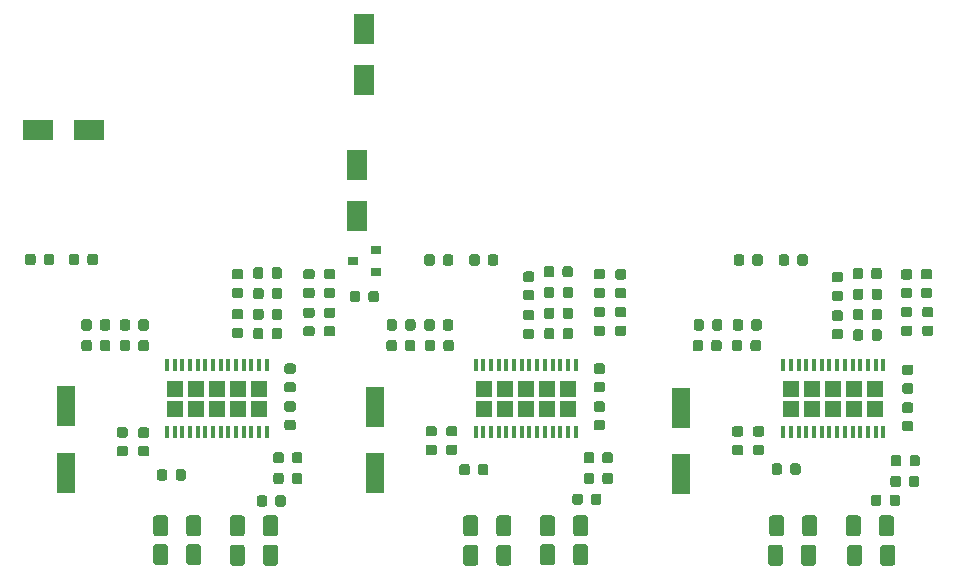
<source format=gbr>
G04 #@! TF.GenerationSoftware,KiCad,Pcbnew,(5.0.0)*
G04 #@! TF.CreationDate,2019-05-18T10:04:22+12:00*
G04 #@! TF.ProjectId,CNC Shield,434E4320536869656C642E6B69636164,rev?*
G04 #@! TF.SameCoordinates,Original*
G04 #@! TF.FileFunction,Paste,Top*
G04 #@! TF.FilePolarity,Positive*
%FSLAX46Y46*%
G04 Gerber Fmt 4.6, Leading zero omitted, Abs format (unit mm)*
G04 Created by KiCad (PCBNEW (5.0.0)) date 05/18/19 10:04:22*
%MOMM*%
%LPD*%
G01*
G04 APERTURE LIST*
%ADD10C,0.100000*%
%ADD11C,0.875000*%
%ADD12R,1.600000X3.500000*%
%ADD13R,1.750000X2.650000*%
%ADD14R,2.650000X1.750000*%
%ADD15R,0.900000X0.800000*%
%ADD16C,1.250000*%
%ADD17R,1.400000X1.400000*%
%ADD18R,0.400000X1.100000*%
G04 APERTURE END LIST*
D10*
G04 #@! TO.C,R5*
G36*
X118277691Y-73276053D02*
X118298926Y-73279203D01*
X118319750Y-73284419D01*
X118339962Y-73291651D01*
X118359368Y-73300830D01*
X118377781Y-73311866D01*
X118395024Y-73324654D01*
X118410930Y-73339070D01*
X118425346Y-73354976D01*
X118438134Y-73372219D01*
X118449170Y-73390632D01*
X118458349Y-73410038D01*
X118465581Y-73430250D01*
X118470797Y-73451074D01*
X118473947Y-73472309D01*
X118475000Y-73493750D01*
X118475000Y-73931250D01*
X118473947Y-73952691D01*
X118470797Y-73973926D01*
X118465581Y-73994750D01*
X118458349Y-74014962D01*
X118449170Y-74034368D01*
X118438134Y-74052781D01*
X118425346Y-74070024D01*
X118410930Y-74085930D01*
X118395024Y-74100346D01*
X118377781Y-74113134D01*
X118359368Y-74124170D01*
X118339962Y-74133349D01*
X118319750Y-74140581D01*
X118298926Y-74145797D01*
X118277691Y-74148947D01*
X118256250Y-74150000D01*
X117743750Y-74150000D01*
X117722309Y-74148947D01*
X117701074Y-74145797D01*
X117680250Y-74140581D01*
X117660038Y-74133349D01*
X117640632Y-74124170D01*
X117622219Y-74113134D01*
X117604976Y-74100346D01*
X117589070Y-74085930D01*
X117574654Y-74070024D01*
X117561866Y-74052781D01*
X117550830Y-74034368D01*
X117541651Y-74014962D01*
X117534419Y-73994750D01*
X117529203Y-73973926D01*
X117526053Y-73952691D01*
X117525000Y-73931250D01*
X117525000Y-73493750D01*
X117526053Y-73472309D01*
X117529203Y-73451074D01*
X117534419Y-73430250D01*
X117541651Y-73410038D01*
X117550830Y-73390632D01*
X117561866Y-73372219D01*
X117574654Y-73354976D01*
X117589070Y-73339070D01*
X117604976Y-73324654D01*
X117622219Y-73311866D01*
X117640632Y-73300830D01*
X117660038Y-73291651D01*
X117680250Y-73284419D01*
X117701074Y-73279203D01*
X117722309Y-73276053D01*
X117743750Y-73275000D01*
X118256250Y-73275000D01*
X118277691Y-73276053D01*
X118277691Y-73276053D01*
G37*
D11*
X118000000Y-73712500D03*
D10*
G36*
X118277691Y-74851053D02*
X118298926Y-74854203D01*
X118319750Y-74859419D01*
X118339962Y-74866651D01*
X118359368Y-74875830D01*
X118377781Y-74886866D01*
X118395024Y-74899654D01*
X118410930Y-74914070D01*
X118425346Y-74929976D01*
X118438134Y-74947219D01*
X118449170Y-74965632D01*
X118458349Y-74985038D01*
X118465581Y-75005250D01*
X118470797Y-75026074D01*
X118473947Y-75047309D01*
X118475000Y-75068750D01*
X118475000Y-75506250D01*
X118473947Y-75527691D01*
X118470797Y-75548926D01*
X118465581Y-75569750D01*
X118458349Y-75589962D01*
X118449170Y-75609368D01*
X118438134Y-75627781D01*
X118425346Y-75645024D01*
X118410930Y-75660930D01*
X118395024Y-75675346D01*
X118377781Y-75688134D01*
X118359368Y-75699170D01*
X118339962Y-75708349D01*
X118319750Y-75715581D01*
X118298926Y-75720797D01*
X118277691Y-75723947D01*
X118256250Y-75725000D01*
X117743750Y-75725000D01*
X117722309Y-75723947D01*
X117701074Y-75720797D01*
X117680250Y-75715581D01*
X117660038Y-75708349D01*
X117640632Y-75699170D01*
X117622219Y-75688134D01*
X117604976Y-75675346D01*
X117589070Y-75660930D01*
X117574654Y-75645024D01*
X117561866Y-75627781D01*
X117550830Y-75609368D01*
X117541651Y-75589962D01*
X117534419Y-75569750D01*
X117529203Y-75548926D01*
X117526053Y-75527691D01*
X117525000Y-75506250D01*
X117525000Y-75068750D01*
X117526053Y-75047309D01*
X117529203Y-75026074D01*
X117534419Y-75005250D01*
X117541651Y-74985038D01*
X117550830Y-74965632D01*
X117561866Y-74947219D01*
X117574654Y-74929976D01*
X117589070Y-74914070D01*
X117604976Y-74899654D01*
X117622219Y-74886866D01*
X117640632Y-74875830D01*
X117660038Y-74866651D01*
X117680250Y-74859419D01*
X117701074Y-74854203D01*
X117722309Y-74851053D01*
X117743750Y-74850000D01*
X118256250Y-74850000D01*
X118277691Y-74851053D01*
X118277691Y-74851053D01*
G37*
D11*
X118000000Y-75287500D03*
G04 #@! TD*
D12*
G04 #@! TO.C,C1*
X97400000Y-84900000D03*
X97400000Y-90500000D03*
G04 #@! TD*
D10*
G04 #@! TO.C,C2*
G36*
X102477691Y-88238553D02*
X102498926Y-88241703D01*
X102519750Y-88246919D01*
X102539962Y-88254151D01*
X102559368Y-88263330D01*
X102577781Y-88274366D01*
X102595024Y-88287154D01*
X102610930Y-88301570D01*
X102625346Y-88317476D01*
X102638134Y-88334719D01*
X102649170Y-88353132D01*
X102658349Y-88372538D01*
X102665581Y-88392750D01*
X102670797Y-88413574D01*
X102673947Y-88434809D01*
X102675000Y-88456250D01*
X102675000Y-88893750D01*
X102673947Y-88915191D01*
X102670797Y-88936426D01*
X102665581Y-88957250D01*
X102658349Y-88977462D01*
X102649170Y-88996868D01*
X102638134Y-89015281D01*
X102625346Y-89032524D01*
X102610930Y-89048430D01*
X102595024Y-89062846D01*
X102577781Y-89075634D01*
X102559368Y-89086670D01*
X102539962Y-89095849D01*
X102519750Y-89103081D01*
X102498926Y-89108297D01*
X102477691Y-89111447D01*
X102456250Y-89112500D01*
X101943750Y-89112500D01*
X101922309Y-89111447D01*
X101901074Y-89108297D01*
X101880250Y-89103081D01*
X101860038Y-89095849D01*
X101840632Y-89086670D01*
X101822219Y-89075634D01*
X101804976Y-89062846D01*
X101789070Y-89048430D01*
X101774654Y-89032524D01*
X101761866Y-89015281D01*
X101750830Y-88996868D01*
X101741651Y-88977462D01*
X101734419Y-88957250D01*
X101729203Y-88936426D01*
X101726053Y-88915191D01*
X101725000Y-88893750D01*
X101725000Y-88456250D01*
X101726053Y-88434809D01*
X101729203Y-88413574D01*
X101734419Y-88392750D01*
X101741651Y-88372538D01*
X101750830Y-88353132D01*
X101761866Y-88334719D01*
X101774654Y-88317476D01*
X101789070Y-88301570D01*
X101804976Y-88287154D01*
X101822219Y-88274366D01*
X101840632Y-88263330D01*
X101860038Y-88254151D01*
X101880250Y-88246919D01*
X101901074Y-88241703D01*
X101922309Y-88238553D01*
X101943750Y-88237500D01*
X102456250Y-88237500D01*
X102477691Y-88238553D01*
X102477691Y-88238553D01*
G37*
D11*
X102200000Y-88675000D03*
D10*
G36*
X102477691Y-86663553D02*
X102498926Y-86666703D01*
X102519750Y-86671919D01*
X102539962Y-86679151D01*
X102559368Y-86688330D01*
X102577781Y-86699366D01*
X102595024Y-86712154D01*
X102610930Y-86726570D01*
X102625346Y-86742476D01*
X102638134Y-86759719D01*
X102649170Y-86778132D01*
X102658349Y-86797538D01*
X102665581Y-86817750D01*
X102670797Y-86838574D01*
X102673947Y-86859809D01*
X102675000Y-86881250D01*
X102675000Y-87318750D01*
X102673947Y-87340191D01*
X102670797Y-87361426D01*
X102665581Y-87382250D01*
X102658349Y-87402462D01*
X102649170Y-87421868D01*
X102638134Y-87440281D01*
X102625346Y-87457524D01*
X102610930Y-87473430D01*
X102595024Y-87487846D01*
X102577781Y-87500634D01*
X102559368Y-87511670D01*
X102539962Y-87520849D01*
X102519750Y-87528081D01*
X102498926Y-87533297D01*
X102477691Y-87536447D01*
X102456250Y-87537500D01*
X101943750Y-87537500D01*
X101922309Y-87536447D01*
X101901074Y-87533297D01*
X101880250Y-87528081D01*
X101860038Y-87520849D01*
X101840632Y-87511670D01*
X101822219Y-87500634D01*
X101804976Y-87487846D01*
X101789070Y-87473430D01*
X101774654Y-87457524D01*
X101761866Y-87440281D01*
X101750830Y-87421868D01*
X101741651Y-87402462D01*
X101734419Y-87382250D01*
X101729203Y-87361426D01*
X101726053Y-87340191D01*
X101725000Y-87318750D01*
X101725000Y-86881250D01*
X101726053Y-86859809D01*
X101729203Y-86838574D01*
X101734419Y-86817750D01*
X101741651Y-86797538D01*
X101750830Y-86778132D01*
X101761866Y-86759719D01*
X101774654Y-86742476D01*
X101789070Y-86726570D01*
X101804976Y-86712154D01*
X101822219Y-86699366D01*
X101840632Y-86688330D01*
X101860038Y-86679151D01*
X101880250Y-86671919D01*
X101901074Y-86666703D01*
X101922309Y-86663553D01*
X101943750Y-86662500D01*
X102456250Y-86662500D01*
X102477691Y-86663553D01*
X102477691Y-86663553D01*
G37*
D11*
X102200000Y-87100000D03*
G04 #@! TD*
D10*
G04 #@! TO.C,C3*
G36*
X115840191Y-92426053D02*
X115861426Y-92429203D01*
X115882250Y-92434419D01*
X115902462Y-92441651D01*
X115921868Y-92450830D01*
X115940281Y-92461866D01*
X115957524Y-92474654D01*
X115973430Y-92489070D01*
X115987846Y-92504976D01*
X116000634Y-92522219D01*
X116011670Y-92540632D01*
X116020849Y-92560038D01*
X116028081Y-92580250D01*
X116033297Y-92601074D01*
X116036447Y-92622309D01*
X116037500Y-92643750D01*
X116037500Y-93156250D01*
X116036447Y-93177691D01*
X116033297Y-93198926D01*
X116028081Y-93219750D01*
X116020849Y-93239962D01*
X116011670Y-93259368D01*
X116000634Y-93277781D01*
X115987846Y-93295024D01*
X115973430Y-93310930D01*
X115957524Y-93325346D01*
X115940281Y-93338134D01*
X115921868Y-93349170D01*
X115902462Y-93358349D01*
X115882250Y-93365581D01*
X115861426Y-93370797D01*
X115840191Y-93373947D01*
X115818750Y-93375000D01*
X115381250Y-93375000D01*
X115359809Y-93373947D01*
X115338574Y-93370797D01*
X115317750Y-93365581D01*
X115297538Y-93358349D01*
X115278132Y-93349170D01*
X115259719Y-93338134D01*
X115242476Y-93325346D01*
X115226570Y-93310930D01*
X115212154Y-93295024D01*
X115199366Y-93277781D01*
X115188330Y-93259368D01*
X115179151Y-93239962D01*
X115171919Y-93219750D01*
X115166703Y-93198926D01*
X115163553Y-93177691D01*
X115162500Y-93156250D01*
X115162500Y-92643750D01*
X115163553Y-92622309D01*
X115166703Y-92601074D01*
X115171919Y-92580250D01*
X115179151Y-92560038D01*
X115188330Y-92540632D01*
X115199366Y-92522219D01*
X115212154Y-92504976D01*
X115226570Y-92489070D01*
X115242476Y-92474654D01*
X115259719Y-92461866D01*
X115278132Y-92450830D01*
X115297538Y-92441651D01*
X115317750Y-92434419D01*
X115338574Y-92429203D01*
X115359809Y-92426053D01*
X115381250Y-92425000D01*
X115818750Y-92425000D01*
X115840191Y-92426053D01*
X115840191Y-92426053D01*
G37*
D11*
X115600000Y-92900000D03*
D10*
G36*
X114265191Y-92426053D02*
X114286426Y-92429203D01*
X114307250Y-92434419D01*
X114327462Y-92441651D01*
X114346868Y-92450830D01*
X114365281Y-92461866D01*
X114382524Y-92474654D01*
X114398430Y-92489070D01*
X114412846Y-92504976D01*
X114425634Y-92522219D01*
X114436670Y-92540632D01*
X114445849Y-92560038D01*
X114453081Y-92580250D01*
X114458297Y-92601074D01*
X114461447Y-92622309D01*
X114462500Y-92643750D01*
X114462500Y-93156250D01*
X114461447Y-93177691D01*
X114458297Y-93198926D01*
X114453081Y-93219750D01*
X114445849Y-93239962D01*
X114436670Y-93259368D01*
X114425634Y-93277781D01*
X114412846Y-93295024D01*
X114398430Y-93310930D01*
X114382524Y-93325346D01*
X114365281Y-93338134D01*
X114346868Y-93349170D01*
X114327462Y-93358349D01*
X114307250Y-93365581D01*
X114286426Y-93370797D01*
X114265191Y-93373947D01*
X114243750Y-93375000D01*
X113806250Y-93375000D01*
X113784809Y-93373947D01*
X113763574Y-93370797D01*
X113742750Y-93365581D01*
X113722538Y-93358349D01*
X113703132Y-93349170D01*
X113684719Y-93338134D01*
X113667476Y-93325346D01*
X113651570Y-93310930D01*
X113637154Y-93295024D01*
X113624366Y-93277781D01*
X113613330Y-93259368D01*
X113604151Y-93239962D01*
X113596919Y-93219750D01*
X113591703Y-93198926D01*
X113588553Y-93177691D01*
X113587500Y-93156250D01*
X113587500Y-92643750D01*
X113588553Y-92622309D01*
X113591703Y-92601074D01*
X113596919Y-92580250D01*
X113604151Y-92560038D01*
X113613330Y-92540632D01*
X113624366Y-92522219D01*
X113637154Y-92504976D01*
X113651570Y-92489070D01*
X113667476Y-92474654D01*
X113684719Y-92461866D01*
X113703132Y-92450830D01*
X113722538Y-92441651D01*
X113742750Y-92434419D01*
X113763574Y-92429203D01*
X113784809Y-92426053D01*
X113806250Y-92425000D01*
X114243750Y-92425000D01*
X114265191Y-92426053D01*
X114265191Y-92426053D01*
G37*
D11*
X114025000Y-92900000D03*
G04 #@! TD*
D10*
G04 #@! TO.C,C4*
G36*
X105815191Y-90226053D02*
X105836426Y-90229203D01*
X105857250Y-90234419D01*
X105877462Y-90241651D01*
X105896868Y-90250830D01*
X105915281Y-90261866D01*
X105932524Y-90274654D01*
X105948430Y-90289070D01*
X105962846Y-90304976D01*
X105975634Y-90322219D01*
X105986670Y-90340632D01*
X105995849Y-90360038D01*
X106003081Y-90380250D01*
X106008297Y-90401074D01*
X106011447Y-90422309D01*
X106012500Y-90443750D01*
X106012500Y-90956250D01*
X106011447Y-90977691D01*
X106008297Y-90998926D01*
X106003081Y-91019750D01*
X105995849Y-91039962D01*
X105986670Y-91059368D01*
X105975634Y-91077781D01*
X105962846Y-91095024D01*
X105948430Y-91110930D01*
X105932524Y-91125346D01*
X105915281Y-91138134D01*
X105896868Y-91149170D01*
X105877462Y-91158349D01*
X105857250Y-91165581D01*
X105836426Y-91170797D01*
X105815191Y-91173947D01*
X105793750Y-91175000D01*
X105356250Y-91175000D01*
X105334809Y-91173947D01*
X105313574Y-91170797D01*
X105292750Y-91165581D01*
X105272538Y-91158349D01*
X105253132Y-91149170D01*
X105234719Y-91138134D01*
X105217476Y-91125346D01*
X105201570Y-91110930D01*
X105187154Y-91095024D01*
X105174366Y-91077781D01*
X105163330Y-91059368D01*
X105154151Y-91039962D01*
X105146919Y-91019750D01*
X105141703Y-90998926D01*
X105138553Y-90977691D01*
X105137500Y-90956250D01*
X105137500Y-90443750D01*
X105138553Y-90422309D01*
X105141703Y-90401074D01*
X105146919Y-90380250D01*
X105154151Y-90360038D01*
X105163330Y-90340632D01*
X105174366Y-90322219D01*
X105187154Y-90304976D01*
X105201570Y-90289070D01*
X105217476Y-90274654D01*
X105234719Y-90261866D01*
X105253132Y-90250830D01*
X105272538Y-90241651D01*
X105292750Y-90234419D01*
X105313574Y-90229203D01*
X105334809Y-90226053D01*
X105356250Y-90225000D01*
X105793750Y-90225000D01*
X105815191Y-90226053D01*
X105815191Y-90226053D01*
G37*
D11*
X105575000Y-90700000D03*
D10*
G36*
X107390191Y-90226053D02*
X107411426Y-90229203D01*
X107432250Y-90234419D01*
X107452462Y-90241651D01*
X107471868Y-90250830D01*
X107490281Y-90261866D01*
X107507524Y-90274654D01*
X107523430Y-90289070D01*
X107537846Y-90304976D01*
X107550634Y-90322219D01*
X107561670Y-90340632D01*
X107570849Y-90360038D01*
X107578081Y-90380250D01*
X107583297Y-90401074D01*
X107586447Y-90422309D01*
X107587500Y-90443750D01*
X107587500Y-90956250D01*
X107586447Y-90977691D01*
X107583297Y-90998926D01*
X107578081Y-91019750D01*
X107570849Y-91039962D01*
X107561670Y-91059368D01*
X107550634Y-91077781D01*
X107537846Y-91095024D01*
X107523430Y-91110930D01*
X107507524Y-91125346D01*
X107490281Y-91138134D01*
X107471868Y-91149170D01*
X107452462Y-91158349D01*
X107432250Y-91165581D01*
X107411426Y-91170797D01*
X107390191Y-91173947D01*
X107368750Y-91175000D01*
X106931250Y-91175000D01*
X106909809Y-91173947D01*
X106888574Y-91170797D01*
X106867750Y-91165581D01*
X106847538Y-91158349D01*
X106828132Y-91149170D01*
X106809719Y-91138134D01*
X106792476Y-91125346D01*
X106776570Y-91110930D01*
X106762154Y-91095024D01*
X106749366Y-91077781D01*
X106738330Y-91059368D01*
X106729151Y-91039962D01*
X106721919Y-91019750D01*
X106716703Y-90998926D01*
X106713553Y-90977691D01*
X106712500Y-90956250D01*
X106712500Y-90443750D01*
X106713553Y-90422309D01*
X106716703Y-90401074D01*
X106721919Y-90380250D01*
X106729151Y-90360038D01*
X106738330Y-90340632D01*
X106749366Y-90322219D01*
X106762154Y-90304976D01*
X106776570Y-90289070D01*
X106792476Y-90274654D01*
X106809719Y-90261866D01*
X106828132Y-90250830D01*
X106847538Y-90241651D01*
X106867750Y-90234419D01*
X106888574Y-90229203D01*
X106909809Y-90226053D01*
X106931250Y-90225000D01*
X107368750Y-90225000D01*
X107390191Y-90226053D01*
X107390191Y-90226053D01*
G37*
D11*
X107150000Y-90700000D03*
G04 #@! TD*
D10*
G04 #@! TO.C,C5*
G36*
X104277691Y-88251053D02*
X104298926Y-88254203D01*
X104319750Y-88259419D01*
X104339962Y-88266651D01*
X104359368Y-88275830D01*
X104377781Y-88286866D01*
X104395024Y-88299654D01*
X104410930Y-88314070D01*
X104425346Y-88329976D01*
X104438134Y-88347219D01*
X104449170Y-88365632D01*
X104458349Y-88385038D01*
X104465581Y-88405250D01*
X104470797Y-88426074D01*
X104473947Y-88447309D01*
X104475000Y-88468750D01*
X104475000Y-88906250D01*
X104473947Y-88927691D01*
X104470797Y-88948926D01*
X104465581Y-88969750D01*
X104458349Y-88989962D01*
X104449170Y-89009368D01*
X104438134Y-89027781D01*
X104425346Y-89045024D01*
X104410930Y-89060930D01*
X104395024Y-89075346D01*
X104377781Y-89088134D01*
X104359368Y-89099170D01*
X104339962Y-89108349D01*
X104319750Y-89115581D01*
X104298926Y-89120797D01*
X104277691Y-89123947D01*
X104256250Y-89125000D01*
X103743750Y-89125000D01*
X103722309Y-89123947D01*
X103701074Y-89120797D01*
X103680250Y-89115581D01*
X103660038Y-89108349D01*
X103640632Y-89099170D01*
X103622219Y-89088134D01*
X103604976Y-89075346D01*
X103589070Y-89060930D01*
X103574654Y-89045024D01*
X103561866Y-89027781D01*
X103550830Y-89009368D01*
X103541651Y-88989962D01*
X103534419Y-88969750D01*
X103529203Y-88948926D01*
X103526053Y-88927691D01*
X103525000Y-88906250D01*
X103525000Y-88468750D01*
X103526053Y-88447309D01*
X103529203Y-88426074D01*
X103534419Y-88405250D01*
X103541651Y-88385038D01*
X103550830Y-88365632D01*
X103561866Y-88347219D01*
X103574654Y-88329976D01*
X103589070Y-88314070D01*
X103604976Y-88299654D01*
X103622219Y-88286866D01*
X103640632Y-88275830D01*
X103660038Y-88266651D01*
X103680250Y-88259419D01*
X103701074Y-88254203D01*
X103722309Y-88251053D01*
X103743750Y-88250000D01*
X104256250Y-88250000D01*
X104277691Y-88251053D01*
X104277691Y-88251053D01*
G37*
D11*
X104000000Y-88687500D03*
D10*
G36*
X104277691Y-86676053D02*
X104298926Y-86679203D01*
X104319750Y-86684419D01*
X104339962Y-86691651D01*
X104359368Y-86700830D01*
X104377781Y-86711866D01*
X104395024Y-86724654D01*
X104410930Y-86739070D01*
X104425346Y-86754976D01*
X104438134Y-86772219D01*
X104449170Y-86790632D01*
X104458349Y-86810038D01*
X104465581Y-86830250D01*
X104470797Y-86851074D01*
X104473947Y-86872309D01*
X104475000Y-86893750D01*
X104475000Y-87331250D01*
X104473947Y-87352691D01*
X104470797Y-87373926D01*
X104465581Y-87394750D01*
X104458349Y-87414962D01*
X104449170Y-87434368D01*
X104438134Y-87452781D01*
X104425346Y-87470024D01*
X104410930Y-87485930D01*
X104395024Y-87500346D01*
X104377781Y-87513134D01*
X104359368Y-87524170D01*
X104339962Y-87533349D01*
X104319750Y-87540581D01*
X104298926Y-87545797D01*
X104277691Y-87548947D01*
X104256250Y-87550000D01*
X103743750Y-87550000D01*
X103722309Y-87548947D01*
X103701074Y-87545797D01*
X103680250Y-87540581D01*
X103660038Y-87533349D01*
X103640632Y-87524170D01*
X103622219Y-87513134D01*
X103604976Y-87500346D01*
X103589070Y-87485930D01*
X103574654Y-87470024D01*
X103561866Y-87452781D01*
X103550830Y-87434368D01*
X103541651Y-87414962D01*
X103534419Y-87394750D01*
X103529203Y-87373926D01*
X103526053Y-87352691D01*
X103525000Y-87331250D01*
X103525000Y-86893750D01*
X103526053Y-86872309D01*
X103529203Y-86851074D01*
X103534419Y-86830250D01*
X103541651Y-86810038D01*
X103550830Y-86790632D01*
X103561866Y-86772219D01*
X103574654Y-86754976D01*
X103589070Y-86739070D01*
X103604976Y-86724654D01*
X103622219Y-86711866D01*
X103640632Y-86700830D01*
X103660038Y-86691651D01*
X103680250Y-86684419D01*
X103701074Y-86679203D01*
X103722309Y-86676053D01*
X103743750Y-86675000D01*
X104256250Y-86675000D01*
X104277691Y-86676053D01*
X104277691Y-86676053D01*
G37*
D11*
X104000000Y-87112500D03*
G04 #@! TD*
D10*
G04 #@! TO.C,C6*
G36*
X116677691Y-81263553D02*
X116698926Y-81266703D01*
X116719750Y-81271919D01*
X116739962Y-81279151D01*
X116759368Y-81288330D01*
X116777781Y-81299366D01*
X116795024Y-81312154D01*
X116810930Y-81326570D01*
X116825346Y-81342476D01*
X116838134Y-81359719D01*
X116849170Y-81378132D01*
X116858349Y-81397538D01*
X116865581Y-81417750D01*
X116870797Y-81438574D01*
X116873947Y-81459809D01*
X116875000Y-81481250D01*
X116875000Y-81918750D01*
X116873947Y-81940191D01*
X116870797Y-81961426D01*
X116865581Y-81982250D01*
X116858349Y-82002462D01*
X116849170Y-82021868D01*
X116838134Y-82040281D01*
X116825346Y-82057524D01*
X116810930Y-82073430D01*
X116795024Y-82087846D01*
X116777781Y-82100634D01*
X116759368Y-82111670D01*
X116739962Y-82120849D01*
X116719750Y-82128081D01*
X116698926Y-82133297D01*
X116677691Y-82136447D01*
X116656250Y-82137500D01*
X116143750Y-82137500D01*
X116122309Y-82136447D01*
X116101074Y-82133297D01*
X116080250Y-82128081D01*
X116060038Y-82120849D01*
X116040632Y-82111670D01*
X116022219Y-82100634D01*
X116004976Y-82087846D01*
X115989070Y-82073430D01*
X115974654Y-82057524D01*
X115961866Y-82040281D01*
X115950830Y-82021868D01*
X115941651Y-82002462D01*
X115934419Y-81982250D01*
X115929203Y-81961426D01*
X115926053Y-81940191D01*
X115925000Y-81918750D01*
X115925000Y-81481250D01*
X115926053Y-81459809D01*
X115929203Y-81438574D01*
X115934419Y-81417750D01*
X115941651Y-81397538D01*
X115950830Y-81378132D01*
X115961866Y-81359719D01*
X115974654Y-81342476D01*
X115989070Y-81326570D01*
X116004976Y-81312154D01*
X116022219Y-81299366D01*
X116040632Y-81288330D01*
X116060038Y-81279151D01*
X116080250Y-81271919D01*
X116101074Y-81266703D01*
X116122309Y-81263553D01*
X116143750Y-81262500D01*
X116656250Y-81262500D01*
X116677691Y-81263553D01*
X116677691Y-81263553D01*
G37*
D11*
X116400000Y-81700000D03*
D10*
G36*
X116677691Y-82838553D02*
X116698926Y-82841703D01*
X116719750Y-82846919D01*
X116739962Y-82854151D01*
X116759368Y-82863330D01*
X116777781Y-82874366D01*
X116795024Y-82887154D01*
X116810930Y-82901570D01*
X116825346Y-82917476D01*
X116838134Y-82934719D01*
X116849170Y-82953132D01*
X116858349Y-82972538D01*
X116865581Y-82992750D01*
X116870797Y-83013574D01*
X116873947Y-83034809D01*
X116875000Y-83056250D01*
X116875000Y-83493750D01*
X116873947Y-83515191D01*
X116870797Y-83536426D01*
X116865581Y-83557250D01*
X116858349Y-83577462D01*
X116849170Y-83596868D01*
X116838134Y-83615281D01*
X116825346Y-83632524D01*
X116810930Y-83648430D01*
X116795024Y-83662846D01*
X116777781Y-83675634D01*
X116759368Y-83686670D01*
X116739962Y-83695849D01*
X116719750Y-83703081D01*
X116698926Y-83708297D01*
X116677691Y-83711447D01*
X116656250Y-83712500D01*
X116143750Y-83712500D01*
X116122309Y-83711447D01*
X116101074Y-83708297D01*
X116080250Y-83703081D01*
X116060038Y-83695849D01*
X116040632Y-83686670D01*
X116022219Y-83675634D01*
X116004976Y-83662846D01*
X115989070Y-83648430D01*
X115974654Y-83632524D01*
X115961866Y-83615281D01*
X115950830Y-83596868D01*
X115941651Y-83577462D01*
X115934419Y-83557250D01*
X115929203Y-83536426D01*
X115926053Y-83515191D01*
X115925000Y-83493750D01*
X115925000Y-83056250D01*
X115926053Y-83034809D01*
X115929203Y-83013574D01*
X115934419Y-82992750D01*
X115941651Y-82972538D01*
X115950830Y-82953132D01*
X115961866Y-82934719D01*
X115974654Y-82917476D01*
X115989070Y-82901570D01*
X116004976Y-82887154D01*
X116022219Y-82874366D01*
X116040632Y-82863330D01*
X116060038Y-82854151D01*
X116080250Y-82846919D01*
X116101074Y-82841703D01*
X116122309Y-82838553D01*
X116143750Y-82837500D01*
X116656250Y-82837500D01*
X116677691Y-82838553D01*
X116677691Y-82838553D01*
G37*
D11*
X116400000Y-83275000D03*
G04 #@! TD*
D12*
G04 #@! TO.C,C7*
X149500000Y-90600000D03*
X149500000Y-85000000D03*
G04 #@! TD*
D10*
G04 #@! TO.C,C8*
G36*
X154577691Y-88151053D02*
X154598926Y-88154203D01*
X154619750Y-88159419D01*
X154639962Y-88166651D01*
X154659368Y-88175830D01*
X154677781Y-88186866D01*
X154695024Y-88199654D01*
X154710930Y-88214070D01*
X154725346Y-88229976D01*
X154738134Y-88247219D01*
X154749170Y-88265632D01*
X154758349Y-88285038D01*
X154765581Y-88305250D01*
X154770797Y-88326074D01*
X154773947Y-88347309D01*
X154775000Y-88368750D01*
X154775000Y-88806250D01*
X154773947Y-88827691D01*
X154770797Y-88848926D01*
X154765581Y-88869750D01*
X154758349Y-88889962D01*
X154749170Y-88909368D01*
X154738134Y-88927781D01*
X154725346Y-88945024D01*
X154710930Y-88960930D01*
X154695024Y-88975346D01*
X154677781Y-88988134D01*
X154659368Y-88999170D01*
X154639962Y-89008349D01*
X154619750Y-89015581D01*
X154598926Y-89020797D01*
X154577691Y-89023947D01*
X154556250Y-89025000D01*
X154043750Y-89025000D01*
X154022309Y-89023947D01*
X154001074Y-89020797D01*
X153980250Y-89015581D01*
X153960038Y-89008349D01*
X153940632Y-88999170D01*
X153922219Y-88988134D01*
X153904976Y-88975346D01*
X153889070Y-88960930D01*
X153874654Y-88945024D01*
X153861866Y-88927781D01*
X153850830Y-88909368D01*
X153841651Y-88889962D01*
X153834419Y-88869750D01*
X153829203Y-88848926D01*
X153826053Y-88827691D01*
X153825000Y-88806250D01*
X153825000Y-88368750D01*
X153826053Y-88347309D01*
X153829203Y-88326074D01*
X153834419Y-88305250D01*
X153841651Y-88285038D01*
X153850830Y-88265632D01*
X153861866Y-88247219D01*
X153874654Y-88229976D01*
X153889070Y-88214070D01*
X153904976Y-88199654D01*
X153922219Y-88186866D01*
X153940632Y-88175830D01*
X153960038Y-88166651D01*
X153980250Y-88159419D01*
X154001074Y-88154203D01*
X154022309Y-88151053D01*
X154043750Y-88150000D01*
X154556250Y-88150000D01*
X154577691Y-88151053D01*
X154577691Y-88151053D01*
G37*
D11*
X154300000Y-88587500D03*
D10*
G36*
X154577691Y-86576053D02*
X154598926Y-86579203D01*
X154619750Y-86584419D01*
X154639962Y-86591651D01*
X154659368Y-86600830D01*
X154677781Y-86611866D01*
X154695024Y-86624654D01*
X154710930Y-86639070D01*
X154725346Y-86654976D01*
X154738134Y-86672219D01*
X154749170Y-86690632D01*
X154758349Y-86710038D01*
X154765581Y-86730250D01*
X154770797Y-86751074D01*
X154773947Y-86772309D01*
X154775000Y-86793750D01*
X154775000Y-87231250D01*
X154773947Y-87252691D01*
X154770797Y-87273926D01*
X154765581Y-87294750D01*
X154758349Y-87314962D01*
X154749170Y-87334368D01*
X154738134Y-87352781D01*
X154725346Y-87370024D01*
X154710930Y-87385930D01*
X154695024Y-87400346D01*
X154677781Y-87413134D01*
X154659368Y-87424170D01*
X154639962Y-87433349D01*
X154619750Y-87440581D01*
X154598926Y-87445797D01*
X154577691Y-87448947D01*
X154556250Y-87450000D01*
X154043750Y-87450000D01*
X154022309Y-87448947D01*
X154001074Y-87445797D01*
X153980250Y-87440581D01*
X153960038Y-87433349D01*
X153940632Y-87424170D01*
X153922219Y-87413134D01*
X153904976Y-87400346D01*
X153889070Y-87385930D01*
X153874654Y-87370024D01*
X153861866Y-87352781D01*
X153850830Y-87334368D01*
X153841651Y-87314962D01*
X153834419Y-87294750D01*
X153829203Y-87273926D01*
X153826053Y-87252691D01*
X153825000Y-87231250D01*
X153825000Y-86793750D01*
X153826053Y-86772309D01*
X153829203Y-86751074D01*
X153834419Y-86730250D01*
X153841651Y-86710038D01*
X153850830Y-86690632D01*
X153861866Y-86672219D01*
X153874654Y-86654976D01*
X153889070Y-86639070D01*
X153904976Y-86624654D01*
X153922219Y-86611866D01*
X153940632Y-86600830D01*
X153960038Y-86591651D01*
X153980250Y-86584419D01*
X154001074Y-86579203D01*
X154022309Y-86576053D01*
X154043750Y-86575000D01*
X154556250Y-86575000D01*
X154577691Y-86576053D01*
X154577691Y-86576053D01*
G37*
D11*
X154300000Y-87012500D03*
G04 #@! TD*
D10*
G04 #@! TO.C,C9*
G36*
X166265191Y-92376053D02*
X166286426Y-92379203D01*
X166307250Y-92384419D01*
X166327462Y-92391651D01*
X166346868Y-92400830D01*
X166365281Y-92411866D01*
X166382524Y-92424654D01*
X166398430Y-92439070D01*
X166412846Y-92454976D01*
X166425634Y-92472219D01*
X166436670Y-92490632D01*
X166445849Y-92510038D01*
X166453081Y-92530250D01*
X166458297Y-92551074D01*
X166461447Y-92572309D01*
X166462500Y-92593750D01*
X166462500Y-93106250D01*
X166461447Y-93127691D01*
X166458297Y-93148926D01*
X166453081Y-93169750D01*
X166445849Y-93189962D01*
X166436670Y-93209368D01*
X166425634Y-93227781D01*
X166412846Y-93245024D01*
X166398430Y-93260930D01*
X166382524Y-93275346D01*
X166365281Y-93288134D01*
X166346868Y-93299170D01*
X166327462Y-93308349D01*
X166307250Y-93315581D01*
X166286426Y-93320797D01*
X166265191Y-93323947D01*
X166243750Y-93325000D01*
X165806250Y-93325000D01*
X165784809Y-93323947D01*
X165763574Y-93320797D01*
X165742750Y-93315581D01*
X165722538Y-93308349D01*
X165703132Y-93299170D01*
X165684719Y-93288134D01*
X165667476Y-93275346D01*
X165651570Y-93260930D01*
X165637154Y-93245024D01*
X165624366Y-93227781D01*
X165613330Y-93209368D01*
X165604151Y-93189962D01*
X165596919Y-93169750D01*
X165591703Y-93148926D01*
X165588553Y-93127691D01*
X165587500Y-93106250D01*
X165587500Y-92593750D01*
X165588553Y-92572309D01*
X165591703Y-92551074D01*
X165596919Y-92530250D01*
X165604151Y-92510038D01*
X165613330Y-92490632D01*
X165624366Y-92472219D01*
X165637154Y-92454976D01*
X165651570Y-92439070D01*
X165667476Y-92424654D01*
X165684719Y-92411866D01*
X165703132Y-92400830D01*
X165722538Y-92391651D01*
X165742750Y-92384419D01*
X165763574Y-92379203D01*
X165784809Y-92376053D01*
X165806250Y-92375000D01*
X166243750Y-92375000D01*
X166265191Y-92376053D01*
X166265191Y-92376053D01*
G37*
D11*
X166025000Y-92850000D03*
D10*
G36*
X167840191Y-92376053D02*
X167861426Y-92379203D01*
X167882250Y-92384419D01*
X167902462Y-92391651D01*
X167921868Y-92400830D01*
X167940281Y-92411866D01*
X167957524Y-92424654D01*
X167973430Y-92439070D01*
X167987846Y-92454976D01*
X168000634Y-92472219D01*
X168011670Y-92490632D01*
X168020849Y-92510038D01*
X168028081Y-92530250D01*
X168033297Y-92551074D01*
X168036447Y-92572309D01*
X168037500Y-92593750D01*
X168037500Y-93106250D01*
X168036447Y-93127691D01*
X168033297Y-93148926D01*
X168028081Y-93169750D01*
X168020849Y-93189962D01*
X168011670Y-93209368D01*
X168000634Y-93227781D01*
X167987846Y-93245024D01*
X167973430Y-93260930D01*
X167957524Y-93275346D01*
X167940281Y-93288134D01*
X167921868Y-93299170D01*
X167902462Y-93308349D01*
X167882250Y-93315581D01*
X167861426Y-93320797D01*
X167840191Y-93323947D01*
X167818750Y-93325000D01*
X167381250Y-93325000D01*
X167359809Y-93323947D01*
X167338574Y-93320797D01*
X167317750Y-93315581D01*
X167297538Y-93308349D01*
X167278132Y-93299170D01*
X167259719Y-93288134D01*
X167242476Y-93275346D01*
X167226570Y-93260930D01*
X167212154Y-93245024D01*
X167199366Y-93227781D01*
X167188330Y-93209368D01*
X167179151Y-93189962D01*
X167171919Y-93169750D01*
X167166703Y-93148926D01*
X167163553Y-93127691D01*
X167162500Y-93106250D01*
X167162500Y-92593750D01*
X167163553Y-92572309D01*
X167166703Y-92551074D01*
X167171919Y-92530250D01*
X167179151Y-92510038D01*
X167188330Y-92490632D01*
X167199366Y-92472219D01*
X167212154Y-92454976D01*
X167226570Y-92439070D01*
X167242476Y-92424654D01*
X167259719Y-92411866D01*
X167278132Y-92400830D01*
X167297538Y-92391651D01*
X167317750Y-92384419D01*
X167338574Y-92379203D01*
X167359809Y-92376053D01*
X167381250Y-92375000D01*
X167818750Y-92375000D01*
X167840191Y-92376053D01*
X167840191Y-92376053D01*
G37*
D11*
X167600000Y-92850000D03*
G04 #@! TD*
D10*
G04 #@! TO.C,C10*
G36*
X159427691Y-89726053D02*
X159448926Y-89729203D01*
X159469750Y-89734419D01*
X159489962Y-89741651D01*
X159509368Y-89750830D01*
X159527781Y-89761866D01*
X159545024Y-89774654D01*
X159560930Y-89789070D01*
X159575346Y-89804976D01*
X159588134Y-89822219D01*
X159599170Y-89840632D01*
X159608349Y-89860038D01*
X159615581Y-89880250D01*
X159620797Y-89901074D01*
X159623947Y-89922309D01*
X159625000Y-89943750D01*
X159625000Y-90456250D01*
X159623947Y-90477691D01*
X159620797Y-90498926D01*
X159615581Y-90519750D01*
X159608349Y-90539962D01*
X159599170Y-90559368D01*
X159588134Y-90577781D01*
X159575346Y-90595024D01*
X159560930Y-90610930D01*
X159545024Y-90625346D01*
X159527781Y-90638134D01*
X159509368Y-90649170D01*
X159489962Y-90658349D01*
X159469750Y-90665581D01*
X159448926Y-90670797D01*
X159427691Y-90673947D01*
X159406250Y-90675000D01*
X158968750Y-90675000D01*
X158947309Y-90673947D01*
X158926074Y-90670797D01*
X158905250Y-90665581D01*
X158885038Y-90658349D01*
X158865632Y-90649170D01*
X158847219Y-90638134D01*
X158829976Y-90625346D01*
X158814070Y-90610930D01*
X158799654Y-90595024D01*
X158786866Y-90577781D01*
X158775830Y-90559368D01*
X158766651Y-90539962D01*
X158759419Y-90519750D01*
X158754203Y-90498926D01*
X158751053Y-90477691D01*
X158750000Y-90456250D01*
X158750000Y-89943750D01*
X158751053Y-89922309D01*
X158754203Y-89901074D01*
X158759419Y-89880250D01*
X158766651Y-89860038D01*
X158775830Y-89840632D01*
X158786866Y-89822219D01*
X158799654Y-89804976D01*
X158814070Y-89789070D01*
X158829976Y-89774654D01*
X158847219Y-89761866D01*
X158865632Y-89750830D01*
X158885038Y-89741651D01*
X158905250Y-89734419D01*
X158926074Y-89729203D01*
X158947309Y-89726053D01*
X158968750Y-89725000D01*
X159406250Y-89725000D01*
X159427691Y-89726053D01*
X159427691Y-89726053D01*
G37*
D11*
X159187500Y-90200000D03*
D10*
G36*
X157852691Y-89726053D02*
X157873926Y-89729203D01*
X157894750Y-89734419D01*
X157914962Y-89741651D01*
X157934368Y-89750830D01*
X157952781Y-89761866D01*
X157970024Y-89774654D01*
X157985930Y-89789070D01*
X158000346Y-89804976D01*
X158013134Y-89822219D01*
X158024170Y-89840632D01*
X158033349Y-89860038D01*
X158040581Y-89880250D01*
X158045797Y-89901074D01*
X158048947Y-89922309D01*
X158050000Y-89943750D01*
X158050000Y-90456250D01*
X158048947Y-90477691D01*
X158045797Y-90498926D01*
X158040581Y-90519750D01*
X158033349Y-90539962D01*
X158024170Y-90559368D01*
X158013134Y-90577781D01*
X158000346Y-90595024D01*
X157985930Y-90610930D01*
X157970024Y-90625346D01*
X157952781Y-90638134D01*
X157934368Y-90649170D01*
X157914962Y-90658349D01*
X157894750Y-90665581D01*
X157873926Y-90670797D01*
X157852691Y-90673947D01*
X157831250Y-90675000D01*
X157393750Y-90675000D01*
X157372309Y-90673947D01*
X157351074Y-90670797D01*
X157330250Y-90665581D01*
X157310038Y-90658349D01*
X157290632Y-90649170D01*
X157272219Y-90638134D01*
X157254976Y-90625346D01*
X157239070Y-90610930D01*
X157224654Y-90595024D01*
X157211866Y-90577781D01*
X157200830Y-90559368D01*
X157191651Y-90539962D01*
X157184419Y-90519750D01*
X157179203Y-90498926D01*
X157176053Y-90477691D01*
X157175000Y-90456250D01*
X157175000Y-89943750D01*
X157176053Y-89922309D01*
X157179203Y-89901074D01*
X157184419Y-89880250D01*
X157191651Y-89860038D01*
X157200830Y-89840632D01*
X157211866Y-89822219D01*
X157224654Y-89804976D01*
X157239070Y-89789070D01*
X157254976Y-89774654D01*
X157272219Y-89761866D01*
X157290632Y-89750830D01*
X157310038Y-89741651D01*
X157330250Y-89734419D01*
X157351074Y-89729203D01*
X157372309Y-89726053D01*
X157393750Y-89725000D01*
X157831250Y-89725000D01*
X157852691Y-89726053D01*
X157852691Y-89726053D01*
G37*
D11*
X157612500Y-90200000D03*
G04 #@! TD*
D10*
G04 #@! TO.C,C11*
G36*
X156352691Y-86576053D02*
X156373926Y-86579203D01*
X156394750Y-86584419D01*
X156414962Y-86591651D01*
X156434368Y-86600830D01*
X156452781Y-86611866D01*
X156470024Y-86624654D01*
X156485930Y-86639070D01*
X156500346Y-86654976D01*
X156513134Y-86672219D01*
X156524170Y-86690632D01*
X156533349Y-86710038D01*
X156540581Y-86730250D01*
X156545797Y-86751074D01*
X156548947Y-86772309D01*
X156550000Y-86793750D01*
X156550000Y-87231250D01*
X156548947Y-87252691D01*
X156545797Y-87273926D01*
X156540581Y-87294750D01*
X156533349Y-87314962D01*
X156524170Y-87334368D01*
X156513134Y-87352781D01*
X156500346Y-87370024D01*
X156485930Y-87385930D01*
X156470024Y-87400346D01*
X156452781Y-87413134D01*
X156434368Y-87424170D01*
X156414962Y-87433349D01*
X156394750Y-87440581D01*
X156373926Y-87445797D01*
X156352691Y-87448947D01*
X156331250Y-87450000D01*
X155818750Y-87450000D01*
X155797309Y-87448947D01*
X155776074Y-87445797D01*
X155755250Y-87440581D01*
X155735038Y-87433349D01*
X155715632Y-87424170D01*
X155697219Y-87413134D01*
X155679976Y-87400346D01*
X155664070Y-87385930D01*
X155649654Y-87370024D01*
X155636866Y-87352781D01*
X155625830Y-87334368D01*
X155616651Y-87314962D01*
X155609419Y-87294750D01*
X155604203Y-87273926D01*
X155601053Y-87252691D01*
X155600000Y-87231250D01*
X155600000Y-86793750D01*
X155601053Y-86772309D01*
X155604203Y-86751074D01*
X155609419Y-86730250D01*
X155616651Y-86710038D01*
X155625830Y-86690632D01*
X155636866Y-86672219D01*
X155649654Y-86654976D01*
X155664070Y-86639070D01*
X155679976Y-86624654D01*
X155697219Y-86611866D01*
X155715632Y-86600830D01*
X155735038Y-86591651D01*
X155755250Y-86584419D01*
X155776074Y-86579203D01*
X155797309Y-86576053D01*
X155818750Y-86575000D01*
X156331250Y-86575000D01*
X156352691Y-86576053D01*
X156352691Y-86576053D01*
G37*
D11*
X156075000Y-87012500D03*
D10*
G36*
X156352691Y-88151053D02*
X156373926Y-88154203D01*
X156394750Y-88159419D01*
X156414962Y-88166651D01*
X156434368Y-88175830D01*
X156452781Y-88186866D01*
X156470024Y-88199654D01*
X156485930Y-88214070D01*
X156500346Y-88229976D01*
X156513134Y-88247219D01*
X156524170Y-88265632D01*
X156533349Y-88285038D01*
X156540581Y-88305250D01*
X156545797Y-88326074D01*
X156548947Y-88347309D01*
X156550000Y-88368750D01*
X156550000Y-88806250D01*
X156548947Y-88827691D01*
X156545797Y-88848926D01*
X156540581Y-88869750D01*
X156533349Y-88889962D01*
X156524170Y-88909368D01*
X156513134Y-88927781D01*
X156500346Y-88945024D01*
X156485930Y-88960930D01*
X156470024Y-88975346D01*
X156452781Y-88988134D01*
X156434368Y-88999170D01*
X156414962Y-89008349D01*
X156394750Y-89015581D01*
X156373926Y-89020797D01*
X156352691Y-89023947D01*
X156331250Y-89025000D01*
X155818750Y-89025000D01*
X155797309Y-89023947D01*
X155776074Y-89020797D01*
X155755250Y-89015581D01*
X155735038Y-89008349D01*
X155715632Y-88999170D01*
X155697219Y-88988134D01*
X155679976Y-88975346D01*
X155664070Y-88960930D01*
X155649654Y-88945024D01*
X155636866Y-88927781D01*
X155625830Y-88909368D01*
X155616651Y-88889962D01*
X155609419Y-88869750D01*
X155604203Y-88848926D01*
X155601053Y-88827691D01*
X155600000Y-88806250D01*
X155600000Y-88368750D01*
X155601053Y-88347309D01*
X155604203Y-88326074D01*
X155609419Y-88305250D01*
X155616651Y-88285038D01*
X155625830Y-88265632D01*
X155636866Y-88247219D01*
X155649654Y-88229976D01*
X155664070Y-88214070D01*
X155679976Y-88199654D01*
X155697219Y-88186866D01*
X155715632Y-88175830D01*
X155735038Y-88166651D01*
X155755250Y-88159419D01*
X155776074Y-88154203D01*
X155797309Y-88151053D01*
X155818750Y-88150000D01*
X156331250Y-88150000D01*
X156352691Y-88151053D01*
X156352691Y-88151053D01*
G37*
D11*
X156075000Y-88587500D03*
G04 #@! TD*
D10*
G04 #@! TO.C,C12*
G36*
X168977691Y-82938553D02*
X168998926Y-82941703D01*
X169019750Y-82946919D01*
X169039962Y-82954151D01*
X169059368Y-82963330D01*
X169077781Y-82974366D01*
X169095024Y-82987154D01*
X169110930Y-83001570D01*
X169125346Y-83017476D01*
X169138134Y-83034719D01*
X169149170Y-83053132D01*
X169158349Y-83072538D01*
X169165581Y-83092750D01*
X169170797Y-83113574D01*
X169173947Y-83134809D01*
X169175000Y-83156250D01*
X169175000Y-83593750D01*
X169173947Y-83615191D01*
X169170797Y-83636426D01*
X169165581Y-83657250D01*
X169158349Y-83677462D01*
X169149170Y-83696868D01*
X169138134Y-83715281D01*
X169125346Y-83732524D01*
X169110930Y-83748430D01*
X169095024Y-83762846D01*
X169077781Y-83775634D01*
X169059368Y-83786670D01*
X169039962Y-83795849D01*
X169019750Y-83803081D01*
X168998926Y-83808297D01*
X168977691Y-83811447D01*
X168956250Y-83812500D01*
X168443750Y-83812500D01*
X168422309Y-83811447D01*
X168401074Y-83808297D01*
X168380250Y-83803081D01*
X168360038Y-83795849D01*
X168340632Y-83786670D01*
X168322219Y-83775634D01*
X168304976Y-83762846D01*
X168289070Y-83748430D01*
X168274654Y-83732524D01*
X168261866Y-83715281D01*
X168250830Y-83696868D01*
X168241651Y-83677462D01*
X168234419Y-83657250D01*
X168229203Y-83636426D01*
X168226053Y-83615191D01*
X168225000Y-83593750D01*
X168225000Y-83156250D01*
X168226053Y-83134809D01*
X168229203Y-83113574D01*
X168234419Y-83092750D01*
X168241651Y-83072538D01*
X168250830Y-83053132D01*
X168261866Y-83034719D01*
X168274654Y-83017476D01*
X168289070Y-83001570D01*
X168304976Y-82987154D01*
X168322219Y-82974366D01*
X168340632Y-82963330D01*
X168360038Y-82954151D01*
X168380250Y-82946919D01*
X168401074Y-82941703D01*
X168422309Y-82938553D01*
X168443750Y-82937500D01*
X168956250Y-82937500D01*
X168977691Y-82938553D01*
X168977691Y-82938553D01*
G37*
D11*
X168700000Y-83375000D03*
D10*
G36*
X168977691Y-81363553D02*
X168998926Y-81366703D01*
X169019750Y-81371919D01*
X169039962Y-81379151D01*
X169059368Y-81388330D01*
X169077781Y-81399366D01*
X169095024Y-81412154D01*
X169110930Y-81426570D01*
X169125346Y-81442476D01*
X169138134Y-81459719D01*
X169149170Y-81478132D01*
X169158349Y-81497538D01*
X169165581Y-81517750D01*
X169170797Y-81538574D01*
X169173947Y-81559809D01*
X169175000Y-81581250D01*
X169175000Y-82018750D01*
X169173947Y-82040191D01*
X169170797Y-82061426D01*
X169165581Y-82082250D01*
X169158349Y-82102462D01*
X169149170Y-82121868D01*
X169138134Y-82140281D01*
X169125346Y-82157524D01*
X169110930Y-82173430D01*
X169095024Y-82187846D01*
X169077781Y-82200634D01*
X169059368Y-82211670D01*
X169039962Y-82220849D01*
X169019750Y-82228081D01*
X168998926Y-82233297D01*
X168977691Y-82236447D01*
X168956250Y-82237500D01*
X168443750Y-82237500D01*
X168422309Y-82236447D01*
X168401074Y-82233297D01*
X168380250Y-82228081D01*
X168360038Y-82220849D01*
X168340632Y-82211670D01*
X168322219Y-82200634D01*
X168304976Y-82187846D01*
X168289070Y-82173430D01*
X168274654Y-82157524D01*
X168261866Y-82140281D01*
X168250830Y-82121868D01*
X168241651Y-82102462D01*
X168234419Y-82082250D01*
X168229203Y-82061426D01*
X168226053Y-82040191D01*
X168225000Y-82018750D01*
X168225000Y-81581250D01*
X168226053Y-81559809D01*
X168229203Y-81538574D01*
X168234419Y-81517750D01*
X168241651Y-81497538D01*
X168250830Y-81478132D01*
X168261866Y-81459719D01*
X168274654Y-81442476D01*
X168289070Y-81426570D01*
X168304976Y-81412154D01*
X168322219Y-81399366D01*
X168340632Y-81388330D01*
X168360038Y-81379151D01*
X168380250Y-81371919D01*
X168401074Y-81366703D01*
X168422309Y-81363553D01*
X168443750Y-81362500D01*
X168956250Y-81362500D01*
X168977691Y-81363553D01*
X168977691Y-81363553D01*
G37*
D11*
X168700000Y-81800000D03*
G04 #@! TD*
D12*
G04 #@! TO.C,C13*
X123600000Y-90550000D03*
X123600000Y-84950000D03*
G04 #@! TD*
D10*
G04 #@! TO.C,C14*
G36*
X128627691Y-88138553D02*
X128648926Y-88141703D01*
X128669750Y-88146919D01*
X128689962Y-88154151D01*
X128709368Y-88163330D01*
X128727781Y-88174366D01*
X128745024Y-88187154D01*
X128760930Y-88201570D01*
X128775346Y-88217476D01*
X128788134Y-88234719D01*
X128799170Y-88253132D01*
X128808349Y-88272538D01*
X128815581Y-88292750D01*
X128820797Y-88313574D01*
X128823947Y-88334809D01*
X128825000Y-88356250D01*
X128825000Y-88793750D01*
X128823947Y-88815191D01*
X128820797Y-88836426D01*
X128815581Y-88857250D01*
X128808349Y-88877462D01*
X128799170Y-88896868D01*
X128788134Y-88915281D01*
X128775346Y-88932524D01*
X128760930Y-88948430D01*
X128745024Y-88962846D01*
X128727781Y-88975634D01*
X128709368Y-88986670D01*
X128689962Y-88995849D01*
X128669750Y-89003081D01*
X128648926Y-89008297D01*
X128627691Y-89011447D01*
X128606250Y-89012500D01*
X128093750Y-89012500D01*
X128072309Y-89011447D01*
X128051074Y-89008297D01*
X128030250Y-89003081D01*
X128010038Y-88995849D01*
X127990632Y-88986670D01*
X127972219Y-88975634D01*
X127954976Y-88962846D01*
X127939070Y-88948430D01*
X127924654Y-88932524D01*
X127911866Y-88915281D01*
X127900830Y-88896868D01*
X127891651Y-88877462D01*
X127884419Y-88857250D01*
X127879203Y-88836426D01*
X127876053Y-88815191D01*
X127875000Y-88793750D01*
X127875000Y-88356250D01*
X127876053Y-88334809D01*
X127879203Y-88313574D01*
X127884419Y-88292750D01*
X127891651Y-88272538D01*
X127900830Y-88253132D01*
X127911866Y-88234719D01*
X127924654Y-88217476D01*
X127939070Y-88201570D01*
X127954976Y-88187154D01*
X127972219Y-88174366D01*
X127990632Y-88163330D01*
X128010038Y-88154151D01*
X128030250Y-88146919D01*
X128051074Y-88141703D01*
X128072309Y-88138553D01*
X128093750Y-88137500D01*
X128606250Y-88137500D01*
X128627691Y-88138553D01*
X128627691Y-88138553D01*
G37*
D11*
X128350000Y-88575000D03*
D10*
G36*
X128627691Y-86563553D02*
X128648926Y-86566703D01*
X128669750Y-86571919D01*
X128689962Y-86579151D01*
X128709368Y-86588330D01*
X128727781Y-86599366D01*
X128745024Y-86612154D01*
X128760930Y-86626570D01*
X128775346Y-86642476D01*
X128788134Y-86659719D01*
X128799170Y-86678132D01*
X128808349Y-86697538D01*
X128815581Y-86717750D01*
X128820797Y-86738574D01*
X128823947Y-86759809D01*
X128825000Y-86781250D01*
X128825000Y-87218750D01*
X128823947Y-87240191D01*
X128820797Y-87261426D01*
X128815581Y-87282250D01*
X128808349Y-87302462D01*
X128799170Y-87321868D01*
X128788134Y-87340281D01*
X128775346Y-87357524D01*
X128760930Y-87373430D01*
X128745024Y-87387846D01*
X128727781Y-87400634D01*
X128709368Y-87411670D01*
X128689962Y-87420849D01*
X128669750Y-87428081D01*
X128648926Y-87433297D01*
X128627691Y-87436447D01*
X128606250Y-87437500D01*
X128093750Y-87437500D01*
X128072309Y-87436447D01*
X128051074Y-87433297D01*
X128030250Y-87428081D01*
X128010038Y-87420849D01*
X127990632Y-87411670D01*
X127972219Y-87400634D01*
X127954976Y-87387846D01*
X127939070Y-87373430D01*
X127924654Y-87357524D01*
X127911866Y-87340281D01*
X127900830Y-87321868D01*
X127891651Y-87302462D01*
X127884419Y-87282250D01*
X127879203Y-87261426D01*
X127876053Y-87240191D01*
X127875000Y-87218750D01*
X127875000Y-86781250D01*
X127876053Y-86759809D01*
X127879203Y-86738574D01*
X127884419Y-86717750D01*
X127891651Y-86697538D01*
X127900830Y-86678132D01*
X127911866Y-86659719D01*
X127924654Y-86642476D01*
X127939070Y-86626570D01*
X127954976Y-86612154D01*
X127972219Y-86599366D01*
X127990632Y-86588330D01*
X128010038Y-86579151D01*
X128030250Y-86571919D01*
X128051074Y-86566703D01*
X128072309Y-86563553D01*
X128093750Y-86562500D01*
X128606250Y-86562500D01*
X128627691Y-86563553D01*
X128627691Y-86563553D01*
G37*
D11*
X128350000Y-87000000D03*
G04 #@! TD*
D10*
G04 #@! TO.C,C15*
G36*
X142565191Y-92276053D02*
X142586426Y-92279203D01*
X142607250Y-92284419D01*
X142627462Y-92291651D01*
X142646868Y-92300830D01*
X142665281Y-92311866D01*
X142682524Y-92324654D01*
X142698430Y-92339070D01*
X142712846Y-92354976D01*
X142725634Y-92372219D01*
X142736670Y-92390632D01*
X142745849Y-92410038D01*
X142753081Y-92430250D01*
X142758297Y-92451074D01*
X142761447Y-92472309D01*
X142762500Y-92493750D01*
X142762500Y-93006250D01*
X142761447Y-93027691D01*
X142758297Y-93048926D01*
X142753081Y-93069750D01*
X142745849Y-93089962D01*
X142736670Y-93109368D01*
X142725634Y-93127781D01*
X142712846Y-93145024D01*
X142698430Y-93160930D01*
X142682524Y-93175346D01*
X142665281Y-93188134D01*
X142646868Y-93199170D01*
X142627462Y-93208349D01*
X142607250Y-93215581D01*
X142586426Y-93220797D01*
X142565191Y-93223947D01*
X142543750Y-93225000D01*
X142106250Y-93225000D01*
X142084809Y-93223947D01*
X142063574Y-93220797D01*
X142042750Y-93215581D01*
X142022538Y-93208349D01*
X142003132Y-93199170D01*
X141984719Y-93188134D01*
X141967476Y-93175346D01*
X141951570Y-93160930D01*
X141937154Y-93145024D01*
X141924366Y-93127781D01*
X141913330Y-93109368D01*
X141904151Y-93089962D01*
X141896919Y-93069750D01*
X141891703Y-93048926D01*
X141888553Y-93027691D01*
X141887500Y-93006250D01*
X141887500Y-92493750D01*
X141888553Y-92472309D01*
X141891703Y-92451074D01*
X141896919Y-92430250D01*
X141904151Y-92410038D01*
X141913330Y-92390632D01*
X141924366Y-92372219D01*
X141937154Y-92354976D01*
X141951570Y-92339070D01*
X141967476Y-92324654D01*
X141984719Y-92311866D01*
X142003132Y-92300830D01*
X142022538Y-92291651D01*
X142042750Y-92284419D01*
X142063574Y-92279203D01*
X142084809Y-92276053D01*
X142106250Y-92275000D01*
X142543750Y-92275000D01*
X142565191Y-92276053D01*
X142565191Y-92276053D01*
G37*
D11*
X142325000Y-92750000D03*
D10*
G36*
X140990191Y-92276053D02*
X141011426Y-92279203D01*
X141032250Y-92284419D01*
X141052462Y-92291651D01*
X141071868Y-92300830D01*
X141090281Y-92311866D01*
X141107524Y-92324654D01*
X141123430Y-92339070D01*
X141137846Y-92354976D01*
X141150634Y-92372219D01*
X141161670Y-92390632D01*
X141170849Y-92410038D01*
X141178081Y-92430250D01*
X141183297Y-92451074D01*
X141186447Y-92472309D01*
X141187500Y-92493750D01*
X141187500Y-93006250D01*
X141186447Y-93027691D01*
X141183297Y-93048926D01*
X141178081Y-93069750D01*
X141170849Y-93089962D01*
X141161670Y-93109368D01*
X141150634Y-93127781D01*
X141137846Y-93145024D01*
X141123430Y-93160930D01*
X141107524Y-93175346D01*
X141090281Y-93188134D01*
X141071868Y-93199170D01*
X141052462Y-93208349D01*
X141032250Y-93215581D01*
X141011426Y-93220797D01*
X140990191Y-93223947D01*
X140968750Y-93225000D01*
X140531250Y-93225000D01*
X140509809Y-93223947D01*
X140488574Y-93220797D01*
X140467750Y-93215581D01*
X140447538Y-93208349D01*
X140428132Y-93199170D01*
X140409719Y-93188134D01*
X140392476Y-93175346D01*
X140376570Y-93160930D01*
X140362154Y-93145024D01*
X140349366Y-93127781D01*
X140338330Y-93109368D01*
X140329151Y-93089962D01*
X140321919Y-93069750D01*
X140316703Y-93048926D01*
X140313553Y-93027691D01*
X140312500Y-93006250D01*
X140312500Y-92493750D01*
X140313553Y-92472309D01*
X140316703Y-92451074D01*
X140321919Y-92430250D01*
X140329151Y-92410038D01*
X140338330Y-92390632D01*
X140349366Y-92372219D01*
X140362154Y-92354976D01*
X140376570Y-92339070D01*
X140392476Y-92324654D01*
X140409719Y-92311866D01*
X140428132Y-92300830D01*
X140447538Y-92291651D01*
X140467750Y-92284419D01*
X140488574Y-92279203D01*
X140509809Y-92276053D01*
X140531250Y-92275000D01*
X140968750Y-92275000D01*
X140990191Y-92276053D01*
X140990191Y-92276053D01*
G37*
D11*
X140750000Y-92750000D03*
G04 #@! TD*
D10*
G04 #@! TO.C,C16*
G36*
X132990191Y-89776053D02*
X133011426Y-89779203D01*
X133032250Y-89784419D01*
X133052462Y-89791651D01*
X133071868Y-89800830D01*
X133090281Y-89811866D01*
X133107524Y-89824654D01*
X133123430Y-89839070D01*
X133137846Y-89854976D01*
X133150634Y-89872219D01*
X133161670Y-89890632D01*
X133170849Y-89910038D01*
X133178081Y-89930250D01*
X133183297Y-89951074D01*
X133186447Y-89972309D01*
X133187500Y-89993750D01*
X133187500Y-90506250D01*
X133186447Y-90527691D01*
X133183297Y-90548926D01*
X133178081Y-90569750D01*
X133170849Y-90589962D01*
X133161670Y-90609368D01*
X133150634Y-90627781D01*
X133137846Y-90645024D01*
X133123430Y-90660930D01*
X133107524Y-90675346D01*
X133090281Y-90688134D01*
X133071868Y-90699170D01*
X133052462Y-90708349D01*
X133032250Y-90715581D01*
X133011426Y-90720797D01*
X132990191Y-90723947D01*
X132968750Y-90725000D01*
X132531250Y-90725000D01*
X132509809Y-90723947D01*
X132488574Y-90720797D01*
X132467750Y-90715581D01*
X132447538Y-90708349D01*
X132428132Y-90699170D01*
X132409719Y-90688134D01*
X132392476Y-90675346D01*
X132376570Y-90660930D01*
X132362154Y-90645024D01*
X132349366Y-90627781D01*
X132338330Y-90609368D01*
X132329151Y-90589962D01*
X132321919Y-90569750D01*
X132316703Y-90548926D01*
X132313553Y-90527691D01*
X132312500Y-90506250D01*
X132312500Y-89993750D01*
X132313553Y-89972309D01*
X132316703Y-89951074D01*
X132321919Y-89930250D01*
X132329151Y-89910038D01*
X132338330Y-89890632D01*
X132349366Y-89872219D01*
X132362154Y-89854976D01*
X132376570Y-89839070D01*
X132392476Y-89824654D01*
X132409719Y-89811866D01*
X132428132Y-89800830D01*
X132447538Y-89791651D01*
X132467750Y-89784419D01*
X132488574Y-89779203D01*
X132509809Y-89776053D01*
X132531250Y-89775000D01*
X132968750Y-89775000D01*
X132990191Y-89776053D01*
X132990191Y-89776053D01*
G37*
D11*
X132750000Y-90250000D03*
D10*
G36*
X131415191Y-89776053D02*
X131436426Y-89779203D01*
X131457250Y-89784419D01*
X131477462Y-89791651D01*
X131496868Y-89800830D01*
X131515281Y-89811866D01*
X131532524Y-89824654D01*
X131548430Y-89839070D01*
X131562846Y-89854976D01*
X131575634Y-89872219D01*
X131586670Y-89890632D01*
X131595849Y-89910038D01*
X131603081Y-89930250D01*
X131608297Y-89951074D01*
X131611447Y-89972309D01*
X131612500Y-89993750D01*
X131612500Y-90506250D01*
X131611447Y-90527691D01*
X131608297Y-90548926D01*
X131603081Y-90569750D01*
X131595849Y-90589962D01*
X131586670Y-90609368D01*
X131575634Y-90627781D01*
X131562846Y-90645024D01*
X131548430Y-90660930D01*
X131532524Y-90675346D01*
X131515281Y-90688134D01*
X131496868Y-90699170D01*
X131477462Y-90708349D01*
X131457250Y-90715581D01*
X131436426Y-90720797D01*
X131415191Y-90723947D01*
X131393750Y-90725000D01*
X130956250Y-90725000D01*
X130934809Y-90723947D01*
X130913574Y-90720797D01*
X130892750Y-90715581D01*
X130872538Y-90708349D01*
X130853132Y-90699170D01*
X130834719Y-90688134D01*
X130817476Y-90675346D01*
X130801570Y-90660930D01*
X130787154Y-90645024D01*
X130774366Y-90627781D01*
X130763330Y-90609368D01*
X130754151Y-90589962D01*
X130746919Y-90569750D01*
X130741703Y-90548926D01*
X130738553Y-90527691D01*
X130737500Y-90506250D01*
X130737500Y-89993750D01*
X130738553Y-89972309D01*
X130741703Y-89951074D01*
X130746919Y-89930250D01*
X130754151Y-89910038D01*
X130763330Y-89890632D01*
X130774366Y-89872219D01*
X130787154Y-89854976D01*
X130801570Y-89839070D01*
X130817476Y-89824654D01*
X130834719Y-89811866D01*
X130853132Y-89800830D01*
X130872538Y-89791651D01*
X130892750Y-89784419D01*
X130913574Y-89779203D01*
X130934809Y-89776053D01*
X130956250Y-89775000D01*
X131393750Y-89775000D01*
X131415191Y-89776053D01*
X131415191Y-89776053D01*
G37*
D11*
X131175000Y-90250000D03*
G04 #@! TD*
D10*
G04 #@! TO.C,C17*
G36*
X130377691Y-88138553D02*
X130398926Y-88141703D01*
X130419750Y-88146919D01*
X130439962Y-88154151D01*
X130459368Y-88163330D01*
X130477781Y-88174366D01*
X130495024Y-88187154D01*
X130510930Y-88201570D01*
X130525346Y-88217476D01*
X130538134Y-88234719D01*
X130549170Y-88253132D01*
X130558349Y-88272538D01*
X130565581Y-88292750D01*
X130570797Y-88313574D01*
X130573947Y-88334809D01*
X130575000Y-88356250D01*
X130575000Y-88793750D01*
X130573947Y-88815191D01*
X130570797Y-88836426D01*
X130565581Y-88857250D01*
X130558349Y-88877462D01*
X130549170Y-88896868D01*
X130538134Y-88915281D01*
X130525346Y-88932524D01*
X130510930Y-88948430D01*
X130495024Y-88962846D01*
X130477781Y-88975634D01*
X130459368Y-88986670D01*
X130439962Y-88995849D01*
X130419750Y-89003081D01*
X130398926Y-89008297D01*
X130377691Y-89011447D01*
X130356250Y-89012500D01*
X129843750Y-89012500D01*
X129822309Y-89011447D01*
X129801074Y-89008297D01*
X129780250Y-89003081D01*
X129760038Y-88995849D01*
X129740632Y-88986670D01*
X129722219Y-88975634D01*
X129704976Y-88962846D01*
X129689070Y-88948430D01*
X129674654Y-88932524D01*
X129661866Y-88915281D01*
X129650830Y-88896868D01*
X129641651Y-88877462D01*
X129634419Y-88857250D01*
X129629203Y-88836426D01*
X129626053Y-88815191D01*
X129625000Y-88793750D01*
X129625000Y-88356250D01*
X129626053Y-88334809D01*
X129629203Y-88313574D01*
X129634419Y-88292750D01*
X129641651Y-88272538D01*
X129650830Y-88253132D01*
X129661866Y-88234719D01*
X129674654Y-88217476D01*
X129689070Y-88201570D01*
X129704976Y-88187154D01*
X129722219Y-88174366D01*
X129740632Y-88163330D01*
X129760038Y-88154151D01*
X129780250Y-88146919D01*
X129801074Y-88141703D01*
X129822309Y-88138553D01*
X129843750Y-88137500D01*
X130356250Y-88137500D01*
X130377691Y-88138553D01*
X130377691Y-88138553D01*
G37*
D11*
X130100000Y-88575000D03*
D10*
G36*
X130377691Y-86563553D02*
X130398926Y-86566703D01*
X130419750Y-86571919D01*
X130439962Y-86579151D01*
X130459368Y-86588330D01*
X130477781Y-86599366D01*
X130495024Y-86612154D01*
X130510930Y-86626570D01*
X130525346Y-86642476D01*
X130538134Y-86659719D01*
X130549170Y-86678132D01*
X130558349Y-86697538D01*
X130565581Y-86717750D01*
X130570797Y-86738574D01*
X130573947Y-86759809D01*
X130575000Y-86781250D01*
X130575000Y-87218750D01*
X130573947Y-87240191D01*
X130570797Y-87261426D01*
X130565581Y-87282250D01*
X130558349Y-87302462D01*
X130549170Y-87321868D01*
X130538134Y-87340281D01*
X130525346Y-87357524D01*
X130510930Y-87373430D01*
X130495024Y-87387846D01*
X130477781Y-87400634D01*
X130459368Y-87411670D01*
X130439962Y-87420849D01*
X130419750Y-87428081D01*
X130398926Y-87433297D01*
X130377691Y-87436447D01*
X130356250Y-87437500D01*
X129843750Y-87437500D01*
X129822309Y-87436447D01*
X129801074Y-87433297D01*
X129780250Y-87428081D01*
X129760038Y-87420849D01*
X129740632Y-87411670D01*
X129722219Y-87400634D01*
X129704976Y-87387846D01*
X129689070Y-87373430D01*
X129674654Y-87357524D01*
X129661866Y-87340281D01*
X129650830Y-87321868D01*
X129641651Y-87302462D01*
X129634419Y-87282250D01*
X129629203Y-87261426D01*
X129626053Y-87240191D01*
X129625000Y-87218750D01*
X129625000Y-86781250D01*
X129626053Y-86759809D01*
X129629203Y-86738574D01*
X129634419Y-86717750D01*
X129641651Y-86697538D01*
X129650830Y-86678132D01*
X129661866Y-86659719D01*
X129674654Y-86642476D01*
X129689070Y-86626570D01*
X129704976Y-86612154D01*
X129722219Y-86599366D01*
X129740632Y-86588330D01*
X129760038Y-86579151D01*
X129780250Y-86571919D01*
X129801074Y-86566703D01*
X129822309Y-86563553D01*
X129843750Y-86562500D01*
X130356250Y-86562500D01*
X130377691Y-86563553D01*
X130377691Y-86563553D01*
G37*
D11*
X130100000Y-87000000D03*
G04 #@! TD*
D10*
G04 #@! TO.C,C18*
G36*
X142877691Y-81263553D02*
X142898926Y-81266703D01*
X142919750Y-81271919D01*
X142939962Y-81279151D01*
X142959368Y-81288330D01*
X142977781Y-81299366D01*
X142995024Y-81312154D01*
X143010930Y-81326570D01*
X143025346Y-81342476D01*
X143038134Y-81359719D01*
X143049170Y-81378132D01*
X143058349Y-81397538D01*
X143065581Y-81417750D01*
X143070797Y-81438574D01*
X143073947Y-81459809D01*
X143075000Y-81481250D01*
X143075000Y-81918750D01*
X143073947Y-81940191D01*
X143070797Y-81961426D01*
X143065581Y-81982250D01*
X143058349Y-82002462D01*
X143049170Y-82021868D01*
X143038134Y-82040281D01*
X143025346Y-82057524D01*
X143010930Y-82073430D01*
X142995024Y-82087846D01*
X142977781Y-82100634D01*
X142959368Y-82111670D01*
X142939962Y-82120849D01*
X142919750Y-82128081D01*
X142898926Y-82133297D01*
X142877691Y-82136447D01*
X142856250Y-82137500D01*
X142343750Y-82137500D01*
X142322309Y-82136447D01*
X142301074Y-82133297D01*
X142280250Y-82128081D01*
X142260038Y-82120849D01*
X142240632Y-82111670D01*
X142222219Y-82100634D01*
X142204976Y-82087846D01*
X142189070Y-82073430D01*
X142174654Y-82057524D01*
X142161866Y-82040281D01*
X142150830Y-82021868D01*
X142141651Y-82002462D01*
X142134419Y-81982250D01*
X142129203Y-81961426D01*
X142126053Y-81940191D01*
X142125000Y-81918750D01*
X142125000Y-81481250D01*
X142126053Y-81459809D01*
X142129203Y-81438574D01*
X142134419Y-81417750D01*
X142141651Y-81397538D01*
X142150830Y-81378132D01*
X142161866Y-81359719D01*
X142174654Y-81342476D01*
X142189070Y-81326570D01*
X142204976Y-81312154D01*
X142222219Y-81299366D01*
X142240632Y-81288330D01*
X142260038Y-81279151D01*
X142280250Y-81271919D01*
X142301074Y-81266703D01*
X142322309Y-81263553D01*
X142343750Y-81262500D01*
X142856250Y-81262500D01*
X142877691Y-81263553D01*
X142877691Y-81263553D01*
G37*
D11*
X142600000Y-81700000D03*
D10*
G36*
X142877691Y-82838553D02*
X142898926Y-82841703D01*
X142919750Y-82846919D01*
X142939962Y-82854151D01*
X142959368Y-82863330D01*
X142977781Y-82874366D01*
X142995024Y-82887154D01*
X143010930Y-82901570D01*
X143025346Y-82917476D01*
X143038134Y-82934719D01*
X143049170Y-82953132D01*
X143058349Y-82972538D01*
X143065581Y-82992750D01*
X143070797Y-83013574D01*
X143073947Y-83034809D01*
X143075000Y-83056250D01*
X143075000Y-83493750D01*
X143073947Y-83515191D01*
X143070797Y-83536426D01*
X143065581Y-83557250D01*
X143058349Y-83577462D01*
X143049170Y-83596868D01*
X143038134Y-83615281D01*
X143025346Y-83632524D01*
X143010930Y-83648430D01*
X142995024Y-83662846D01*
X142977781Y-83675634D01*
X142959368Y-83686670D01*
X142939962Y-83695849D01*
X142919750Y-83703081D01*
X142898926Y-83708297D01*
X142877691Y-83711447D01*
X142856250Y-83712500D01*
X142343750Y-83712500D01*
X142322309Y-83711447D01*
X142301074Y-83708297D01*
X142280250Y-83703081D01*
X142260038Y-83695849D01*
X142240632Y-83686670D01*
X142222219Y-83675634D01*
X142204976Y-83662846D01*
X142189070Y-83648430D01*
X142174654Y-83632524D01*
X142161866Y-83615281D01*
X142150830Y-83596868D01*
X142141651Y-83577462D01*
X142134419Y-83557250D01*
X142129203Y-83536426D01*
X142126053Y-83515191D01*
X142125000Y-83493750D01*
X142125000Y-83056250D01*
X142126053Y-83034809D01*
X142129203Y-83013574D01*
X142134419Y-82992750D01*
X142141651Y-82972538D01*
X142150830Y-82953132D01*
X142161866Y-82934719D01*
X142174654Y-82917476D01*
X142189070Y-82901570D01*
X142204976Y-82887154D01*
X142222219Y-82874366D01*
X142240632Y-82863330D01*
X142260038Y-82854151D01*
X142280250Y-82846919D01*
X142301074Y-82841703D01*
X142322309Y-82838553D01*
X142343750Y-82837500D01*
X142856250Y-82837500D01*
X142877691Y-82838553D01*
X142877691Y-82838553D01*
G37*
D11*
X142600000Y-83275000D03*
G04 #@! TD*
D10*
G04 #@! TO.C,D1*
G36*
X113945191Y-73126053D02*
X113966426Y-73129203D01*
X113987250Y-73134419D01*
X114007462Y-73141651D01*
X114026868Y-73150830D01*
X114045281Y-73161866D01*
X114062524Y-73174654D01*
X114078430Y-73189070D01*
X114092846Y-73204976D01*
X114105634Y-73222219D01*
X114116670Y-73240632D01*
X114125849Y-73260038D01*
X114133081Y-73280250D01*
X114138297Y-73301074D01*
X114141447Y-73322309D01*
X114142500Y-73343750D01*
X114142500Y-73856250D01*
X114141447Y-73877691D01*
X114138297Y-73898926D01*
X114133081Y-73919750D01*
X114125849Y-73939962D01*
X114116670Y-73959368D01*
X114105634Y-73977781D01*
X114092846Y-73995024D01*
X114078430Y-74010930D01*
X114062524Y-74025346D01*
X114045281Y-74038134D01*
X114026868Y-74049170D01*
X114007462Y-74058349D01*
X113987250Y-74065581D01*
X113966426Y-74070797D01*
X113945191Y-74073947D01*
X113923750Y-74075000D01*
X113486250Y-74075000D01*
X113464809Y-74073947D01*
X113443574Y-74070797D01*
X113422750Y-74065581D01*
X113402538Y-74058349D01*
X113383132Y-74049170D01*
X113364719Y-74038134D01*
X113347476Y-74025346D01*
X113331570Y-74010930D01*
X113317154Y-73995024D01*
X113304366Y-73977781D01*
X113293330Y-73959368D01*
X113284151Y-73939962D01*
X113276919Y-73919750D01*
X113271703Y-73898926D01*
X113268553Y-73877691D01*
X113267500Y-73856250D01*
X113267500Y-73343750D01*
X113268553Y-73322309D01*
X113271703Y-73301074D01*
X113276919Y-73280250D01*
X113284151Y-73260038D01*
X113293330Y-73240632D01*
X113304366Y-73222219D01*
X113317154Y-73204976D01*
X113331570Y-73189070D01*
X113347476Y-73174654D01*
X113364719Y-73161866D01*
X113383132Y-73150830D01*
X113402538Y-73141651D01*
X113422750Y-73134419D01*
X113443574Y-73129203D01*
X113464809Y-73126053D01*
X113486250Y-73125000D01*
X113923750Y-73125000D01*
X113945191Y-73126053D01*
X113945191Y-73126053D01*
G37*
D11*
X113705000Y-73600000D03*
D10*
G36*
X115520191Y-73126053D02*
X115541426Y-73129203D01*
X115562250Y-73134419D01*
X115582462Y-73141651D01*
X115601868Y-73150830D01*
X115620281Y-73161866D01*
X115637524Y-73174654D01*
X115653430Y-73189070D01*
X115667846Y-73204976D01*
X115680634Y-73222219D01*
X115691670Y-73240632D01*
X115700849Y-73260038D01*
X115708081Y-73280250D01*
X115713297Y-73301074D01*
X115716447Y-73322309D01*
X115717500Y-73343750D01*
X115717500Y-73856250D01*
X115716447Y-73877691D01*
X115713297Y-73898926D01*
X115708081Y-73919750D01*
X115700849Y-73939962D01*
X115691670Y-73959368D01*
X115680634Y-73977781D01*
X115667846Y-73995024D01*
X115653430Y-74010930D01*
X115637524Y-74025346D01*
X115620281Y-74038134D01*
X115601868Y-74049170D01*
X115582462Y-74058349D01*
X115562250Y-74065581D01*
X115541426Y-74070797D01*
X115520191Y-74073947D01*
X115498750Y-74075000D01*
X115061250Y-74075000D01*
X115039809Y-74073947D01*
X115018574Y-74070797D01*
X114997750Y-74065581D01*
X114977538Y-74058349D01*
X114958132Y-74049170D01*
X114939719Y-74038134D01*
X114922476Y-74025346D01*
X114906570Y-74010930D01*
X114892154Y-73995024D01*
X114879366Y-73977781D01*
X114868330Y-73959368D01*
X114859151Y-73939962D01*
X114851919Y-73919750D01*
X114846703Y-73898926D01*
X114843553Y-73877691D01*
X114842500Y-73856250D01*
X114842500Y-73343750D01*
X114843553Y-73322309D01*
X114846703Y-73301074D01*
X114851919Y-73280250D01*
X114859151Y-73260038D01*
X114868330Y-73240632D01*
X114879366Y-73222219D01*
X114892154Y-73204976D01*
X114906570Y-73189070D01*
X114922476Y-73174654D01*
X114939719Y-73161866D01*
X114958132Y-73150830D01*
X114977538Y-73141651D01*
X114997750Y-73134419D01*
X115018574Y-73129203D01*
X115039809Y-73126053D01*
X115061250Y-73125000D01*
X115498750Y-73125000D01*
X115520191Y-73126053D01*
X115520191Y-73126053D01*
G37*
D11*
X115280000Y-73600000D03*
G04 #@! TD*
D10*
G04 #@! TO.C,D2*
G36*
X166295191Y-73176053D02*
X166316426Y-73179203D01*
X166337250Y-73184419D01*
X166357462Y-73191651D01*
X166376868Y-73200830D01*
X166395281Y-73211866D01*
X166412524Y-73224654D01*
X166428430Y-73239070D01*
X166442846Y-73254976D01*
X166455634Y-73272219D01*
X166466670Y-73290632D01*
X166475849Y-73310038D01*
X166483081Y-73330250D01*
X166488297Y-73351074D01*
X166491447Y-73372309D01*
X166492500Y-73393750D01*
X166492500Y-73906250D01*
X166491447Y-73927691D01*
X166488297Y-73948926D01*
X166483081Y-73969750D01*
X166475849Y-73989962D01*
X166466670Y-74009368D01*
X166455634Y-74027781D01*
X166442846Y-74045024D01*
X166428430Y-74060930D01*
X166412524Y-74075346D01*
X166395281Y-74088134D01*
X166376868Y-74099170D01*
X166357462Y-74108349D01*
X166337250Y-74115581D01*
X166316426Y-74120797D01*
X166295191Y-74123947D01*
X166273750Y-74125000D01*
X165836250Y-74125000D01*
X165814809Y-74123947D01*
X165793574Y-74120797D01*
X165772750Y-74115581D01*
X165752538Y-74108349D01*
X165733132Y-74099170D01*
X165714719Y-74088134D01*
X165697476Y-74075346D01*
X165681570Y-74060930D01*
X165667154Y-74045024D01*
X165654366Y-74027781D01*
X165643330Y-74009368D01*
X165634151Y-73989962D01*
X165626919Y-73969750D01*
X165621703Y-73948926D01*
X165618553Y-73927691D01*
X165617500Y-73906250D01*
X165617500Y-73393750D01*
X165618553Y-73372309D01*
X165621703Y-73351074D01*
X165626919Y-73330250D01*
X165634151Y-73310038D01*
X165643330Y-73290632D01*
X165654366Y-73272219D01*
X165667154Y-73254976D01*
X165681570Y-73239070D01*
X165697476Y-73224654D01*
X165714719Y-73211866D01*
X165733132Y-73200830D01*
X165752538Y-73191651D01*
X165772750Y-73184419D01*
X165793574Y-73179203D01*
X165814809Y-73176053D01*
X165836250Y-73175000D01*
X166273750Y-73175000D01*
X166295191Y-73176053D01*
X166295191Y-73176053D01*
G37*
D11*
X166055000Y-73650000D03*
D10*
G36*
X164720191Y-73176053D02*
X164741426Y-73179203D01*
X164762250Y-73184419D01*
X164782462Y-73191651D01*
X164801868Y-73200830D01*
X164820281Y-73211866D01*
X164837524Y-73224654D01*
X164853430Y-73239070D01*
X164867846Y-73254976D01*
X164880634Y-73272219D01*
X164891670Y-73290632D01*
X164900849Y-73310038D01*
X164908081Y-73330250D01*
X164913297Y-73351074D01*
X164916447Y-73372309D01*
X164917500Y-73393750D01*
X164917500Y-73906250D01*
X164916447Y-73927691D01*
X164913297Y-73948926D01*
X164908081Y-73969750D01*
X164900849Y-73989962D01*
X164891670Y-74009368D01*
X164880634Y-74027781D01*
X164867846Y-74045024D01*
X164853430Y-74060930D01*
X164837524Y-74075346D01*
X164820281Y-74088134D01*
X164801868Y-74099170D01*
X164782462Y-74108349D01*
X164762250Y-74115581D01*
X164741426Y-74120797D01*
X164720191Y-74123947D01*
X164698750Y-74125000D01*
X164261250Y-74125000D01*
X164239809Y-74123947D01*
X164218574Y-74120797D01*
X164197750Y-74115581D01*
X164177538Y-74108349D01*
X164158132Y-74099170D01*
X164139719Y-74088134D01*
X164122476Y-74075346D01*
X164106570Y-74060930D01*
X164092154Y-74045024D01*
X164079366Y-74027781D01*
X164068330Y-74009368D01*
X164059151Y-73989962D01*
X164051919Y-73969750D01*
X164046703Y-73948926D01*
X164043553Y-73927691D01*
X164042500Y-73906250D01*
X164042500Y-73393750D01*
X164043553Y-73372309D01*
X164046703Y-73351074D01*
X164051919Y-73330250D01*
X164059151Y-73310038D01*
X164068330Y-73290632D01*
X164079366Y-73272219D01*
X164092154Y-73254976D01*
X164106570Y-73239070D01*
X164122476Y-73224654D01*
X164139719Y-73211866D01*
X164158132Y-73200830D01*
X164177538Y-73191651D01*
X164197750Y-73184419D01*
X164218574Y-73179203D01*
X164239809Y-73176053D01*
X164261250Y-73175000D01*
X164698750Y-73175000D01*
X164720191Y-73176053D01*
X164720191Y-73176053D01*
G37*
D11*
X164480000Y-73650000D03*
G04 #@! TD*
D10*
G04 #@! TO.C,D3*
G36*
X140145191Y-73026053D02*
X140166426Y-73029203D01*
X140187250Y-73034419D01*
X140207462Y-73041651D01*
X140226868Y-73050830D01*
X140245281Y-73061866D01*
X140262524Y-73074654D01*
X140278430Y-73089070D01*
X140292846Y-73104976D01*
X140305634Y-73122219D01*
X140316670Y-73140632D01*
X140325849Y-73160038D01*
X140333081Y-73180250D01*
X140338297Y-73201074D01*
X140341447Y-73222309D01*
X140342500Y-73243750D01*
X140342500Y-73756250D01*
X140341447Y-73777691D01*
X140338297Y-73798926D01*
X140333081Y-73819750D01*
X140325849Y-73839962D01*
X140316670Y-73859368D01*
X140305634Y-73877781D01*
X140292846Y-73895024D01*
X140278430Y-73910930D01*
X140262524Y-73925346D01*
X140245281Y-73938134D01*
X140226868Y-73949170D01*
X140207462Y-73958349D01*
X140187250Y-73965581D01*
X140166426Y-73970797D01*
X140145191Y-73973947D01*
X140123750Y-73975000D01*
X139686250Y-73975000D01*
X139664809Y-73973947D01*
X139643574Y-73970797D01*
X139622750Y-73965581D01*
X139602538Y-73958349D01*
X139583132Y-73949170D01*
X139564719Y-73938134D01*
X139547476Y-73925346D01*
X139531570Y-73910930D01*
X139517154Y-73895024D01*
X139504366Y-73877781D01*
X139493330Y-73859368D01*
X139484151Y-73839962D01*
X139476919Y-73819750D01*
X139471703Y-73798926D01*
X139468553Y-73777691D01*
X139467500Y-73756250D01*
X139467500Y-73243750D01*
X139468553Y-73222309D01*
X139471703Y-73201074D01*
X139476919Y-73180250D01*
X139484151Y-73160038D01*
X139493330Y-73140632D01*
X139504366Y-73122219D01*
X139517154Y-73104976D01*
X139531570Y-73089070D01*
X139547476Y-73074654D01*
X139564719Y-73061866D01*
X139583132Y-73050830D01*
X139602538Y-73041651D01*
X139622750Y-73034419D01*
X139643574Y-73029203D01*
X139664809Y-73026053D01*
X139686250Y-73025000D01*
X140123750Y-73025000D01*
X140145191Y-73026053D01*
X140145191Y-73026053D01*
G37*
D11*
X139905000Y-73500000D03*
D10*
G36*
X138570191Y-73026053D02*
X138591426Y-73029203D01*
X138612250Y-73034419D01*
X138632462Y-73041651D01*
X138651868Y-73050830D01*
X138670281Y-73061866D01*
X138687524Y-73074654D01*
X138703430Y-73089070D01*
X138717846Y-73104976D01*
X138730634Y-73122219D01*
X138741670Y-73140632D01*
X138750849Y-73160038D01*
X138758081Y-73180250D01*
X138763297Y-73201074D01*
X138766447Y-73222309D01*
X138767500Y-73243750D01*
X138767500Y-73756250D01*
X138766447Y-73777691D01*
X138763297Y-73798926D01*
X138758081Y-73819750D01*
X138750849Y-73839962D01*
X138741670Y-73859368D01*
X138730634Y-73877781D01*
X138717846Y-73895024D01*
X138703430Y-73910930D01*
X138687524Y-73925346D01*
X138670281Y-73938134D01*
X138651868Y-73949170D01*
X138632462Y-73958349D01*
X138612250Y-73965581D01*
X138591426Y-73970797D01*
X138570191Y-73973947D01*
X138548750Y-73975000D01*
X138111250Y-73975000D01*
X138089809Y-73973947D01*
X138068574Y-73970797D01*
X138047750Y-73965581D01*
X138027538Y-73958349D01*
X138008132Y-73949170D01*
X137989719Y-73938134D01*
X137972476Y-73925346D01*
X137956570Y-73910930D01*
X137942154Y-73895024D01*
X137929366Y-73877781D01*
X137918330Y-73859368D01*
X137909151Y-73839962D01*
X137901919Y-73819750D01*
X137896703Y-73798926D01*
X137893553Y-73777691D01*
X137892500Y-73756250D01*
X137892500Y-73243750D01*
X137893553Y-73222309D01*
X137896703Y-73201074D01*
X137901919Y-73180250D01*
X137909151Y-73160038D01*
X137918330Y-73140632D01*
X137929366Y-73122219D01*
X137942154Y-73104976D01*
X137956570Y-73089070D01*
X137972476Y-73074654D01*
X137989719Y-73061866D01*
X138008132Y-73050830D01*
X138027538Y-73041651D01*
X138047750Y-73034419D01*
X138068574Y-73029203D01*
X138089809Y-73026053D01*
X138111250Y-73025000D01*
X138548750Y-73025000D01*
X138570191Y-73026053D01*
X138570191Y-73026053D01*
G37*
D11*
X138330000Y-73500000D03*
G04 #@! TD*
D13*
G04 #@! TO.C,D4*
X122100000Y-64500000D03*
X122100000Y-68800000D03*
G04 #@! TD*
G04 #@! TO.C,D5*
X122700000Y-57250000D03*
X122700000Y-52950000D03*
G04 #@! TD*
D14*
G04 #@! TO.C,D6*
X95100000Y-61500000D03*
X99400000Y-61500000D03*
G04 #@! TD*
D15*
G04 #@! TO.C,Q1*
X123700000Y-73550000D03*
X123700000Y-71650000D03*
X121700000Y-72600000D03*
G04 #@! TD*
D10*
G04 #@! TO.C,R1*
G36*
X108649504Y-96576204D02*
X108673773Y-96579804D01*
X108697571Y-96585765D01*
X108720671Y-96594030D01*
X108742849Y-96604520D01*
X108763893Y-96617133D01*
X108783598Y-96631747D01*
X108801777Y-96648223D01*
X108818253Y-96666402D01*
X108832867Y-96686107D01*
X108845480Y-96707151D01*
X108855970Y-96729329D01*
X108864235Y-96752429D01*
X108870196Y-96776227D01*
X108873796Y-96800496D01*
X108875000Y-96825000D01*
X108875000Y-98075000D01*
X108873796Y-98099504D01*
X108870196Y-98123773D01*
X108864235Y-98147571D01*
X108855970Y-98170671D01*
X108845480Y-98192849D01*
X108832867Y-98213893D01*
X108818253Y-98233598D01*
X108801777Y-98251777D01*
X108783598Y-98268253D01*
X108763893Y-98282867D01*
X108742849Y-98295480D01*
X108720671Y-98305970D01*
X108697571Y-98314235D01*
X108673773Y-98320196D01*
X108649504Y-98323796D01*
X108625000Y-98325000D01*
X107875000Y-98325000D01*
X107850496Y-98323796D01*
X107826227Y-98320196D01*
X107802429Y-98314235D01*
X107779329Y-98305970D01*
X107757151Y-98295480D01*
X107736107Y-98282867D01*
X107716402Y-98268253D01*
X107698223Y-98251777D01*
X107681747Y-98233598D01*
X107667133Y-98213893D01*
X107654520Y-98192849D01*
X107644030Y-98170671D01*
X107635765Y-98147571D01*
X107629804Y-98123773D01*
X107626204Y-98099504D01*
X107625000Y-98075000D01*
X107625000Y-96825000D01*
X107626204Y-96800496D01*
X107629804Y-96776227D01*
X107635765Y-96752429D01*
X107644030Y-96729329D01*
X107654520Y-96707151D01*
X107667133Y-96686107D01*
X107681747Y-96666402D01*
X107698223Y-96648223D01*
X107716402Y-96631747D01*
X107736107Y-96617133D01*
X107757151Y-96604520D01*
X107779329Y-96594030D01*
X107802429Y-96585765D01*
X107826227Y-96579804D01*
X107850496Y-96576204D01*
X107875000Y-96575000D01*
X108625000Y-96575000D01*
X108649504Y-96576204D01*
X108649504Y-96576204D01*
G37*
D16*
X108250000Y-97450000D03*
D10*
G36*
X105849504Y-96576204D02*
X105873773Y-96579804D01*
X105897571Y-96585765D01*
X105920671Y-96594030D01*
X105942849Y-96604520D01*
X105963893Y-96617133D01*
X105983598Y-96631747D01*
X106001777Y-96648223D01*
X106018253Y-96666402D01*
X106032867Y-96686107D01*
X106045480Y-96707151D01*
X106055970Y-96729329D01*
X106064235Y-96752429D01*
X106070196Y-96776227D01*
X106073796Y-96800496D01*
X106075000Y-96825000D01*
X106075000Y-98075000D01*
X106073796Y-98099504D01*
X106070196Y-98123773D01*
X106064235Y-98147571D01*
X106055970Y-98170671D01*
X106045480Y-98192849D01*
X106032867Y-98213893D01*
X106018253Y-98233598D01*
X106001777Y-98251777D01*
X105983598Y-98268253D01*
X105963893Y-98282867D01*
X105942849Y-98295480D01*
X105920671Y-98305970D01*
X105897571Y-98314235D01*
X105873773Y-98320196D01*
X105849504Y-98323796D01*
X105825000Y-98325000D01*
X105075000Y-98325000D01*
X105050496Y-98323796D01*
X105026227Y-98320196D01*
X105002429Y-98314235D01*
X104979329Y-98305970D01*
X104957151Y-98295480D01*
X104936107Y-98282867D01*
X104916402Y-98268253D01*
X104898223Y-98251777D01*
X104881747Y-98233598D01*
X104867133Y-98213893D01*
X104854520Y-98192849D01*
X104844030Y-98170671D01*
X104835765Y-98147571D01*
X104829804Y-98123773D01*
X104826204Y-98099504D01*
X104825000Y-98075000D01*
X104825000Y-96825000D01*
X104826204Y-96800496D01*
X104829804Y-96776227D01*
X104835765Y-96752429D01*
X104844030Y-96729329D01*
X104854520Y-96707151D01*
X104867133Y-96686107D01*
X104881747Y-96666402D01*
X104898223Y-96648223D01*
X104916402Y-96631747D01*
X104936107Y-96617133D01*
X104957151Y-96604520D01*
X104979329Y-96594030D01*
X105002429Y-96585765D01*
X105026227Y-96579804D01*
X105050496Y-96576204D01*
X105075000Y-96575000D01*
X105825000Y-96575000D01*
X105849504Y-96576204D01*
X105849504Y-96576204D01*
G37*
D16*
X105450000Y-97450000D03*
G04 #@! TD*
D10*
G04 #@! TO.C,R2*
G36*
X105849504Y-94126204D02*
X105873773Y-94129804D01*
X105897571Y-94135765D01*
X105920671Y-94144030D01*
X105942849Y-94154520D01*
X105963893Y-94167133D01*
X105983598Y-94181747D01*
X106001777Y-94198223D01*
X106018253Y-94216402D01*
X106032867Y-94236107D01*
X106045480Y-94257151D01*
X106055970Y-94279329D01*
X106064235Y-94302429D01*
X106070196Y-94326227D01*
X106073796Y-94350496D01*
X106075000Y-94375000D01*
X106075000Y-95625000D01*
X106073796Y-95649504D01*
X106070196Y-95673773D01*
X106064235Y-95697571D01*
X106055970Y-95720671D01*
X106045480Y-95742849D01*
X106032867Y-95763893D01*
X106018253Y-95783598D01*
X106001777Y-95801777D01*
X105983598Y-95818253D01*
X105963893Y-95832867D01*
X105942849Y-95845480D01*
X105920671Y-95855970D01*
X105897571Y-95864235D01*
X105873773Y-95870196D01*
X105849504Y-95873796D01*
X105825000Y-95875000D01*
X105075000Y-95875000D01*
X105050496Y-95873796D01*
X105026227Y-95870196D01*
X105002429Y-95864235D01*
X104979329Y-95855970D01*
X104957151Y-95845480D01*
X104936107Y-95832867D01*
X104916402Y-95818253D01*
X104898223Y-95801777D01*
X104881747Y-95783598D01*
X104867133Y-95763893D01*
X104854520Y-95742849D01*
X104844030Y-95720671D01*
X104835765Y-95697571D01*
X104829804Y-95673773D01*
X104826204Y-95649504D01*
X104825000Y-95625000D01*
X104825000Y-94375000D01*
X104826204Y-94350496D01*
X104829804Y-94326227D01*
X104835765Y-94302429D01*
X104844030Y-94279329D01*
X104854520Y-94257151D01*
X104867133Y-94236107D01*
X104881747Y-94216402D01*
X104898223Y-94198223D01*
X104916402Y-94181747D01*
X104936107Y-94167133D01*
X104957151Y-94154520D01*
X104979329Y-94144030D01*
X105002429Y-94135765D01*
X105026227Y-94129804D01*
X105050496Y-94126204D01*
X105075000Y-94125000D01*
X105825000Y-94125000D01*
X105849504Y-94126204D01*
X105849504Y-94126204D01*
G37*
D16*
X105450000Y-95000000D03*
D10*
G36*
X108649504Y-94126204D02*
X108673773Y-94129804D01*
X108697571Y-94135765D01*
X108720671Y-94144030D01*
X108742849Y-94154520D01*
X108763893Y-94167133D01*
X108783598Y-94181747D01*
X108801777Y-94198223D01*
X108818253Y-94216402D01*
X108832867Y-94236107D01*
X108845480Y-94257151D01*
X108855970Y-94279329D01*
X108864235Y-94302429D01*
X108870196Y-94326227D01*
X108873796Y-94350496D01*
X108875000Y-94375000D01*
X108875000Y-95625000D01*
X108873796Y-95649504D01*
X108870196Y-95673773D01*
X108864235Y-95697571D01*
X108855970Y-95720671D01*
X108845480Y-95742849D01*
X108832867Y-95763893D01*
X108818253Y-95783598D01*
X108801777Y-95801777D01*
X108783598Y-95818253D01*
X108763893Y-95832867D01*
X108742849Y-95845480D01*
X108720671Y-95855970D01*
X108697571Y-95864235D01*
X108673773Y-95870196D01*
X108649504Y-95873796D01*
X108625000Y-95875000D01*
X107875000Y-95875000D01*
X107850496Y-95873796D01*
X107826227Y-95870196D01*
X107802429Y-95864235D01*
X107779329Y-95855970D01*
X107757151Y-95845480D01*
X107736107Y-95832867D01*
X107716402Y-95818253D01*
X107698223Y-95801777D01*
X107681747Y-95783598D01*
X107667133Y-95763893D01*
X107654520Y-95742849D01*
X107644030Y-95720671D01*
X107635765Y-95697571D01*
X107629804Y-95673773D01*
X107626204Y-95649504D01*
X107625000Y-95625000D01*
X107625000Y-94375000D01*
X107626204Y-94350496D01*
X107629804Y-94326227D01*
X107635765Y-94302429D01*
X107644030Y-94279329D01*
X107654520Y-94257151D01*
X107667133Y-94236107D01*
X107681747Y-94216402D01*
X107698223Y-94198223D01*
X107716402Y-94181747D01*
X107736107Y-94167133D01*
X107757151Y-94154520D01*
X107779329Y-94144030D01*
X107802429Y-94135765D01*
X107826227Y-94129804D01*
X107850496Y-94126204D01*
X107875000Y-94125000D01*
X108625000Y-94125000D01*
X108649504Y-94126204D01*
X108649504Y-94126204D01*
G37*
D16*
X108250000Y-95000000D03*
G04 #@! TD*
D10*
G04 #@! TO.C,R3*
G36*
X112349504Y-94126204D02*
X112373773Y-94129804D01*
X112397571Y-94135765D01*
X112420671Y-94144030D01*
X112442849Y-94154520D01*
X112463893Y-94167133D01*
X112483598Y-94181747D01*
X112501777Y-94198223D01*
X112518253Y-94216402D01*
X112532867Y-94236107D01*
X112545480Y-94257151D01*
X112555970Y-94279329D01*
X112564235Y-94302429D01*
X112570196Y-94326227D01*
X112573796Y-94350496D01*
X112575000Y-94375000D01*
X112575000Y-95625000D01*
X112573796Y-95649504D01*
X112570196Y-95673773D01*
X112564235Y-95697571D01*
X112555970Y-95720671D01*
X112545480Y-95742849D01*
X112532867Y-95763893D01*
X112518253Y-95783598D01*
X112501777Y-95801777D01*
X112483598Y-95818253D01*
X112463893Y-95832867D01*
X112442849Y-95845480D01*
X112420671Y-95855970D01*
X112397571Y-95864235D01*
X112373773Y-95870196D01*
X112349504Y-95873796D01*
X112325000Y-95875000D01*
X111575000Y-95875000D01*
X111550496Y-95873796D01*
X111526227Y-95870196D01*
X111502429Y-95864235D01*
X111479329Y-95855970D01*
X111457151Y-95845480D01*
X111436107Y-95832867D01*
X111416402Y-95818253D01*
X111398223Y-95801777D01*
X111381747Y-95783598D01*
X111367133Y-95763893D01*
X111354520Y-95742849D01*
X111344030Y-95720671D01*
X111335765Y-95697571D01*
X111329804Y-95673773D01*
X111326204Y-95649504D01*
X111325000Y-95625000D01*
X111325000Y-94375000D01*
X111326204Y-94350496D01*
X111329804Y-94326227D01*
X111335765Y-94302429D01*
X111344030Y-94279329D01*
X111354520Y-94257151D01*
X111367133Y-94236107D01*
X111381747Y-94216402D01*
X111398223Y-94198223D01*
X111416402Y-94181747D01*
X111436107Y-94167133D01*
X111457151Y-94154520D01*
X111479329Y-94144030D01*
X111502429Y-94135765D01*
X111526227Y-94129804D01*
X111550496Y-94126204D01*
X111575000Y-94125000D01*
X112325000Y-94125000D01*
X112349504Y-94126204D01*
X112349504Y-94126204D01*
G37*
D16*
X111950000Y-95000000D03*
D10*
G36*
X115149504Y-94126204D02*
X115173773Y-94129804D01*
X115197571Y-94135765D01*
X115220671Y-94144030D01*
X115242849Y-94154520D01*
X115263893Y-94167133D01*
X115283598Y-94181747D01*
X115301777Y-94198223D01*
X115318253Y-94216402D01*
X115332867Y-94236107D01*
X115345480Y-94257151D01*
X115355970Y-94279329D01*
X115364235Y-94302429D01*
X115370196Y-94326227D01*
X115373796Y-94350496D01*
X115375000Y-94375000D01*
X115375000Y-95625000D01*
X115373796Y-95649504D01*
X115370196Y-95673773D01*
X115364235Y-95697571D01*
X115355970Y-95720671D01*
X115345480Y-95742849D01*
X115332867Y-95763893D01*
X115318253Y-95783598D01*
X115301777Y-95801777D01*
X115283598Y-95818253D01*
X115263893Y-95832867D01*
X115242849Y-95845480D01*
X115220671Y-95855970D01*
X115197571Y-95864235D01*
X115173773Y-95870196D01*
X115149504Y-95873796D01*
X115125000Y-95875000D01*
X114375000Y-95875000D01*
X114350496Y-95873796D01*
X114326227Y-95870196D01*
X114302429Y-95864235D01*
X114279329Y-95855970D01*
X114257151Y-95845480D01*
X114236107Y-95832867D01*
X114216402Y-95818253D01*
X114198223Y-95801777D01*
X114181747Y-95783598D01*
X114167133Y-95763893D01*
X114154520Y-95742849D01*
X114144030Y-95720671D01*
X114135765Y-95697571D01*
X114129804Y-95673773D01*
X114126204Y-95649504D01*
X114125000Y-95625000D01*
X114125000Y-94375000D01*
X114126204Y-94350496D01*
X114129804Y-94326227D01*
X114135765Y-94302429D01*
X114144030Y-94279329D01*
X114154520Y-94257151D01*
X114167133Y-94236107D01*
X114181747Y-94216402D01*
X114198223Y-94198223D01*
X114216402Y-94181747D01*
X114236107Y-94167133D01*
X114257151Y-94154520D01*
X114279329Y-94144030D01*
X114302429Y-94135765D01*
X114326227Y-94129804D01*
X114350496Y-94126204D01*
X114375000Y-94125000D01*
X115125000Y-94125000D01*
X115149504Y-94126204D01*
X115149504Y-94126204D01*
G37*
D16*
X114750000Y-95000000D03*
G04 #@! TD*
D10*
G04 #@! TO.C,R4*
G36*
X115149504Y-96626204D02*
X115173773Y-96629804D01*
X115197571Y-96635765D01*
X115220671Y-96644030D01*
X115242849Y-96654520D01*
X115263893Y-96667133D01*
X115283598Y-96681747D01*
X115301777Y-96698223D01*
X115318253Y-96716402D01*
X115332867Y-96736107D01*
X115345480Y-96757151D01*
X115355970Y-96779329D01*
X115364235Y-96802429D01*
X115370196Y-96826227D01*
X115373796Y-96850496D01*
X115375000Y-96875000D01*
X115375000Y-98125000D01*
X115373796Y-98149504D01*
X115370196Y-98173773D01*
X115364235Y-98197571D01*
X115355970Y-98220671D01*
X115345480Y-98242849D01*
X115332867Y-98263893D01*
X115318253Y-98283598D01*
X115301777Y-98301777D01*
X115283598Y-98318253D01*
X115263893Y-98332867D01*
X115242849Y-98345480D01*
X115220671Y-98355970D01*
X115197571Y-98364235D01*
X115173773Y-98370196D01*
X115149504Y-98373796D01*
X115125000Y-98375000D01*
X114375000Y-98375000D01*
X114350496Y-98373796D01*
X114326227Y-98370196D01*
X114302429Y-98364235D01*
X114279329Y-98355970D01*
X114257151Y-98345480D01*
X114236107Y-98332867D01*
X114216402Y-98318253D01*
X114198223Y-98301777D01*
X114181747Y-98283598D01*
X114167133Y-98263893D01*
X114154520Y-98242849D01*
X114144030Y-98220671D01*
X114135765Y-98197571D01*
X114129804Y-98173773D01*
X114126204Y-98149504D01*
X114125000Y-98125000D01*
X114125000Y-96875000D01*
X114126204Y-96850496D01*
X114129804Y-96826227D01*
X114135765Y-96802429D01*
X114144030Y-96779329D01*
X114154520Y-96757151D01*
X114167133Y-96736107D01*
X114181747Y-96716402D01*
X114198223Y-96698223D01*
X114216402Y-96681747D01*
X114236107Y-96667133D01*
X114257151Y-96654520D01*
X114279329Y-96644030D01*
X114302429Y-96635765D01*
X114326227Y-96629804D01*
X114350496Y-96626204D01*
X114375000Y-96625000D01*
X115125000Y-96625000D01*
X115149504Y-96626204D01*
X115149504Y-96626204D01*
G37*
D16*
X114750000Y-97500000D03*
D10*
G36*
X112349504Y-96626204D02*
X112373773Y-96629804D01*
X112397571Y-96635765D01*
X112420671Y-96644030D01*
X112442849Y-96654520D01*
X112463893Y-96667133D01*
X112483598Y-96681747D01*
X112501777Y-96698223D01*
X112518253Y-96716402D01*
X112532867Y-96736107D01*
X112545480Y-96757151D01*
X112555970Y-96779329D01*
X112564235Y-96802429D01*
X112570196Y-96826227D01*
X112573796Y-96850496D01*
X112575000Y-96875000D01*
X112575000Y-98125000D01*
X112573796Y-98149504D01*
X112570196Y-98173773D01*
X112564235Y-98197571D01*
X112555970Y-98220671D01*
X112545480Y-98242849D01*
X112532867Y-98263893D01*
X112518253Y-98283598D01*
X112501777Y-98301777D01*
X112483598Y-98318253D01*
X112463893Y-98332867D01*
X112442849Y-98345480D01*
X112420671Y-98355970D01*
X112397571Y-98364235D01*
X112373773Y-98370196D01*
X112349504Y-98373796D01*
X112325000Y-98375000D01*
X111575000Y-98375000D01*
X111550496Y-98373796D01*
X111526227Y-98370196D01*
X111502429Y-98364235D01*
X111479329Y-98355970D01*
X111457151Y-98345480D01*
X111436107Y-98332867D01*
X111416402Y-98318253D01*
X111398223Y-98301777D01*
X111381747Y-98283598D01*
X111367133Y-98263893D01*
X111354520Y-98242849D01*
X111344030Y-98220671D01*
X111335765Y-98197571D01*
X111329804Y-98173773D01*
X111326204Y-98149504D01*
X111325000Y-98125000D01*
X111325000Y-96875000D01*
X111326204Y-96850496D01*
X111329804Y-96826227D01*
X111335765Y-96802429D01*
X111344030Y-96779329D01*
X111354520Y-96757151D01*
X111367133Y-96736107D01*
X111381747Y-96716402D01*
X111398223Y-96698223D01*
X111416402Y-96681747D01*
X111436107Y-96667133D01*
X111457151Y-96654520D01*
X111479329Y-96644030D01*
X111502429Y-96635765D01*
X111526227Y-96629804D01*
X111550496Y-96626204D01*
X111575000Y-96625000D01*
X112325000Y-96625000D01*
X112349504Y-96626204D01*
X112349504Y-96626204D01*
G37*
D16*
X111950000Y-97500000D03*
G04 #@! TD*
D10*
G04 #@! TO.C,R6*
G36*
X120027691Y-73263553D02*
X120048926Y-73266703D01*
X120069750Y-73271919D01*
X120089962Y-73279151D01*
X120109368Y-73288330D01*
X120127781Y-73299366D01*
X120145024Y-73312154D01*
X120160930Y-73326570D01*
X120175346Y-73342476D01*
X120188134Y-73359719D01*
X120199170Y-73378132D01*
X120208349Y-73397538D01*
X120215581Y-73417750D01*
X120220797Y-73438574D01*
X120223947Y-73459809D01*
X120225000Y-73481250D01*
X120225000Y-73918750D01*
X120223947Y-73940191D01*
X120220797Y-73961426D01*
X120215581Y-73982250D01*
X120208349Y-74002462D01*
X120199170Y-74021868D01*
X120188134Y-74040281D01*
X120175346Y-74057524D01*
X120160930Y-74073430D01*
X120145024Y-74087846D01*
X120127781Y-74100634D01*
X120109368Y-74111670D01*
X120089962Y-74120849D01*
X120069750Y-74128081D01*
X120048926Y-74133297D01*
X120027691Y-74136447D01*
X120006250Y-74137500D01*
X119493750Y-74137500D01*
X119472309Y-74136447D01*
X119451074Y-74133297D01*
X119430250Y-74128081D01*
X119410038Y-74120849D01*
X119390632Y-74111670D01*
X119372219Y-74100634D01*
X119354976Y-74087846D01*
X119339070Y-74073430D01*
X119324654Y-74057524D01*
X119311866Y-74040281D01*
X119300830Y-74021868D01*
X119291651Y-74002462D01*
X119284419Y-73982250D01*
X119279203Y-73961426D01*
X119276053Y-73940191D01*
X119275000Y-73918750D01*
X119275000Y-73481250D01*
X119276053Y-73459809D01*
X119279203Y-73438574D01*
X119284419Y-73417750D01*
X119291651Y-73397538D01*
X119300830Y-73378132D01*
X119311866Y-73359719D01*
X119324654Y-73342476D01*
X119339070Y-73326570D01*
X119354976Y-73312154D01*
X119372219Y-73299366D01*
X119390632Y-73288330D01*
X119410038Y-73279151D01*
X119430250Y-73271919D01*
X119451074Y-73266703D01*
X119472309Y-73263553D01*
X119493750Y-73262500D01*
X120006250Y-73262500D01*
X120027691Y-73263553D01*
X120027691Y-73263553D01*
G37*
D11*
X119750000Y-73700000D03*
D10*
G36*
X120027691Y-74838553D02*
X120048926Y-74841703D01*
X120069750Y-74846919D01*
X120089962Y-74854151D01*
X120109368Y-74863330D01*
X120127781Y-74874366D01*
X120145024Y-74887154D01*
X120160930Y-74901570D01*
X120175346Y-74917476D01*
X120188134Y-74934719D01*
X120199170Y-74953132D01*
X120208349Y-74972538D01*
X120215581Y-74992750D01*
X120220797Y-75013574D01*
X120223947Y-75034809D01*
X120225000Y-75056250D01*
X120225000Y-75493750D01*
X120223947Y-75515191D01*
X120220797Y-75536426D01*
X120215581Y-75557250D01*
X120208349Y-75577462D01*
X120199170Y-75596868D01*
X120188134Y-75615281D01*
X120175346Y-75632524D01*
X120160930Y-75648430D01*
X120145024Y-75662846D01*
X120127781Y-75675634D01*
X120109368Y-75686670D01*
X120089962Y-75695849D01*
X120069750Y-75703081D01*
X120048926Y-75708297D01*
X120027691Y-75711447D01*
X120006250Y-75712500D01*
X119493750Y-75712500D01*
X119472309Y-75711447D01*
X119451074Y-75708297D01*
X119430250Y-75703081D01*
X119410038Y-75695849D01*
X119390632Y-75686670D01*
X119372219Y-75675634D01*
X119354976Y-75662846D01*
X119339070Y-75648430D01*
X119324654Y-75632524D01*
X119311866Y-75615281D01*
X119300830Y-75596868D01*
X119291651Y-75577462D01*
X119284419Y-75557250D01*
X119279203Y-75536426D01*
X119276053Y-75515191D01*
X119275000Y-75493750D01*
X119275000Y-75056250D01*
X119276053Y-75034809D01*
X119279203Y-75013574D01*
X119284419Y-74992750D01*
X119291651Y-74972538D01*
X119300830Y-74953132D01*
X119311866Y-74934719D01*
X119324654Y-74917476D01*
X119339070Y-74901570D01*
X119354976Y-74887154D01*
X119372219Y-74874366D01*
X119390632Y-74863330D01*
X119410038Y-74854151D01*
X119430250Y-74846919D01*
X119451074Y-74841703D01*
X119472309Y-74838553D01*
X119493750Y-74837500D01*
X120006250Y-74837500D01*
X120027691Y-74838553D01*
X120027691Y-74838553D01*
G37*
D11*
X119750000Y-75275000D03*
G04 #@! TD*
D10*
G04 #@! TO.C,R7*
G36*
X120027691Y-76526053D02*
X120048926Y-76529203D01*
X120069750Y-76534419D01*
X120089962Y-76541651D01*
X120109368Y-76550830D01*
X120127781Y-76561866D01*
X120145024Y-76574654D01*
X120160930Y-76589070D01*
X120175346Y-76604976D01*
X120188134Y-76622219D01*
X120199170Y-76640632D01*
X120208349Y-76660038D01*
X120215581Y-76680250D01*
X120220797Y-76701074D01*
X120223947Y-76722309D01*
X120225000Y-76743750D01*
X120225000Y-77181250D01*
X120223947Y-77202691D01*
X120220797Y-77223926D01*
X120215581Y-77244750D01*
X120208349Y-77264962D01*
X120199170Y-77284368D01*
X120188134Y-77302781D01*
X120175346Y-77320024D01*
X120160930Y-77335930D01*
X120145024Y-77350346D01*
X120127781Y-77363134D01*
X120109368Y-77374170D01*
X120089962Y-77383349D01*
X120069750Y-77390581D01*
X120048926Y-77395797D01*
X120027691Y-77398947D01*
X120006250Y-77400000D01*
X119493750Y-77400000D01*
X119472309Y-77398947D01*
X119451074Y-77395797D01*
X119430250Y-77390581D01*
X119410038Y-77383349D01*
X119390632Y-77374170D01*
X119372219Y-77363134D01*
X119354976Y-77350346D01*
X119339070Y-77335930D01*
X119324654Y-77320024D01*
X119311866Y-77302781D01*
X119300830Y-77284368D01*
X119291651Y-77264962D01*
X119284419Y-77244750D01*
X119279203Y-77223926D01*
X119276053Y-77202691D01*
X119275000Y-77181250D01*
X119275000Y-76743750D01*
X119276053Y-76722309D01*
X119279203Y-76701074D01*
X119284419Y-76680250D01*
X119291651Y-76660038D01*
X119300830Y-76640632D01*
X119311866Y-76622219D01*
X119324654Y-76604976D01*
X119339070Y-76589070D01*
X119354976Y-76574654D01*
X119372219Y-76561866D01*
X119390632Y-76550830D01*
X119410038Y-76541651D01*
X119430250Y-76534419D01*
X119451074Y-76529203D01*
X119472309Y-76526053D01*
X119493750Y-76525000D01*
X120006250Y-76525000D01*
X120027691Y-76526053D01*
X120027691Y-76526053D01*
G37*
D11*
X119750000Y-76962500D03*
D10*
G36*
X120027691Y-78101053D02*
X120048926Y-78104203D01*
X120069750Y-78109419D01*
X120089962Y-78116651D01*
X120109368Y-78125830D01*
X120127781Y-78136866D01*
X120145024Y-78149654D01*
X120160930Y-78164070D01*
X120175346Y-78179976D01*
X120188134Y-78197219D01*
X120199170Y-78215632D01*
X120208349Y-78235038D01*
X120215581Y-78255250D01*
X120220797Y-78276074D01*
X120223947Y-78297309D01*
X120225000Y-78318750D01*
X120225000Y-78756250D01*
X120223947Y-78777691D01*
X120220797Y-78798926D01*
X120215581Y-78819750D01*
X120208349Y-78839962D01*
X120199170Y-78859368D01*
X120188134Y-78877781D01*
X120175346Y-78895024D01*
X120160930Y-78910930D01*
X120145024Y-78925346D01*
X120127781Y-78938134D01*
X120109368Y-78949170D01*
X120089962Y-78958349D01*
X120069750Y-78965581D01*
X120048926Y-78970797D01*
X120027691Y-78973947D01*
X120006250Y-78975000D01*
X119493750Y-78975000D01*
X119472309Y-78973947D01*
X119451074Y-78970797D01*
X119430250Y-78965581D01*
X119410038Y-78958349D01*
X119390632Y-78949170D01*
X119372219Y-78938134D01*
X119354976Y-78925346D01*
X119339070Y-78910930D01*
X119324654Y-78895024D01*
X119311866Y-78877781D01*
X119300830Y-78859368D01*
X119291651Y-78839962D01*
X119284419Y-78819750D01*
X119279203Y-78798926D01*
X119276053Y-78777691D01*
X119275000Y-78756250D01*
X119275000Y-78318750D01*
X119276053Y-78297309D01*
X119279203Y-78276074D01*
X119284419Y-78255250D01*
X119291651Y-78235038D01*
X119300830Y-78215632D01*
X119311866Y-78197219D01*
X119324654Y-78179976D01*
X119339070Y-78164070D01*
X119354976Y-78149654D01*
X119372219Y-78136866D01*
X119390632Y-78125830D01*
X119410038Y-78116651D01*
X119430250Y-78109419D01*
X119451074Y-78104203D01*
X119472309Y-78101053D01*
X119493750Y-78100000D01*
X120006250Y-78100000D01*
X120027691Y-78101053D01*
X120027691Y-78101053D01*
G37*
D11*
X119750000Y-78537500D03*
G04 #@! TD*
D10*
G04 #@! TO.C,R8*
G36*
X115665191Y-90526053D02*
X115686426Y-90529203D01*
X115707250Y-90534419D01*
X115727462Y-90541651D01*
X115746868Y-90550830D01*
X115765281Y-90561866D01*
X115782524Y-90574654D01*
X115798430Y-90589070D01*
X115812846Y-90604976D01*
X115825634Y-90622219D01*
X115836670Y-90640632D01*
X115845849Y-90660038D01*
X115853081Y-90680250D01*
X115858297Y-90701074D01*
X115861447Y-90722309D01*
X115862500Y-90743750D01*
X115862500Y-91256250D01*
X115861447Y-91277691D01*
X115858297Y-91298926D01*
X115853081Y-91319750D01*
X115845849Y-91339962D01*
X115836670Y-91359368D01*
X115825634Y-91377781D01*
X115812846Y-91395024D01*
X115798430Y-91410930D01*
X115782524Y-91425346D01*
X115765281Y-91438134D01*
X115746868Y-91449170D01*
X115727462Y-91458349D01*
X115707250Y-91465581D01*
X115686426Y-91470797D01*
X115665191Y-91473947D01*
X115643750Y-91475000D01*
X115206250Y-91475000D01*
X115184809Y-91473947D01*
X115163574Y-91470797D01*
X115142750Y-91465581D01*
X115122538Y-91458349D01*
X115103132Y-91449170D01*
X115084719Y-91438134D01*
X115067476Y-91425346D01*
X115051570Y-91410930D01*
X115037154Y-91395024D01*
X115024366Y-91377781D01*
X115013330Y-91359368D01*
X115004151Y-91339962D01*
X114996919Y-91319750D01*
X114991703Y-91298926D01*
X114988553Y-91277691D01*
X114987500Y-91256250D01*
X114987500Y-90743750D01*
X114988553Y-90722309D01*
X114991703Y-90701074D01*
X114996919Y-90680250D01*
X115004151Y-90660038D01*
X115013330Y-90640632D01*
X115024366Y-90622219D01*
X115037154Y-90604976D01*
X115051570Y-90589070D01*
X115067476Y-90574654D01*
X115084719Y-90561866D01*
X115103132Y-90550830D01*
X115122538Y-90541651D01*
X115142750Y-90534419D01*
X115163574Y-90529203D01*
X115184809Y-90526053D01*
X115206250Y-90525000D01*
X115643750Y-90525000D01*
X115665191Y-90526053D01*
X115665191Y-90526053D01*
G37*
D11*
X115425000Y-91000000D03*
D10*
G36*
X117240191Y-90526053D02*
X117261426Y-90529203D01*
X117282250Y-90534419D01*
X117302462Y-90541651D01*
X117321868Y-90550830D01*
X117340281Y-90561866D01*
X117357524Y-90574654D01*
X117373430Y-90589070D01*
X117387846Y-90604976D01*
X117400634Y-90622219D01*
X117411670Y-90640632D01*
X117420849Y-90660038D01*
X117428081Y-90680250D01*
X117433297Y-90701074D01*
X117436447Y-90722309D01*
X117437500Y-90743750D01*
X117437500Y-91256250D01*
X117436447Y-91277691D01*
X117433297Y-91298926D01*
X117428081Y-91319750D01*
X117420849Y-91339962D01*
X117411670Y-91359368D01*
X117400634Y-91377781D01*
X117387846Y-91395024D01*
X117373430Y-91410930D01*
X117357524Y-91425346D01*
X117340281Y-91438134D01*
X117321868Y-91449170D01*
X117302462Y-91458349D01*
X117282250Y-91465581D01*
X117261426Y-91470797D01*
X117240191Y-91473947D01*
X117218750Y-91475000D01*
X116781250Y-91475000D01*
X116759809Y-91473947D01*
X116738574Y-91470797D01*
X116717750Y-91465581D01*
X116697538Y-91458349D01*
X116678132Y-91449170D01*
X116659719Y-91438134D01*
X116642476Y-91425346D01*
X116626570Y-91410930D01*
X116612154Y-91395024D01*
X116599366Y-91377781D01*
X116588330Y-91359368D01*
X116579151Y-91339962D01*
X116571919Y-91319750D01*
X116566703Y-91298926D01*
X116563553Y-91277691D01*
X116562500Y-91256250D01*
X116562500Y-90743750D01*
X116563553Y-90722309D01*
X116566703Y-90701074D01*
X116571919Y-90680250D01*
X116579151Y-90660038D01*
X116588330Y-90640632D01*
X116599366Y-90622219D01*
X116612154Y-90604976D01*
X116626570Y-90589070D01*
X116642476Y-90574654D01*
X116659719Y-90561866D01*
X116678132Y-90550830D01*
X116697538Y-90541651D01*
X116717750Y-90534419D01*
X116738574Y-90529203D01*
X116759809Y-90526053D01*
X116781250Y-90525000D01*
X117218750Y-90525000D01*
X117240191Y-90526053D01*
X117240191Y-90526053D01*
G37*
D11*
X117000000Y-91000000D03*
G04 #@! TD*
D10*
G04 #@! TO.C,R9*
G36*
X117240191Y-88776053D02*
X117261426Y-88779203D01*
X117282250Y-88784419D01*
X117302462Y-88791651D01*
X117321868Y-88800830D01*
X117340281Y-88811866D01*
X117357524Y-88824654D01*
X117373430Y-88839070D01*
X117387846Y-88854976D01*
X117400634Y-88872219D01*
X117411670Y-88890632D01*
X117420849Y-88910038D01*
X117428081Y-88930250D01*
X117433297Y-88951074D01*
X117436447Y-88972309D01*
X117437500Y-88993750D01*
X117437500Y-89506250D01*
X117436447Y-89527691D01*
X117433297Y-89548926D01*
X117428081Y-89569750D01*
X117420849Y-89589962D01*
X117411670Y-89609368D01*
X117400634Y-89627781D01*
X117387846Y-89645024D01*
X117373430Y-89660930D01*
X117357524Y-89675346D01*
X117340281Y-89688134D01*
X117321868Y-89699170D01*
X117302462Y-89708349D01*
X117282250Y-89715581D01*
X117261426Y-89720797D01*
X117240191Y-89723947D01*
X117218750Y-89725000D01*
X116781250Y-89725000D01*
X116759809Y-89723947D01*
X116738574Y-89720797D01*
X116717750Y-89715581D01*
X116697538Y-89708349D01*
X116678132Y-89699170D01*
X116659719Y-89688134D01*
X116642476Y-89675346D01*
X116626570Y-89660930D01*
X116612154Y-89645024D01*
X116599366Y-89627781D01*
X116588330Y-89609368D01*
X116579151Y-89589962D01*
X116571919Y-89569750D01*
X116566703Y-89548926D01*
X116563553Y-89527691D01*
X116562500Y-89506250D01*
X116562500Y-88993750D01*
X116563553Y-88972309D01*
X116566703Y-88951074D01*
X116571919Y-88930250D01*
X116579151Y-88910038D01*
X116588330Y-88890632D01*
X116599366Y-88872219D01*
X116612154Y-88854976D01*
X116626570Y-88839070D01*
X116642476Y-88824654D01*
X116659719Y-88811866D01*
X116678132Y-88800830D01*
X116697538Y-88791651D01*
X116717750Y-88784419D01*
X116738574Y-88779203D01*
X116759809Y-88776053D01*
X116781250Y-88775000D01*
X117218750Y-88775000D01*
X117240191Y-88776053D01*
X117240191Y-88776053D01*
G37*
D11*
X117000000Y-89250000D03*
D10*
G36*
X115665191Y-88776053D02*
X115686426Y-88779203D01*
X115707250Y-88784419D01*
X115727462Y-88791651D01*
X115746868Y-88800830D01*
X115765281Y-88811866D01*
X115782524Y-88824654D01*
X115798430Y-88839070D01*
X115812846Y-88854976D01*
X115825634Y-88872219D01*
X115836670Y-88890632D01*
X115845849Y-88910038D01*
X115853081Y-88930250D01*
X115858297Y-88951074D01*
X115861447Y-88972309D01*
X115862500Y-88993750D01*
X115862500Y-89506250D01*
X115861447Y-89527691D01*
X115858297Y-89548926D01*
X115853081Y-89569750D01*
X115845849Y-89589962D01*
X115836670Y-89609368D01*
X115825634Y-89627781D01*
X115812846Y-89645024D01*
X115798430Y-89660930D01*
X115782524Y-89675346D01*
X115765281Y-89688134D01*
X115746868Y-89699170D01*
X115727462Y-89708349D01*
X115707250Y-89715581D01*
X115686426Y-89720797D01*
X115665191Y-89723947D01*
X115643750Y-89725000D01*
X115206250Y-89725000D01*
X115184809Y-89723947D01*
X115163574Y-89720797D01*
X115142750Y-89715581D01*
X115122538Y-89708349D01*
X115103132Y-89699170D01*
X115084719Y-89688134D01*
X115067476Y-89675346D01*
X115051570Y-89660930D01*
X115037154Y-89645024D01*
X115024366Y-89627781D01*
X115013330Y-89609368D01*
X115004151Y-89589962D01*
X114996919Y-89569750D01*
X114991703Y-89548926D01*
X114988553Y-89527691D01*
X114987500Y-89506250D01*
X114987500Y-88993750D01*
X114988553Y-88972309D01*
X114991703Y-88951074D01*
X114996919Y-88930250D01*
X115004151Y-88910038D01*
X115013330Y-88890632D01*
X115024366Y-88872219D01*
X115037154Y-88854976D01*
X115051570Y-88839070D01*
X115067476Y-88824654D01*
X115084719Y-88811866D01*
X115103132Y-88800830D01*
X115122538Y-88791651D01*
X115142750Y-88784419D01*
X115163574Y-88779203D01*
X115184809Y-88776053D01*
X115206250Y-88775000D01*
X115643750Y-88775000D01*
X115665191Y-88776053D01*
X115665191Y-88776053D01*
G37*
D11*
X115425000Y-89250000D03*
G04 #@! TD*
D10*
G04 #@! TO.C,R10*
G36*
X96240191Y-71976053D02*
X96261426Y-71979203D01*
X96282250Y-71984419D01*
X96302462Y-71991651D01*
X96321868Y-72000830D01*
X96340281Y-72011866D01*
X96357524Y-72024654D01*
X96373430Y-72039070D01*
X96387846Y-72054976D01*
X96400634Y-72072219D01*
X96411670Y-72090632D01*
X96420849Y-72110038D01*
X96428081Y-72130250D01*
X96433297Y-72151074D01*
X96436447Y-72172309D01*
X96437500Y-72193750D01*
X96437500Y-72706250D01*
X96436447Y-72727691D01*
X96433297Y-72748926D01*
X96428081Y-72769750D01*
X96420849Y-72789962D01*
X96411670Y-72809368D01*
X96400634Y-72827781D01*
X96387846Y-72845024D01*
X96373430Y-72860930D01*
X96357524Y-72875346D01*
X96340281Y-72888134D01*
X96321868Y-72899170D01*
X96302462Y-72908349D01*
X96282250Y-72915581D01*
X96261426Y-72920797D01*
X96240191Y-72923947D01*
X96218750Y-72925000D01*
X95781250Y-72925000D01*
X95759809Y-72923947D01*
X95738574Y-72920797D01*
X95717750Y-72915581D01*
X95697538Y-72908349D01*
X95678132Y-72899170D01*
X95659719Y-72888134D01*
X95642476Y-72875346D01*
X95626570Y-72860930D01*
X95612154Y-72845024D01*
X95599366Y-72827781D01*
X95588330Y-72809368D01*
X95579151Y-72789962D01*
X95571919Y-72769750D01*
X95566703Y-72748926D01*
X95563553Y-72727691D01*
X95562500Y-72706250D01*
X95562500Y-72193750D01*
X95563553Y-72172309D01*
X95566703Y-72151074D01*
X95571919Y-72130250D01*
X95579151Y-72110038D01*
X95588330Y-72090632D01*
X95599366Y-72072219D01*
X95612154Y-72054976D01*
X95626570Y-72039070D01*
X95642476Y-72024654D01*
X95659719Y-72011866D01*
X95678132Y-72000830D01*
X95697538Y-71991651D01*
X95717750Y-71984419D01*
X95738574Y-71979203D01*
X95759809Y-71976053D01*
X95781250Y-71975000D01*
X96218750Y-71975000D01*
X96240191Y-71976053D01*
X96240191Y-71976053D01*
G37*
D11*
X96000000Y-72450000D03*
D10*
G36*
X94665191Y-71976053D02*
X94686426Y-71979203D01*
X94707250Y-71984419D01*
X94727462Y-71991651D01*
X94746868Y-72000830D01*
X94765281Y-72011866D01*
X94782524Y-72024654D01*
X94798430Y-72039070D01*
X94812846Y-72054976D01*
X94825634Y-72072219D01*
X94836670Y-72090632D01*
X94845849Y-72110038D01*
X94853081Y-72130250D01*
X94858297Y-72151074D01*
X94861447Y-72172309D01*
X94862500Y-72193750D01*
X94862500Y-72706250D01*
X94861447Y-72727691D01*
X94858297Y-72748926D01*
X94853081Y-72769750D01*
X94845849Y-72789962D01*
X94836670Y-72809368D01*
X94825634Y-72827781D01*
X94812846Y-72845024D01*
X94798430Y-72860930D01*
X94782524Y-72875346D01*
X94765281Y-72888134D01*
X94746868Y-72899170D01*
X94727462Y-72908349D01*
X94707250Y-72915581D01*
X94686426Y-72920797D01*
X94665191Y-72923947D01*
X94643750Y-72925000D01*
X94206250Y-72925000D01*
X94184809Y-72923947D01*
X94163574Y-72920797D01*
X94142750Y-72915581D01*
X94122538Y-72908349D01*
X94103132Y-72899170D01*
X94084719Y-72888134D01*
X94067476Y-72875346D01*
X94051570Y-72860930D01*
X94037154Y-72845024D01*
X94024366Y-72827781D01*
X94013330Y-72809368D01*
X94004151Y-72789962D01*
X93996919Y-72769750D01*
X93991703Y-72748926D01*
X93988553Y-72727691D01*
X93987500Y-72706250D01*
X93987500Y-72193750D01*
X93988553Y-72172309D01*
X93991703Y-72151074D01*
X93996919Y-72130250D01*
X94004151Y-72110038D01*
X94013330Y-72090632D01*
X94024366Y-72072219D01*
X94037154Y-72054976D01*
X94051570Y-72039070D01*
X94067476Y-72024654D01*
X94084719Y-72011866D01*
X94103132Y-72000830D01*
X94122538Y-71991651D01*
X94142750Y-71984419D01*
X94163574Y-71979203D01*
X94184809Y-71976053D01*
X94206250Y-71975000D01*
X94643750Y-71975000D01*
X94665191Y-71976053D01*
X94665191Y-71976053D01*
G37*
D11*
X94425000Y-72450000D03*
G04 #@! TD*
D10*
G04 #@! TO.C,R11*
G36*
X99927691Y-71976053D02*
X99948926Y-71979203D01*
X99969750Y-71984419D01*
X99989962Y-71991651D01*
X100009368Y-72000830D01*
X100027781Y-72011866D01*
X100045024Y-72024654D01*
X100060930Y-72039070D01*
X100075346Y-72054976D01*
X100088134Y-72072219D01*
X100099170Y-72090632D01*
X100108349Y-72110038D01*
X100115581Y-72130250D01*
X100120797Y-72151074D01*
X100123947Y-72172309D01*
X100125000Y-72193750D01*
X100125000Y-72706250D01*
X100123947Y-72727691D01*
X100120797Y-72748926D01*
X100115581Y-72769750D01*
X100108349Y-72789962D01*
X100099170Y-72809368D01*
X100088134Y-72827781D01*
X100075346Y-72845024D01*
X100060930Y-72860930D01*
X100045024Y-72875346D01*
X100027781Y-72888134D01*
X100009368Y-72899170D01*
X99989962Y-72908349D01*
X99969750Y-72915581D01*
X99948926Y-72920797D01*
X99927691Y-72923947D01*
X99906250Y-72925000D01*
X99468750Y-72925000D01*
X99447309Y-72923947D01*
X99426074Y-72920797D01*
X99405250Y-72915581D01*
X99385038Y-72908349D01*
X99365632Y-72899170D01*
X99347219Y-72888134D01*
X99329976Y-72875346D01*
X99314070Y-72860930D01*
X99299654Y-72845024D01*
X99286866Y-72827781D01*
X99275830Y-72809368D01*
X99266651Y-72789962D01*
X99259419Y-72769750D01*
X99254203Y-72748926D01*
X99251053Y-72727691D01*
X99250000Y-72706250D01*
X99250000Y-72193750D01*
X99251053Y-72172309D01*
X99254203Y-72151074D01*
X99259419Y-72130250D01*
X99266651Y-72110038D01*
X99275830Y-72090632D01*
X99286866Y-72072219D01*
X99299654Y-72054976D01*
X99314070Y-72039070D01*
X99329976Y-72024654D01*
X99347219Y-72011866D01*
X99365632Y-72000830D01*
X99385038Y-71991651D01*
X99405250Y-71984419D01*
X99426074Y-71979203D01*
X99447309Y-71976053D01*
X99468750Y-71975000D01*
X99906250Y-71975000D01*
X99927691Y-71976053D01*
X99927691Y-71976053D01*
G37*
D11*
X99687500Y-72450000D03*
D10*
G36*
X98352691Y-71976053D02*
X98373926Y-71979203D01*
X98394750Y-71984419D01*
X98414962Y-71991651D01*
X98434368Y-72000830D01*
X98452781Y-72011866D01*
X98470024Y-72024654D01*
X98485930Y-72039070D01*
X98500346Y-72054976D01*
X98513134Y-72072219D01*
X98524170Y-72090632D01*
X98533349Y-72110038D01*
X98540581Y-72130250D01*
X98545797Y-72151074D01*
X98548947Y-72172309D01*
X98550000Y-72193750D01*
X98550000Y-72706250D01*
X98548947Y-72727691D01*
X98545797Y-72748926D01*
X98540581Y-72769750D01*
X98533349Y-72789962D01*
X98524170Y-72809368D01*
X98513134Y-72827781D01*
X98500346Y-72845024D01*
X98485930Y-72860930D01*
X98470024Y-72875346D01*
X98452781Y-72888134D01*
X98434368Y-72899170D01*
X98414962Y-72908349D01*
X98394750Y-72915581D01*
X98373926Y-72920797D01*
X98352691Y-72923947D01*
X98331250Y-72925000D01*
X97893750Y-72925000D01*
X97872309Y-72923947D01*
X97851074Y-72920797D01*
X97830250Y-72915581D01*
X97810038Y-72908349D01*
X97790632Y-72899170D01*
X97772219Y-72888134D01*
X97754976Y-72875346D01*
X97739070Y-72860930D01*
X97724654Y-72845024D01*
X97711866Y-72827781D01*
X97700830Y-72809368D01*
X97691651Y-72789962D01*
X97684419Y-72769750D01*
X97679203Y-72748926D01*
X97676053Y-72727691D01*
X97675000Y-72706250D01*
X97675000Y-72193750D01*
X97676053Y-72172309D01*
X97679203Y-72151074D01*
X97684419Y-72130250D01*
X97691651Y-72110038D01*
X97700830Y-72090632D01*
X97711866Y-72072219D01*
X97724654Y-72054976D01*
X97739070Y-72039070D01*
X97754976Y-72024654D01*
X97772219Y-72011866D01*
X97790632Y-72000830D01*
X97810038Y-71991651D01*
X97830250Y-71984419D01*
X97851074Y-71979203D01*
X97872309Y-71976053D01*
X97893750Y-71975000D01*
X98331250Y-71975000D01*
X98352691Y-71976053D01*
X98352691Y-71976053D01*
G37*
D11*
X98112500Y-72450000D03*
G04 #@! TD*
D10*
G04 #@! TO.C,R12*
G36*
X115527691Y-78276053D02*
X115548926Y-78279203D01*
X115569750Y-78284419D01*
X115589962Y-78291651D01*
X115609368Y-78300830D01*
X115627781Y-78311866D01*
X115645024Y-78324654D01*
X115660930Y-78339070D01*
X115675346Y-78354976D01*
X115688134Y-78372219D01*
X115699170Y-78390632D01*
X115708349Y-78410038D01*
X115715581Y-78430250D01*
X115720797Y-78451074D01*
X115723947Y-78472309D01*
X115725000Y-78493750D01*
X115725000Y-79006250D01*
X115723947Y-79027691D01*
X115720797Y-79048926D01*
X115715581Y-79069750D01*
X115708349Y-79089962D01*
X115699170Y-79109368D01*
X115688134Y-79127781D01*
X115675346Y-79145024D01*
X115660930Y-79160930D01*
X115645024Y-79175346D01*
X115627781Y-79188134D01*
X115609368Y-79199170D01*
X115589962Y-79208349D01*
X115569750Y-79215581D01*
X115548926Y-79220797D01*
X115527691Y-79223947D01*
X115506250Y-79225000D01*
X115068750Y-79225000D01*
X115047309Y-79223947D01*
X115026074Y-79220797D01*
X115005250Y-79215581D01*
X114985038Y-79208349D01*
X114965632Y-79199170D01*
X114947219Y-79188134D01*
X114929976Y-79175346D01*
X114914070Y-79160930D01*
X114899654Y-79145024D01*
X114886866Y-79127781D01*
X114875830Y-79109368D01*
X114866651Y-79089962D01*
X114859419Y-79069750D01*
X114854203Y-79048926D01*
X114851053Y-79027691D01*
X114850000Y-79006250D01*
X114850000Y-78493750D01*
X114851053Y-78472309D01*
X114854203Y-78451074D01*
X114859419Y-78430250D01*
X114866651Y-78410038D01*
X114875830Y-78390632D01*
X114886866Y-78372219D01*
X114899654Y-78354976D01*
X114914070Y-78339070D01*
X114929976Y-78324654D01*
X114947219Y-78311866D01*
X114965632Y-78300830D01*
X114985038Y-78291651D01*
X115005250Y-78284419D01*
X115026074Y-78279203D01*
X115047309Y-78276053D01*
X115068750Y-78275000D01*
X115506250Y-78275000D01*
X115527691Y-78276053D01*
X115527691Y-78276053D01*
G37*
D11*
X115287500Y-78750000D03*
D10*
G36*
X113952691Y-78276053D02*
X113973926Y-78279203D01*
X113994750Y-78284419D01*
X114014962Y-78291651D01*
X114034368Y-78300830D01*
X114052781Y-78311866D01*
X114070024Y-78324654D01*
X114085930Y-78339070D01*
X114100346Y-78354976D01*
X114113134Y-78372219D01*
X114124170Y-78390632D01*
X114133349Y-78410038D01*
X114140581Y-78430250D01*
X114145797Y-78451074D01*
X114148947Y-78472309D01*
X114150000Y-78493750D01*
X114150000Y-79006250D01*
X114148947Y-79027691D01*
X114145797Y-79048926D01*
X114140581Y-79069750D01*
X114133349Y-79089962D01*
X114124170Y-79109368D01*
X114113134Y-79127781D01*
X114100346Y-79145024D01*
X114085930Y-79160930D01*
X114070024Y-79175346D01*
X114052781Y-79188134D01*
X114034368Y-79199170D01*
X114014962Y-79208349D01*
X113994750Y-79215581D01*
X113973926Y-79220797D01*
X113952691Y-79223947D01*
X113931250Y-79225000D01*
X113493750Y-79225000D01*
X113472309Y-79223947D01*
X113451074Y-79220797D01*
X113430250Y-79215581D01*
X113410038Y-79208349D01*
X113390632Y-79199170D01*
X113372219Y-79188134D01*
X113354976Y-79175346D01*
X113339070Y-79160930D01*
X113324654Y-79145024D01*
X113311866Y-79127781D01*
X113300830Y-79109368D01*
X113291651Y-79089962D01*
X113284419Y-79069750D01*
X113279203Y-79048926D01*
X113276053Y-79027691D01*
X113275000Y-79006250D01*
X113275000Y-78493750D01*
X113276053Y-78472309D01*
X113279203Y-78451074D01*
X113284419Y-78430250D01*
X113291651Y-78410038D01*
X113300830Y-78390632D01*
X113311866Y-78372219D01*
X113324654Y-78354976D01*
X113339070Y-78339070D01*
X113354976Y-78324654D01*
X113372219Y-78311866D01*
X113390632Y-78300830D01*
X113410038Y-78291651D01*
X113430250Y-78284419D01*
X113451074Y-78279203D01*
X113472309Y-78276053D01*
X113493750Y-78275000D01*
X113931250Y-78275000D01*
X113952691Y-78276053D01*
X113952691Y-78276053D01*
G37*
D11*
X113712500Y-78750000D03*
G04 #@! TD*
D10*
G04 #@! TO.C,R13*
G36*
X112227691Y-74851053D02*
X112248926Y-74854203D01*
X112269750Y-74859419D01*
X112289962Y-74866651D01*
X112309368Y-74875830D01*
X112327781Y-74886866D01*
X112345024Y-74899654D01*
X112360930Y-74914070D01*
X112375346Y-74929976D01*
X112388134Y-74947219D01*
X112399170Y-74965632D01*
X112408349Y-74985038D01*
X112415581Y-75005250D01*
X112420797Y-75026074D01*
X112423947Y-75047309D01*
X112425000Y-75068750D01*
X112425000Y-75506250D01*
X112423947Y-75527691D01*
X112420797Y-75548926D01*
X112415581Y-75569750D01*
X112408349Y-75589962D01*
X112399170Y-75609368D01*
X112388134Y-75627781D01*
X112375346Y-75645024D01*
X112360930Y-75660930D01*
X112345024Y-75675346D01*
X112327781Y-75688134D01*
X112309368Y-75699170D01*
X112289962Y-75708349D01*
X112269750Y-75715581D01*
X112248926Y-75720797D01*
X112227691Y-75723947D01*
X112206250Y-75725000D01*
X111693750Y-75725000D01*
X111672309Y-75723947D01*
X111651074Y-75720797D01*
X111630250Y-75715581D01*
X111610038Y-75708349D01*
X111590632Y-75699170D01*
X111572219Y-75688134D01*
X111554976Y-75675346D01*
X111539070Y-75660930D01*
X111524654Y-75645024D01*
X111511866Y-75627781D01*
X111500830Y-75609368D01*
X111491651Y-75589962D01*
X111484419Y-75569750D01*
X111479203Y-75548926D01*
X111476053Y-75527691D01*
X111475000Y-75506250D01*
X111475000Y-75068750D01*
X111476053Y-75047309D01*
X111479203Y-75026074D01*
X111484419Y-75005250D01*
X111491651Y-74985038D01*
X111500830Y-74965632D01*
X111511866Y-74947219D01*
X111524654Y-74929976D01*
X111539070Y-74914070D01*
X111554976Y-74899654D01*
X111572219Y-74886866D01*
X111590632Y-74875830D01*
X111610038Y-74866651D01*
X111630250Y-74859419D01*
X111651074Y-74854203D01*
X111672309Y-74851053D01*
X111693750Y-74850000D01*
X112206250Y-74850000D01*
X112227691Y-74851053D01*
X112227691Y-74851053D01*
G37*
D11*
X111950000Y-75287500D03*
D10*
G36*
X112227691Y-73276053D02*
X112248926Y-73279203D01*
X112269750Y-73284419D01*
X112289962Y-73291651D01*
X112309368Y-73300830D01*
X112327781Y-73311866D01*
X112345024Y-73324654D01*
X112360930Y-73339070D01*
X112375346Y-73354976D01*
X112388134Y-73372219D01*
X112399170Y-73390632D01*
X112408349Y-73410038D01*
X112415581Y-73430250D01*
X112420797Y-73451074D01*
X112423947Y-73472309D01*
X112425000Y-73493750D01*
X112425000Y-73931250D01*
X112423947Y-73952691D01*
X112420797Y-73973926D01*
X112415581Y-73994750D01*
X112408349Y-74014962D01*
X112399170Y-74034368D01*
X112388134Y-74052781D01*
X112375346Y-74070024D01*
X112360930Y-74085930D01*
X112345024Y-74100346D01*
X112327781Y-74113134D01*
X112309368Y-74124170D01*
X112289962Y-74133349D01*
X112269750Y-74140581D01*
X112248926Y-74145797D01*
X112227691Y-74148947D01*
X112206250Y-74150000D01*
X111693750Y-74150000D01*
X111672309Y-74148947D01*
X111651074Y-74145797D01*
X111630250Y-74140581D01*
X111610038Y-74133349D01*
X111590632Y-74124170D01*
X111572219Y-74113134D01*
X111554976Y-74100346D01*
X111539070Y-74085930D01*
X111524654Y-74070024D01*
X111511866Y-74052781D01*
X111500830Y-74034368D01*
X111491651Y-74014962D01*
X111484419Y-73994750D01*
X111479203Y-73973926D01*
X111476053Y-73952691D01*
X111475000Y-73931250D01*
X111475000Y-73493750D01*
X111476053Y-73472309D01*
X111479203Y-73451074D01*
X111484419Y-73430250D01*
X111491651Y-73410038D01*
X111500830Y-73390632D01*
X111511866Y-73372219D01*
X111524654Y-73354976D01*
X111539070Y-73339070D01*
X111554976Y-73324654D01*
X111572219Y-73311866D01*
X111590632Y-73300830D01*
X111610038Y-73291651D01*
X111630250Y-73284419D01*
X111651074Y-73279203D01*
X111672309Y-73276053D01*
X111693750Y-73275000D01*
X112206250Y-73275000D01*
X112227691Y-73276053D01*
X112227691Y-73276053D01*
G37*
D11*
X111950000Y-73712500D03*
G04 #@! TD*
D10*
G04 #@! TO.C,R14*
G36*
X112227691Y-76663553D02*
X112248926Y-76666703D01*
X112269750Y-76671919D01*
X112289962Y-76679151D01*
X112309368Y-76688330D01*
X112327781Y-76699366D01*
X112345024Y-76712154D01*
X112360930Y-76726570D01*
X112375346Y-76742476D01*
X112388134Y-76759719D01*
X112399170Y-76778132D01*
X112408349Y-76797538D01*
X112415581Y-76817750D01*
X112420797Y-76838574D01*
X112423947Y-76859809D01*
X112425000Y-76881250D01*
X112425000Y-77318750D01*
X112423947Y-77340191D01*
X112420797Y-77361426D01*
X112415581Y-77382250D01*
X112408349Y-77402462D01*
X112399170Y-77421868D01*
X112388134Y-77440281D01*
X112375346Y-77457524D01*
X112360930Y-77473430D01*
X112345024Y-77487846D01*
X112327781Y-77500634D01*
X112309368Y-77511670D01*
X112289962Y-77520849D01*
X112269750Y-77528081D01*
X112248926Y-77533297D01*
X112227691Y-77536447D01*
X112206250Y-77537500D01*
X111693750Y-77537500D01*
X111672309Y-77536447D01*
X111651074Y-77533297D01*
X111630250Y-77528081D01*
X111610038Y-77520849D01*
X111590632Y-77511670D01*
X111572219Y-77500634D01*
X111554976Y-77487846D01*
X111539070Y-77473430D01*
X111524654Y-77457524D01*
X111511866Y-77440281D01*
X111500830Y-77421868D01*
X111491651Y-77402462D01*
X111484419Y-77382250D01*
X111479203Y-77361426D01*
X111476053Y-77340191D01*
X111475000Y-77318750D01*
X111475000Y-76881250D01*
X111476053Y-76859809D01*
X111479203Y-76838574D01*
X111484419Y-76817750D01*
X111491651Y-76797538D01*
X111500830Y-76778132D01*
X111511866Y-76759719D01*
X111524654Y-76742476D01*
X111539070Y-76726570D01*
X111554976Y-76712154D01*
X111572219Y-76699366D01*
X111590632Y-76688330D01*
X111610038Y-76679151D01*
X111630250Y-76671919D01*
X111651074Y-76666703D01*
X111672309Y-76663553D01*
X111693750Y-76662500D01*
X112206250Y-76662500D01*
X112227691Y-76663553D01*
X112227691Y-76663553D01*
G37*
D11*
X111950000Y-77100000D03*
D10*
G36*
X112227691Y-78238553D02*
X112248926Y-78241703D01*
X112269750Y-78246919D01*
X112289962Y-78254151D01*
X112309368Y-78263330D01*
X112327781Y-78274366D01*
X112345024Y-78287154D01*
X112360930Y-78301570D01*
X112375346Y-78317476D01*
X112388134Y-78334719D01*
X112399170Y-78353132D01*
X112408349Y-78372538D01*
X112415581Y-78392750D01*
X112420797Y-78413574D01*
X112423947Y-78434809D01*
X112425000Y-78456250D01*
X112425000Y-78893750D01*
X112423947Y-78915191D01*
X112420797Y-78936426D01*
X112415581Y-78957250D01*
X112408349Y-78977462D01*
X112399170Y-78996868D01*
X112388134Y-79015281D01*
X112375346Y-79032524D01*
X112360930Y-79048430D01*
X112345024Y-79062846D01*
X112327781Y-79075634D01*
X112309368Y-79086670D01*
X112289962Y-79095849D01*
X112269750Y-79103081D01*
X112248926Y-79108297D01*
X112227691Y-79111447D01*
X112206250Y-79112500D01*
X111693750Y-79112500D01*
X111672309Y-79111447D01*
X111651074Y-79108297D01*
X111630250Y-79103081D01*
X111610038Y-79095849D01*
X111590632Y-79086670D01*
X111572219Y-79075634D01*
X111554976Y-79062846D01*
X111539070Y-79048430D01*
X111524654Y-79032524D01*
X111511866Y-79015281D01*
X111500830Y-78996868D01*
X111491651Y-78977462D01*
X111484419Y-78957250D01*
X111479203Y-78936426D01*
X111476053Y-78915191D01*
X111475000Y-78893750D01*
X111475000Y-78456250D01*
X111476053Y-78434809D01*
X111479203Y-78413574D01*
X111484419Y-78392750D01*
X111491651Y-78372538D01*
X111500830Y-78353132D01*
X111511866Y-78334719D01*
X111524654Y-78317476D01*
X111539070Y-78301570D01*
X111554976Y-78287154D01*
X111572219Y-78274366D01*
X111590632Y-78263330D01*
X111610038Y-78254151D01*
X111630250Y-78246919D01*
X111651074Y-78241703D01*
X111672309Y-78238553D01*
X111693750Y-78237500D01*
X112206250Y-78237500D01*
X112227691Y-78238553D01*
X112227691Y-78238553D01*
G37*
D11*
X111950000Y-78675000D03*
G04 #@! TD*
D10*
G04 #@! TO.C,R15*
G36*
X113965191Y-76626053D02*
X113986426Y-76629203D01*
X114007250Y-76634419D01*
X114027462Y-76641651D01*
X114046868Y-76650830D01*
X114065281Y-76661866D01*
X114082524Y-76674654D01*
X114098430Y-76689070D01*
X114112846Y-76704976D01*
X114125634Y-76722219D01*
X114136670Y-76740632D01*
X114145849Y-76760038D01*
X114153081Y-76780250D01*
X114158297Y-76801074D01*
X114161447Y-76822309D01*
X114162500Y-76843750D01*
X114162500Y-77356250D01*
X114161447Y-77377691D01*
X114158297Y-77398926D01*
X114153081Y-77419750D01*
X114145849Y-77439962D01*
X114136670Y-77459368D01*
X114125634Y-77477781D01*
X114112846Y-77495024D01*
X114098430Y-77510930D01*
X114082524Y-77525346D01*
X114065281Y-77538134D01*
X114046868Y-77549170D01*
X114027462Y-77558349D01*
X114007250Y-77565581D01*
X113986426Y-77570797D01*
X113965191Y-77573947D01*
X113943750Y-77575000D01*
X113506250Y-77575000D01*
X113484809Y-77573947D01*
X113463574Y-77570797D01*
X113442750Y-77565581D01*
X113422538Y-77558349D01*
X113403132Y-77549170D01*
X113384719Y-77538134D01*
X113367476Y-77525346D01*
X113351570Y-77510930D01*
X113337154Y-77495024D01*
X113324366Y-77477781D01*
X113313330Y-77459368D01*
X113304151Y-77439962D01*
X113296919Y-77419750D01*
X113291703Y-77398926D01*
X113288553Y-77377691D01*
X113287500Y-77356250D01*
X113287500Y-76843750D01*
X113288553Y-76822309D01*
X113291703Y-76801074D01*
X113296919Y-76780250D01*
X113304151Y-76760038D01*
X113313330Y-76740632D01*
X113324366Y-76722219D01*
X113337154Y-76704976D01*
X113351570Y-76689070D01*
X113367476Y-76674654D01*
X113384719Y-76661866D01*
X113403132Y-76650830D01*
X113422538Y-76641651D01*
X113442750Y-76634419D01*
X113463574Y-76629203D01*
X113484809Y-76626053D01*
X113506250Y-76625000D01*
X113943750Y-76625000D01*
X113965191Y-76626053D01*
X113965191Y-76626053D01*
G37*
D11*
X113725000Y-77100000D03*
D10*
G36*
X115540191Y-76626053D02*
X115561426Y-76629203D01*
X115582250Y-76634419D01*
X115602462Y-76641651D01*
X115621868Y-76650830D01*
X115640281Y-76661866D01*
X115657524Y-76674654D01*
X115673430Y-76689070D01*
X115687846Y-76704976D01*
X115700634Y-76722219D01*
X115711670Y-76740632D01*
X115720849Y-76760038D01*
X115728081Y-76780250D01*
X115733297Y-76801074D01*
X115736447Y-76822309D01*
X115737500Y-76843750D01*
X115737500Y-77356250D01*
X115736447Y-77377691D01*
X115733297Y-77398926D01*
X115728081Y-77419750D01*
X115720849Y-77439962D01*
X115711670Y-77459368D01*
X115700634Y-77477781D01*
X115687846Y-77495024D01*
X115673430Y-77510930D01*
X115657524Y-77525346D01*
X115640281Y-77538134D01*
X115621868Y-77549170D01*
X115602462Y-77558349D01*
X115582250Y-77565581D01*
X115561426Y-77570797D01*
X115540191Y-77573947D01*
X115518750Y-77575000D01*
X115081250Y-77575000D01*
X115059809Y-77573947D01*
X115038574Y-77570797D01*
X115017750Y-77565581D01*
X114997538Y-77558349D01*
X114978132Y-77549170D01*
X114959719Y-77538134D01*
X114942476Y-77525346D01*
X114926570Y-77510930D01*
X114912154Y-77495024D01*
X114899366Y-77477781D01*
X114888330Y-77459368D01*
X114879151Y-77439962D01*
X114871919Y-77419750D01*
X114866703Y-77398926D01*
X114863553Y-77377691D01*
X114862500Y-77356250D01*
X114862500Y-76843750D01*
X114863553Y-76822309D01*
X114866703Y-76801074D01*
X114871919Y-76780250D01*
X114879151Y-76760038D01*
X114888330Y-76740632D01*
X114899366Y-76722219D01*
X114912154Y-76704976D01*
X114926570Y-76689070D01*
X114942476Y-76674654D01*
X114959719Y-76661866D01*
X114978132Y-76650830D01*
X114997538Y-76641651D01*
X115017750Y-76634419D01*
X115038574Y-76629203D01*
X115059809Y-76626053D01*
X115081250Y-76625000D01*
X115518750Y-76625000D01*
X115540191Y-76626053D01*
X115540191Y-76626053D01*
G37*
D11*
X115300000Y-77100000D03*
G04 #@! TD*
D10*
G04 #@! TO.C,R16*
G36*
X115540191Y-74876053D02*
X115561426Y-74879203D01*
X115582250Y-74884419D01*
X115602462Y-74891651D01*
X115621868Y-74900830D01*
X115640281Y-74911866D01*
X115657524Y-74924654D01*
X115673430Y-74939070D01*
X115687846Y-74954976D01*
X115700634Y-74972219D01*
X115711670Y-74990632D01*
X115720849Y-75010038D01*
X115728081Y-75030250D01*
X115733297Y-75051074D01*
X115736447Y-75072309D01*
X115737500Y-75093750D01*
X115737500Y-75606250D01*
X115736447Y-75627691D01*
X115733297Y-75648926D01*
X115728081Y-75669750D01*
X115720849Y-75689962D01*
X115711670Y-75709368D01*
X115700634Y-75727781D01*
X115687846Y-75745024D01*
X115673430Y-75760930D01*
X115657524Y-75775346D01*
X115640281Y-75788134D01*
X115621868Y-75799170D01*
X115602462Y-75808349D01*
X115582250Y-75815581D01*
X115561426Y-75820797D01*
X115540191Y-75823947D01*
X115518750Y-75825000D01*
X115081250Y-75825000D01*
X115059809Y-75823947D01*
X115038574Y-75820797D01*
X115017750Y-75815581D01*
X114997538Y-75808349D01*
X114978132Y-75799170D01*
X114959719Y-75788134D01*
X114942476Y-75775346D01*
X114926570Y-75760930D01*
X114912154Y-75745024D01*
X114899366Y-75727781D01*
X114888330Y-75709368D01*
X114879151Y-75689962D01*
X114871919Y-75669750D01*
X114866703Y-75648926D01*
X114863553Y-75627691D01*
X114862500Y-75606250D01*
X114862500Y-75093750D01*
X114863553Y-75072309D01*
X114866703Y-75051074D01*
X114871919Y-75030250D01*
X114879151Y-75010038D01*
X114888330Y-74990632D01*
X114899366Y-74972219D01*
X114912154Y-74954976D01*
X114926570Y-74939070D01*
X114942476Y-74924654D01*
X114959719Y-74911866D01*
X114978132Y-74900830D01*
X114997538Y-74891651D01*
X115017750Y-74884419D01*
X115038574Y-74879203D01*
X115059809Y-74876053D01*
X115081250Y-74875000D01*
X115518750Y-74875000D01*
X115540191Y-74876053D01*
X115540191Y-74876053D01*
G37*
D11*
X115300000Y-75350000D03*
D10*
G36*
X113965191Y-74876053D02*
X113986426Y-74879203D01*
X114007250Y-74884419D01*
X114027462Y-74891651D01*
X114046868Y-74900830D01*
X114065281Y-74911866D01*
X114082524Y-74924654D01*
X114098430Y-74939070D01*
X114112846Y-74954976D01*
X114125634Y-74972219D01*
X114136670Y-74990632D01*
X114145849Y-75010038D01*
X114153081Y-75030250D01*
X114158297Y-75051074D01*
X114161447Y-75072309D01*
X114162500Y-75093750D01*
X114162500Y-75606250D01*
X114161447Y-75627691D01*
X114158297Y-75648926D01*
X114153081Y-75669750D01*
X114145849Y-75689962D01*
X114136670Y-75709368D01*
X114125634Y-75727781D01*
X114112846Y-75745024D01*
X114098430Y-75760930D01*
X114082524Y-75775346D01*
X114065281Y-75788134D01*
X114046868Y-75799170D01*
X114027462Y-75808349D01*
X114007250Y-75815581D01*
X113986426Y-75820797D01*
X113965191Y-75823947D01*
X113943750Y-75825000D01*
X113506250Y-75825000D01*
X113484809Y-75823947D01*
X113463574Y-75820797D01*
X113442750Y-75815581D01*
X113422538Y-75808349D01*
X113403132Y-75799170D01*
X113384719Y-75788134D01*
X113367476Y-75775346D01*
X113351570Y-75760930D01*
X113337154Y-75745024D01*
X113324366Y-75727781D01*
X113313330Y-75709368D01*
X113304151Y-75689962D01*
X113296919Y-75669750D01*
X113291703Y-75648926D01*
X113288553Y-75627691D01*
X113287500Y-75606250D01*
X113287500Y-75093750D01*
X113288553Y-75072309D01*
X113291703Y-75051074D01*
X113296919Y-75030250D01*
X113304151Y-75010038D01*
X113313330Y-74990632D01*
X113324366Y-74972219D01*
X113337154Y-74954976D01*
X113351570Y-74939070D01*
X113367476Y-74924654D01*
X113384719Y-74911866D01*
X113403132Y-74900830D01*
X113422538Y-74891651D01*
X113442750Y-74884419D01*
X113463574Y-74879203D01*
X113484809Y-74876053D01*
X113506250Y-74875000D01*
X113943750Y-74875000D01*
X113965191Y-74876053D01*
X113965191Y-74876053D01*
G37*
D11*
X113725000Y-75350000D03*
G04 #@! TD*
D10*
G04 #@! TO.C,R17*
G36*
X102665191Y-79276053D02*
X102686426Y-79279203D01*
X102707250Y-79284419D01*
X102727462Y-79291651D01*
X102746868Y-79300830D01*
X102765281Y-79311866D01*
X102782524Y-79324654D01*
X102798430Y-79339070D01*
X102812846Y-79354976D01*
X102825634Y-79372219D01*
X102836670Y-79390632D01*
X102845849Y-79410038D01*
X102853081Y-79430250D01*
X102858297Y-79451074D01*
X102861447Y-79472309D01*
X102862500Y-79493750D01*
X102862500Y-80006250D01*
X102861447Y-80027691D01*
X102858297Y-80048926D01*
X102853081Y-80069750D01*
X102845849Y-80089962D01*
X102836670Y-80109368D01*
X102825634Y-80127781D01*
X102812846Y-80145024D01*
X102798430Y-80160930D01*
X102782524Y-80175346D01*
X102765281Y-80188134D01*
X102746868Y-80199170D01*
X102727462Y-80208349D01*
X102707250Y-80215581D01*
X102686426Y-80220797D01*
X102665191Y-80223947D01*
X102643750Y-80225000D01*
X102206250Y-80225000D01*
X102184809Y-80223947D01*
X102163574Y-80220797D01*
X102142750Y-80215581D01*
X102122538Y-80208349D01*
X102103132Y-80199170D01*
X102084719Y-80188134D01*
X102067476Y-80175346D01*
X102051570Y-80160930D01*
X102037154Y-80145024D01*
X102024366Y-80127781D01*
X102013330Y-80109368D01*
X102004151Y-80089962D01*
X101996919Y-80069750D01*
X101991703Y-80048926D01*
X101988553Y-80027691D01*
X101987500Y-80006250D01*
X101987500Y-79493750D01*
X101988553Y-79472309D01*
X101991703Y-79451074D01*
X101996919Y-79430250D01*
X102004151Y-79410038D01*
X102013330Y-79390632D01*
X102024366Y-79372219D01*
X102037154Y-79354976D01*
X102051570Y-79339070D01*
X102067476Y-79324654D01*
X102084719Y-79311866D01*
X102103132Y-79300830D01*
X102122538Y-79291651D01*
X102142750Y-79284419D01*
X102163574Y-79279203D01*
X102184809Y-79276053D01*
X102206250Y-79275000D01*
X102643750Y-79275000D01*
X102665191Y-79276053D01*
X102665191Y-79276053D01*
G37*
D11*
X102425000Y-79750000D03*
D10*
G36*
X104240191Y-79276053D02*
X104261426Y-79279203D01*
X104282250Y-79284419D01*
X104302462Y-79291651D01*
X104321868Y-79300830D01*
X104340281Y-79311866D01*
X104357524Y-79324654D01*
X104373430Y-79339070D01*
X104387846Y-79354976D01*
X104400634Y-79372219D01*
X104411670Y-79390632D01*
X104420849Y-79410038D01*
X104428081Y-79430250D01*
X104433297Y-79451074D01*
X104436447Y-79472309D01*
X104437500Y-79493750D01*
X104437500Y-80006250D01*
X104436447Y-80027691D01*
X104433297Y-80048926D01*
X104428081Y-80069750D01*
X104420849Y-80089962D01*
X104411670Y-80109368D01*
X104400634Y-80127781D01*
X104387846Y-80145024D01*
X104373430Y-80160930D01*
X104357524Y-80175346D01*
X104340281Y-80188134D01*
X104321868Y-80199170D01*
X104302462Y-80208349D01*
X104282250Y-80215581D01*
X104261426Y-80220797D01*
X104240191Y-80223947D01*
X104218750Y-80225000D01*
X103781250Y-80225000D01*
X103759809Y-80223947D01*
X103738574Y-80220797D01*
X103717750Y-80215581D01*
X103697538Y-80208349D01*
X103678132Y-80199170D01*
X103659719Y-80188134D01*
X103642476Y-80175346D01*
X103626570Y-80160930D01*
X103612154Y-80145024D01*
X103599366Y-80127781D01*
X103588330Y-80109368D01*
X103579151Y-80089962D01*
X103571919Y-80069750D01*
X103566703Y-80048926D01*
X103563553Y-80027691D01*
X103562500Y-80006250D01*
X103562500Y-79493750D01*
X103563553Y-79472309D01*
X103566703Y-79451074D01*
X103571919Y-79430250D01*
X103579151Y-79410038D01*
X103588330Y-79390632D01*
X103599366Y-79372219D01*
X103612154Y-79354976D01*
X103626570Y-79339070D01*
X103642476Y-79324654D01*
X103659719Y-79311866D01*
X103678132Y-79300830D01*
X103697538Y-79291651D01*
X103717750Y-79284419D01*
X103738574Y-79279203D01*
X103759809Y-79276053D01*
X103781250Y-79275000D01*
X104218750Y-79275000D01*
X104240191Y-79276053D01*
X104240191Y-79276053D01*
G37*
D11*
X104000000Y-79750000D03*
G04 #@! TD*
D10*
G04 #@! TO.C,R18*
G36*
X104240191Y-77526053D02*
X104261426Y-77529203D01*
X104282250Y-77534419D01*
X104302462Y-77541651D01*
X104321868Y-77550830D01*
X104340281Y-77561866D01*
X104357524Y-77574654D01*
X104373430Y-77589070D01*
X104387846Y-77604976D01*
X104400634Y-77622219D01*
X104411670Y-77640632D01*
X104420849Y-77660038D01*
X104428081Y-77680250D01*
X104433297Y-77701074D01*
X104436447Y-77722309D01*
X104437500Y-77743750D01*
X104437500Y-78256250D01*
X104436447Y-78277691D01*
X104433297Y-78298926D01*
X104428081Y-78319750D01*
X104420849Y-78339962D01*
X104411670Y-78359368D01*
X104400634Y-78377781D01*
X104387846Y-78395024D01*
X104373430Y-78410930D01*
X104357524Y-78425346D01*
X104340281Y-78438134D01*
X104321868Y-78449170D01*
X104302462Y-78458349D01*
X104282250Y-78465581D01*
X104261426Y-78470797D01*
X104240191Y-78473947D01*
X104218750Y-78475000D01*
X103781250Y-78475000D01*
X103759809Y-78473947D01*
X103738574Y-78470797D01*
X103717750Y-78465581D01*
X103697538Y-78458349D01*
X103678132Y-78449170D01*
X103659719Y-78438134D01*
X103642476Y-78425346D01*
X103626570Y-78410930D01*
X103612154Y-78395024D01*
X103599366Y-78377781D01*
X103588330Y-78359368D01*
X103579151Y-78339962D01*
X103571919Y-78319750D01*
X103566703Y-78298926D01*
X103563553Y-78277691D01*
X103562500Y-78256250D01*
X103562500Y-77743750D01*
X103563553Y-77722309D01*
X103566703Y-77701074D01*
X103571919Y-77680250D01*
X103579151Y-77660038D01*
X103588330Y-77640632D01*
X103599366Y-77622219D01*
X103612154Y-77604976D01*
X103626570Y-77589070D01*
X103642476Y-77574654D01*
X103659719Y-77561866D01*
X103678132Y-77550830D01*
X103697538Y-77541651D01*
X103717750Y-77534419D01*
X103738574Y-77529203D01*
X103759809Y-77526053D01*
X103781250Y-77525000D01*
X104218750Y-77525000D01*
X104240191Y-77526053D01*
X104240191Y-77526053D01*
G37*
D11*
X104000000Y-78000000D03*
D10*
G36*
X102665191Y-77526053D02*
X102686426Y-77529203D01*
X102707250Y-77534419D01*
X102727462Y-77541651D01*
X102746868Y-77550830D01*
X102765281Y-77561866D01*
X102782524Y-77574654D01*
X102798430Y-77589070D01*
X102812846Y-77604976D01*
X102825634Y-77622219D01*
X102836670Y-77640632D01*
X102845849Y-77660038D01*
X102853081Y-77680250D01*
X102858297Y-77701074D01*
X102861447Y-77722309D01*
X102862500Y-77743750D01*
X102862500Y-78256250D01*
X102861447Y-78277691D01*
X102858297Y-78298926D01*
X102853081Y-78319750D01*
X102845849Y-78339962D01*
X102836670Y-78359368D01*
X102825634Y-78377781D01*
X102812846Y-78395024D01*
X102798430Y-78410930D01*
X102782524Y-78425346D01*
X102765281Y-78438134D01*
X102746868Y-78449170D01*
X102727462Y-78458349D01*
X102707250Y-78465581D01*
X102686426Y-78470797D01*
X102665191Y-78473947D01*
X102643750Y-78475000D01*
X102206250Y-78475000D01*
X102184809Y-78473947D01*
X102163574Y-78470797D01*
X102142750Y-78465581D01*
X102122538Y-78458349D01*
X102103132Y-78449170D01*
X102084719Y-78438134D01*
X102067476Y-78425346D01*
X102051570Y-78410930D01*
X102037154Y-78395024D01*
X102024366Y-78377781D01*
X102013330Y-78359368D01*
X102004151Y-78339962D01*
X101996919Y-78319750D01*
X101991703Y-78298926D01*
X101988553Y-78277691D01*
X101987500Y-78256250D01*
X101987500Y-77743750D01*
X101988553Y-77722309D01*
X101991703Y-77701074D01*
X101996919Y-77680250D01*
X102004151Y-77660038D01*
X102013330Y-77640632D01*
X102024366Y-77622219D01*
X102037154Y-77604976D01*
X102051570Y-77589070D01*
X102067476Y-77574654D01*
X102084719Y-77561866D01*
X102103132Y-77550830D01*
X102122538Y-77541651D01*
X102142750Y-77534419D01*
X102163574Y-77529203D01*
X102184809Y-77526053D01*
X102206250Y-77525000D01*
X102643750Y-77525000D01*
X102665191Y-77526053D01*
X102665191Y-77526053D01*
G37*
D11*
X102425000Y-78000000D03*
G04 #@! TD*
D10*
G04 #@! TO.C,R19*
G36*
X160799504Y-94126204D02*
X160823773Y-94129804D01*
X160847571Y-94135765D01*
X160870671Y-94144030D01*
X160892849Y-94154520D01*
X160913893Y-94167133D01*
X160933598Y-94181747D01*
X160951777Y-94198223D01*
X160968253Y-94216402D01*
X160982867Y-94236107D01*
X160995480Y-94257151D01*
X161005970Y-94279329D01*
X161014235Y-94302429D01*
X161020196Y-94326227D01*
X161023796Y-94350496D01*
X161025000Y-94375000D01*
X161025000Y-95625000D01*
X161023796Y-95649504D01*
X161020196Y-95673773D01*
X161014235Y-95697571D01*
X161005970Y-95720671D01*
X160995480Y-95742849D01*
X160982867Y-95763893D01*
X160968253Y-95783598D01*
X160951777Y-95801777D01*
X160933598Y-95818253D01*
X160913893Y-95832867D01*
X160892849Y-95845480D01*
X160870671Y-95855970D01*
X160847571Y-95864235D01*
X160823773Y-95870196D01*
X160799504Y-95873796D01*
X160775000Y-95875000D01*
X160025000Y-95875000D01*
X160000496Y-95873796D01*
X159976227Y-95870196D01*
X159952429Y-95864235D01*
X159929329Y-95855970D01*
X159907151Y-95845480D01*
X159886107Y-95832867D01*
X159866402Y-95818253D01*
X159848223Y-95801777D01*
X159831747Y-95783598D01*
X159817133Y-95763893D01*
X159804520Y-95742849D01*
X159794030Y-95720671D01*
X159785765Y-95697571D01*
X159779804Y-95673773D01*
X159776204Y-95649504D01*
X159775000Y-95625000D01*
X159775000Y-94375000D01*
X159776204Y-94350496D01*
X159779804Y-94326227D01*
X159785765Y-94302429D01*
X159794030Y-94279329D01*
X159804520Y-94257151D01*
X159817133Y-94236107D01*
X159831747Y-94216402D01*
X159848223Y-94198223D01*
X159866402Y-94181747D01*
X159886107Y-94167133D01*
X159907151Y-94154520D01*
X159929329Y-94144030D01*
X159952429Y-94135765D01*
X159976227Y-94129804D01*
X160000496Y-94126204D01*
X160025000Y-94125000D01*
X160775000Y-94125000D01*
X160799504Y-94126204D01*
X160799504Y-94126204D01*
G37*
D16*
X160400000Y-95000000D03*
D10*
G36*
X157999504Y-94126204D02*
X158023773Y-94129804D01*
X158047571Y-94135765D01*
X158070671Y-94144030D01*
X158092849Y-94154520D01*
X158113893Y-94167133D01*
X158133598Y-94181747D01*
X158151777Y-94198223D01*
X158168253Y-94216402D01*
X158182867Y-94236107D01*
X158195480Y-94257151D01*
X158205970Y-94279329D01*
X158214235Y-94302429D01*
X158220196Y-94326227D01*
X158223796Y-94350496D01*
X158225000Y-94375000D01*
X158225000Y-95625000D01*
X158223796Y-95649504D01*
X158220196Y-95673773D01*
X158214235Y-95697571D01*
X158205970Y-95720671D01*
X158195480Y-95742849D01*
X158182867Y-95763893D01*
X158168253Y-95783598D01*
X158151777Y-95801777D01*
X158133598Y-95818253D01*
X158113893Y-95832867D01*
X158092849Y-95845480D01*
X158070671Y-95855970D01*
X158047571Y-95864235D01*
X158023773Y-95870196D01*
X157999504Y-95873796D01*
X157975000Y-95875000D01*
X157225000Y-95875000D01*
X157200496Y-95873796D01*
X157176227Y-95870196D01*
X157152429Y-95864235D01*
X157129329Y-95855970D01*
X157107151Y-95845480D01*
X157086107Y-95832867D01*
X157066402Y-95818253D01*
X157048223Y-95801777D01*
X157031747Y-95783598D01*
X157017133Y-95763893D01*
X157004520Y-95742849D01*
X156994030Y-95720671D01*
X156985765Y-95697571D01*
X156979804Y-95673773D01*
X156976204Y-95649504D01*
X156975000Y-95625000D01*
X156975000Y-94375000D01*
X156976204Y-94350496D01*
X156979804Y-94326227D01*
X156985765Y-94302429D01*
X156994030Y-94279329D01*
X157004520Y-94257151D01*
X157017133Y-94236107D01*
X157031747Y-94216402D01*
X157048223Y-94198223D01*
X157066402Y-94181747D01*
X157086107Y-94167133D01*
X157107151Y-94154520D01*
X157129329Y-94144030D01*
X157152429Y-94135765D01*
X157176227Y-94129804D01*
X157200496Y-94126204D01*
X157225000Y-94125000D01*
X157975000Y-94125000D01*
X157999504Y-94126204D01*
X157999504Y-94126204D01*
G37*
D16*
X157600000Y-95000000D03*
G04 #@! TD*
D10*
G04 #@! TO.C,R20*
G36*
X157899504Y-96626204D02*
X157923773Y-96629804D01*
X157947571Y-96635765D01*
X157970671Y-96644030D01*
X157992849Y-96654520D01*
X158013893Y-96667133D01*
X158033598Y-96681747D01*
X158051777Y-96698223D01*
X158068253Y-96716402D01*
X158082867Y-96736107D01*
X158095480Y-96757151D01*
X158105970Y-96779329D01*
X158114235Y-96802429D01*
X158120196Y-96826227D01*
X158123796Y-96850496D01*
X158125000Y-96875000D01*
X158125000Y-98125000D01*
X158123796Y-98149504D01*
X158120196Y-98173773D01*
X158114235Y-98197571D01*
X158105970Y-98220671D01*
X158095480Y-98242849D01*
X158082867Y-98263893D01*
X158068253Y-98283598D01*
X158051777Y-98301777D01*
X158033598Y-98318253D01*
X158013893Y-98332867D01*
X157992849Y-98345480D01*
X157970671Y-98355970D01*
X157947571Y-98364235D01*
X157923773Y-98370196D01*
X157899504Y-98373796D01*
X157875000Y-98375000D01*
X157125000Y-98375000D01*
X157100496Y-98373796D01*
X157076227Y-98370196D01*
X157052429Y-98364235D01*
X157029329Y-98355970D01*
X157007151Y-98345480D01*
X156986107Y-98332867D01*
X156966402Y-98318253D01*
X156948223Y-98301777D01*
X156931747Y-98283598D01*
X156917133Y-98263893D01*
X156904520Y-98242849D01*
X156894030Y-98220671D01*
X156885765Y-98197571D01*
X156879804Y-98173773D01*
X156876204Y-98149504D01*
X156875000Y-98125000D01*
X156875000Y-96875000D01*
X156876204Y-96850496D01*
X156879804Y-96826227D01*
X156885765Y-96802429D01*
X156894030Y-96779329D01*
X156904520Y-96757151D01*
X156917133Y-96736107D01*
X156931747Y-96716402D01*
X156948223Y-96698223D01*
X156966402Y-96681747D01*
X156986107Y-96667133D01*
X157007151Y-96654520D01*
X157029329Y-96644030D01*
X157052429Y-96635765D01*
X157076227Y-96629804D01*
X157100496Y-96626204D01*
X157125000Y-96625000D01*
X157875000Y-96625000D01*
X157899504Y-96626204D01*
X157899504Y-96626204D01*
G37*
D16*
X157500000Y-97500000D03*
D10*
G36*
X160699504Y-96626204D02*
X160723773Y-96629804D01*
X160747571Y-96635765D01*
X160770671Y-96644030D01*
X160792849Y-96654520D01*
X160813893Y-96667133D01*
X160833598Y-96681747D01*
X160851777Y-96698223D01*
X160868253Y-96716402D01*
X160882867Y-96736107D01*
X160895480Y-96757151D01*
X160905970Y-96779329D01*
X160914235Y-96802429D01*
X160920196Y-96826227D01*
X160923796Y-96850496D01*
X160925000Y-96875000D01*
X160925000Y-98125000D01*
X160923796Y-98149504D01*
X160920196Y-98173773D01*
X160914235Y-98197571D01*
X160905970Y-98220671D01*
X160895480Y-98242849D01*
X160882867Y-98263893D01*
X160868253Y-98283598D01*
X160851777Y-98301777D01*
X160833598Y-98318253D01*
X160813893Y-98332867D01*
X160792849Y-98345480D01*
X160770671Y-98355970D01*
X160747571Y-98364235D01*
X160723773Y-98370196D01*
X160699504Y-98373796D01*
X160675000Y-98375000D01*
X159925000Y-98375000D01*
X159900496Y-98373796D01*
X159876227Y-98370196D01*
X159852429Y-98364235D01*
X159829329Y-98355970D01*
X159807151Y-98345480D01*
X159786107Y-98332867D01*
X159766402Y-98318253D01*
X159748223Y-98301777D01*
X159731747Y-98283598D01*
X159717133Y-98263893D01*
X159704520Y-98242849D01*
X159694030Y-98220671D01*
X159685765Y-98197571D01*
X159679804Y-98173773D01*
X159676204Y-98149504D01*
X159675000Y-98125000D01*
X159675000Y-96875000D01*
X159676204Y-96850496D01*
X159679804Y-96826227D01*
X159685765Y-96802429D01*
X159694030Y-96779329D01*
X159704520Y-96757151D01*
X159717133Y-96736107D01*
X159731747Y-96716402D01*
X159748223Y-96698223D01*
X159766402Y-96681747D01*
X159786107Y-96667133D01*
X159807151Y-96654520D01*
X159829329Y-96644030D01*
X159852429Y-96635765D01*
X159876227Y-96629804D01*
X159900496Y-96626204D01*
X159925000Y-96625000D01*
X160675000Y-96625000D01*
X160699504Y-96626204D01*
X160699504Y-96626204D01*
G37*
D16*
X160300000Y-97500000D03*
G04 #@! TD*
D10*
G04 #@! TO.C,R21*
G36*
X164599504Y-96626204D02*
X164623773Y-96629804D01*
X164647571Y-96635765D01*
X164670671Y-96644030D01*
X164692849Y-96654520D01*
X164713893Y-96667133D01*
X164733598Y-96681747D01*
X164751777Y-96698223D01*
X164768253Y-96716402D01*
X164782867Y-96736107D01*
X164795480Y-96757151D01*
X164805970Y-96779329D01*
X164814235Y-96802429D01*
X164820196Y-96826227D01*
X164823796Y-96850496D01*
X164825000Y-96875000D01*
X164825000Y-98125000D01*
X164823796Y-98149504D01*
X164820196Y-98173773D01*
X164814235Y-98197571D01*
X164805970Y-98220671D01*
X164795480Y-98242849D01*
X164782867Y-98263893D01*
X164768253Y-98283598D01*
X164751777Y-98301777D01*
X164733598Y-98318253D01*
X164713893Y-98332867D01*
X164692849Y-98345480D01*
X164670671Y-98355970D01*
X164647571Y-98364235D01*
X164623773Y-98370196D01*
X164599504Y-98373796D01*
X164575000Y-98375000D01*
X163825000Y-98375000D01*
X163800496Y-98373796D01*
X163776227Y-98370196D01*
X163752429Y-98364235D01*
X163729329Y-98355970D01*
X163707151Y-98345480D01*
X163686107Y-98332867D01*
X163666402Y-98318253D01*
X163648223Y-98301777D01*
X163631747Y-98283598D01*
X163617133Y-98263893D01*
X163604520Y-98242849D01*
X163594030Y-98220671D01*
X163585765Y-98197571D01*
X163579804Y-98173773D01*
X163576204Y-98149504D01*
X163575000Y-98125000D01*
X163575000Y-96875000D01*
X163576204Y-96850496D01*
X163579804Y-96826227D01*
X163585765Y-96802429D01*
X163594030Y-96779329D01*
X163604520Y-96757151D01*
X163617133Y-96736107D01*
X163631747Y-96716402D01*
X163648223Y-96698223D01*
X163666402Y-96681747D01*
X163686107Y-96667133D01*
X163707151Y-96654520D01*
X163729329Y-96644030D01*
X163752429Y-96635765D01*
X163776227Y-96629804D01*
X163800496Y-96626204D01*
X163825000Y-96625000D01*
X164575000Y-96625000D01*
X164599504Y-96626204D01*
X164599504Y-96626204D01*
G37*
D16*
X164200000Y-97500000D03*
D10*
G36*
X167399504Y-96626204D02*
X167423773Y-96629804D01*
X167447571Y-96635765D01*
X167470671Y-96644030D01*
X167492849Y-96654520D01*
X167513893Y-96667133D01*
X167533598Y-96681747D01*
X167551777Y-96698223D01*
X167568253Y-96716402D01*
X167582867Y-96736107D01*
X167595480Y-96757151D01*
X167605970Y-96779329D01*
X167614235Y-96802429D01*
X167620196Y-96826227D01*
X167623796Y-96850496D01*
X167625000Y-96875000D01*
X167625000Y-98125000D01*
X167623796Y-98149504D01*
X167620196Y-98173773D01*
X167614235Y-98197571D01*
X167605970Y-98220671D01*
X167595480Y-98242849D01*
X167582867Y-98263893D01*
X167568253Y-98283598D01*
X167551777Y-98301777D01*
X167533598Y-98318253D01*
X167513893Y-98332867D01*
X167492849Y-98345480D01*
X167470671Y-98355970D01*
X167447571Y-98364235D01*
X167423773Y-98370196D01*
X167399504Y-98373796D01*
X167375000Y-98375000D01*
X166625000Y-98375000D01*
X166600496Y-98373796D01*
X166576227Y-98370196D01*
X166552429Y-98364235D01*
X166529329Y-98355970D01*
X166507151Y-98345480D01*
X166486107Y-98332867D01*
X166466402Y-98318253D01*
X166448223Y-98301777D01*
X166431747Y-98283598D01*
X166417133Y-98263893D01*
X166404520Y-98242849D01*
X166394030Y-98220671D01*
X166385765Y-98197571D01*
X166379804Y-98173773D01*
X166376204Y-98149504D01*
X166375000Y-98125000D01*
X166375000Y-96875000D01*
X166376204Y-96850496D01*
X166379804Y-96826227D01*
X166385765Y-96802429D01*
X166394030Y-96779329D01*
X166404520Y-96757151D01*
X166417133Y-96736107D01*
X166431747Y-96716402D01*
X166448223Y-96698223D01*
X166466402Y-96681747D01*
X166486107Y-96667133D01*
X166507151Y-96654520D01*
X166529329Y-96644030D01*
X166552429Y-96635765D01*
X166576227Y-96629804D01*
X166600496Y-96626204D01*
X166625000Y-96625000D01*
X167375000Y-96625000D01*
X167399504Y-96626204D01*
X167399504Y-96626204D01*
G37*
D16*
X167000000Y-97500000D03*
G04 #@! TD*
D10*
G04 #@! TO.C,R22*
G36*
X167299504Y-94126204D02*
X167323773Y-94129804D01*
X167347571Y-94135765D01*
X167370671Y-94144030D01*
X167392849Y-94154520D01*
X167413893Y-94167133D01*
X167433598Y-94181747D01*
X167451777Y-94198223D01*
X167468253Y-94216402D01*
X167482867Y-94236107D01*
X167495480Y-94257151D01*
X167505970Y-94279329D01*
X167514235Y-94302429D01*
X167520196Y-94326227D01*
X167523796Y-94350496D01*
X167525000Y-94375000D01*
X167525000Y-95625000D01*
X167523796Y-95649504D01*
X167520196Y-95673773D01*
X167514235Y-95697571D01*
X167505970Y-95720671D01*
X167495480Y-95742849D01*
X167482867Y-95763893D01*
X167468253Y-95783598D01*
X167451777Y-95801777D01*
X167433598Y-95818253D01*
X167413893Y-95832867D01*
X167392849Y-95845480D01*
X167370671Y-95855970D01*
X167347571Y-95864235D01*
X167323773Y-95870196D01*
X167299504Y-95873796D01*
X167275000Y-95875000D01*
X166525000Y-95875000D01*
X166500496Y-95873796D01*
X166476227Y-95870196D01*
X166452429Y-95864235D01*
X166429329Y-95855970D01*
X166407151Y-95845480D01*
X166386107Y-95832867D01*
X166366402Y-95818253D01*
X166348223Y-95801777D01*
X166331747Y-95783598D01*
X166317133Y-95763893D01*
X166304520Y-95742849D01*
X166294030Y-95720671D01*
X166285765Y-95697571D01*
X166279804Y-95673773D01*
X166276204Y-95649504D01*
X166275000Y-95625000D01*
X166275000Y-94375000D01*
X166276204Y-94350496D01*
X166279804Y-94326227D01*
X166285765Y-94302429D01*
X166294030Y-94279329D01*
X166304520Y-94257151D01*
X166317133Y-94236107D01*
X166331747Y-94216402D01*
X166348223Y-94198223D01*
X166366402Y-94181747D01*
X166386107Y-94167133D01*
X166407151Y-94154520D01*
X166429329Y-94144030D01*
X166452429Y-94135765D01*
X166476227Y-94129804D01*
X166500496Y-94126204D01*
X166525000Y-94125000D01*
X167275000Y-94125000D01*
X167299504Y-94126204D01*
X167299504Y-94126204D01*
G37*
D16*
X166900000Y-95000000D03*
D10*
G36*
X164499504Y-94126204D02*
X164523773Y-94129804D01*
X164547571Y-94135765D01*
X164570671Y-94144030D01*
X164592849Y-94154520D01*
X164613893Y-94167133D01*
X164633598Y-94181747D01*
X164651777Y-94198223D01*
X164668253Y-94216402D01*
X164682867Y-94236107D01*
X164695480Y-94257151D01*
X164705970Y-94279329D01*
X164714235Y-94302429D01*
X164720196Y-94326227D01*
X164723796Y-94350496D01*
X164725000Y-94375000D01*
X164725000Y-95625000D01*
X164723796Y-95649504D01*
X164720196Y-95673773D01*
X164714235Y-95697571D01*
X164705970Y-95720671D01*
X164695480Y-95742849D01*
X164682867Y-95763893D01*
X164668253Y-95783598D01*
X164651777Y-95801777D01*
X164633598Y-95818253D01*
X164613893Y-95832867D01*
X164592849Y-95845480D01*
X164570671Y-95855970D01*
X164547571Y-95864235D01*
X164523773Y-95870196D01*
X164499504Y-95873796D01*
X164475000Y-95875000D01*
X163725000Y-95875000D01*
X163700496Y-95873796D01*
X163676227Y-95870196D01*
X163652429Y-95864235D01*
X163629329Y-95855970D01*
X163607151Y-95845480D01*
X163586107Y-95832867D01*
X163566402Y-95818253D01*
X163548223Y-95801777D01*
X163531747Y-95783598D01*
X163517133Y-95763893D01*
X163504520Y-95742849D01*
X163494030Y-95720671D01*
X163485765Y-95697571D01*
X163479804Y-95673773D01*
X163476204Y-95649504D01*
X163475000Y-95625000D01*
X163475000Y-94375000D01*
X163476204Y-94350496D01*
X163479804Y-94326227D01*
X163485765Y-94302429D01*
X163494030Y-94279329D01*
X163504520Y-94257151D01*
X163517133Y-94236107D01*
X163531747Y-94216402D01*
X163548223Y-94198223D01*
X163566402Y-94181747D01*
X163586107Y-94167133D01*
X163607151Y-94154520D01*
X163629329Y-94144030D01*
X163652429Y-94135765D01*
X163676227Y-94129804D01*
X163700496Y-94126204D01*
X163725000Y-94125000D01*
X164475000Y-94125000D01*
X164499504Y-94126204D01*
X164499504Y-94126204D01*
G37*
D16*
X164100000Y-95000000D03*
G04 #@! TD*
D10*
G04 #@! TO.C,R23*
G36*
X168877691Y-74863553D02*
X168898926Y-74866703D01*
X168919750Y-74871919D01*
X168939962Y-74879151D01*
X168959368Y-74888330D01*
X168977781Y-74899366D01*
X168995024Y-74912154D01*
X169010930Y-74926570D01*
X169025346Y-74942476D01*
X169038134Y-74959719D01*
X169049170Y-74978132D01*
X169058349Y-74997538D01*
X169065581Y-75017750D01*
X169070797Y-75038574D01*
X169073947Y-75059809D01*
X169075000Y-75081250D01*
X169075000Y-75518750D01*
X169073947Y-75540191D01*
X169070797Y-75561426D01*
X169065581Y-75582250D01*
X169058349Y-75602462D01*
X169049170Y-75621868D01*
X169038134Y-75640281D01*
X169025346Y-75657524D01*
X169010930Y-75673430D01*
X168995024Y-75687846D01*
X168977781Y-75700634D01*
X168959368Y-75711670D01*
X168939962Y-75720849D01*
X168919750Y-75728081D01*
X168898926Y-75733297D01*
X168877691Y-75736447D01*
X168856250Y-75737500D01*
X168343750Y-75737500D01*
X168322309Y-75736447D01*
X168301074Y-75733297D01*
X168280250Y-75728081D01*
X168260038Y-75720849D01*
X168240632Y-75711670D01*
X168222219Y-75700634D01*
X168204976Y-75687846D01*
X168189070Y-75673430D01*
X168174654Y-75657524D01*
X168161866Y-75640281D01*
X168150830Y-75621868D01*
X168141651Y-75602462D01*
X168134419Y-75582250D01*
X168129203Y-75561426D01*
X168126053Y-75540191D01*
X168125000Y-75518750D01*
X168125000Y-75081250D01*
X168126053Y-75059809D01*
X168129203Y-75038574D01*
X168134419Y-75017750D01*
X168141651Y-74997538D01*
X168150830Y-74978132D01*
X168161866Y-74959719D01*
X168174654Y-74942476D01*
X168189070Y-74926570D01*
X168204976Y-74912154D01*
X168222219Y-74899366D01*
X168240632Y-74888330D01*
X168260038Y-74879151D01*
X168280250Y-74871919D01*
X168301074Y-74866703D01*
X168322309Y-74863553D01*
X168343750Y-74862500D01*
X168856250Y-74862500D01*
X168877691Y-74863553D01*
X168877691Y-74863553D01*
G37*
D11*
X168600000Y-75300000D03*
D10*
G36*
X168877691Y-73288553D02*
X168898926Y-73291703D01*
X168919750Y-73296919D01*
X168939962Y-73304151D01*
X168959368Y-73313330D01*
X168977781Y-73324366D01*
X168995024Y-73337154D01*
X169010930Y-73351570D01*
X169025346Y-73367476D01*
X169038134Y-73384719D01*
X169049170Y-73403132D01*
X169058349Y-73422538D01*
X169065581Y-73442750D01*
X169070797Y-73463574D01*
X169073947Y-73484809D01*
X169075000Y-73506250D01*
X169075000Y-73943750D01*
X169073947Y-73965191D01*
X169070797Y-73986426D01*
X169065581Y-74007250D01*
X169058349Y-74027462D01*
X169049170Y-74046868D01*
X169038134Y-74065281D01*
X169025346Y-74082524D01*
X169010930Y-74098430D01*
X168995024Y-74112846D01*
X168977781Y-74125634D01*
X168959368Y-74136670D01*
X168939962Y-74145849D01*
X168919750Y-74153081D01*
X168898926Y-74158297D01*
X168877691Y-74161447D01*
X168856250Y-74162500D01*
X168343750Y-74162500D01*
X168322309Y-74161447D01*
X168301074Y-74158297D01*
X168280250Y-74153081D01*
X168260038Y-74145849D01*
X168240632Y-74136670D01*
X168222219Y-74125634D01*
X168204976Y-74112846D01*
X168189070Y-74098430D01*
X168174654Y-74082524D01*
X168161866Y-74065281D01*
X168150830Y-74046868D01*
X168141651Y-74027462D01*
X168134419Y-74007250D01*
X168129203Y-73986426D01*
X168126053Y-73965191D01*
X168125000Y-73943750D01*
X168125000Y-73506250D01*
X168126053Y-73484809D01*
X168129203Y-73463574D01*
X168134419Y-73442750D01*
X168141651Y-73422538D01*
X168150830Y-73403132D01*
X168161866Y-73384719D01*
X168174654Y-73367476D01*
X168189070Y-73351570D01*
X168204976Y-73337154D01*
X168222219Y-73324366D01*
X168240632Y-73313330D01*
X168260038Y-73304151D01*
X168280250Y-73296919D01*
X168301074Y-73291703D01*
X168322309Y-73288553D01*
X168343750Y-73287500D01*
X168856250Y-73287500D01*
X168877691Y-73288553D01*
X168877691Y-73288553D01*
G37*
D11*
X168600000Y-73725000D03*
G04 #@! TD*
D10*
G04 #@! TO.C,R24*
G36*
X170577691Y-74851053D02*
X170598926Y-74854203D01*
X170619750Y-74859419D01*
X170639962Y-74866651D01*
X170659368Y-74875830D01*
X170677781Y-74886866D01*
X170695024Y-74899654D01*
X170710930Y-74914070D01*
X170725346Y-74929976D01*
X170738134Y-74947219D01*
X170749170Y-74965632D01*
X170758349Y-74985038D01*
X170765581Y-75005250D01*
X170770797Y-75026074D01*
X170773947Y-75047309D01*
X170775000Y-75068750D01*
X170775000Y-75506250D01*
X170773947Y-75527691D01*
X170770797Y-75548926D01*
X170765581Y-75569750D01*
X170758349Y-75589962D01*
X170749170Y-75609368D01*
X170738134Y-75627781D01*
X170725346Y-75645024D01*
X170710930Y-75660930D01*
X170695024Y-75675346D01*
X170677781Y-75688134D01*
X170659368Y-75699170D01*
X170639962Y-75708349D01*
X170619750Y-75715581D01*
X170598926Y-75720797D01*
X170577691Y-75723947D01*
X170556250Y-75725000D01*
X170043750Y-75725000D01*
X170022309Y-75723947D01*
X170001074Y-75720797D01*
X169980250Y-75715581D01*
X169960038Y-75708349D01*
X169940632Y-75699170D01*
X169922219Y-75688134D01*
X169904976Y-75675346D01*
X169889070Y-75660930D01*
X169874654Y-75645024D01*
X169861866Y-75627781D01*
X169850830Y-75609368D01*
X169841651Y-75589962D01*
X169834419Y-75569750D01*
X169829203Y-75548926D01*
X169826053Y-75527691D01*
X169825000Y-75506250D01*
X169825000Y-75068750D01*
X169826053Y-75047309D01*
X169829203Y-75026074D01*
X169834419Y-75005250D01*
X169841651Y-74985038D01*
X169850830Y-74965632D01*
X169861866Y-74947219D01*
X169874654Y-74929976D01*
X169889070Y-74914070D01*
X169904976Y-74899654D01*
X169922219Y-74886866D01*
X169940632Y-74875830D01*
X169960038Y-74866651D01*
X169980250Y-74859419D01*
X170001074Y-74854203D01*
X170022309Y-74851053D01*
X170043750Y-74850000D01*
X170556250Y-74850000D01*
X170577691Y-74851053D01*
X170577691Y-74851053D01*
G37*
D11*
X170300000Y-75287500D03*
D10*
G36*
X170577691Y-73276053D02*
X170598926Y-73279203D01*
X170619750Y-73284419D01*
X170639962Y-73291651D01*
X170659368Y-73300830D01*
X170677781Y-73311866D01*
X170695024Y-73324654D01*
X170710930Y-73339070D01*
X170725346Y-73354976D01*
X170738134Y-73372219D01*
X170749170Y-73390632D01*
X170758349Y-73410038D01*
X170765581Y-73430250D01*
X170770797Y-73451074D01*
X170773947Y-73472309D01*
X170775000Y-73493750D01*
X170775000Y-73931250D01*
X170773947Y-73952691D01*
X170770797Y-73973926D01*
X170765581Y-73994750D01*
X170758349Y-74014962D01*
X170749170Y-74034368D01*
X170738134Y-74052781D01*
X170725346Y-74070024D01*
X170710930Y-74085930D01*
X170695024Y-74100346D01*
X170677781Y-74113134D01*
X170659368Y-74124170D01*
X170639962Y-74133349D01*
X170619750Y-74140581D01*
X170598926Y-74145797D01*
X170577691Y-74148947D01*
X170556250Y-74150000D01*
X170043750Y-74150000D01*
X170022309Y-74148947D01*
X170001074Y-74145797D01*
X169980250Y-74140581D01*
X169960038Y-74133349D01*
X169940632Y-74124170D01*
X169922219Y-74113134D01*
X169904976Y-74100346D01*
X169889070Y-74085930D01*
X169874654Y-74070024D01*
X169861866Y-74052781D01*
X169850830Y-74034368D01*
X169841651Y-74014962D01*
X169834419Y-73994750D01*
X169829203Y-73973926D01*
X169826053Y-73952691D01*
X169825000Y-73931250D01*
X169825000Y-73493750D01*
X169826053Y-73472309D01*
X169829203Y-73451074D01*
X169834419Y-73430250D01*
X169841651Y-73410038D01*
X169850830Y-73390632D01*
X169861866Y-73372219D01*
X169874654Y-73354976D01*
X169889070Y-73339070D01*
X169904976Y-73324654D01*
X169922219Y-73311866D01*
X169940632Y-73300830D01*
X169960038Y-73291651D01*
X169980250Y-73284419D01*
X170001074Y-73279203D01*
X170022309Y-73276053D01*
X170043750Y-73275000D01*
X170556250Y-73275000D01*
X170577691Y-73276053D01*
X170577691Y-73276053D01*
G37*
D11*
X170300000Y-73712500D03*
G04 #@! TD*
D10*
G04 #@! TO.C,R25*
G36*
X170677691Y-76476053D02*
X170698926Y-76479203D01*
X170719750Y-76484419D01*
X170739962Y-76491651D01*
X170759368Y-76500830D01*
X170777781Y-76511866D01*
X170795024Y-76524654D01*
X170810930Y-76539070D01*
X170825346Y-76554976D01*
X170838134Y-76572219D01*
X170849170Y-76590632D01*
X170858349Y-76610038D01*
X170865581Y-76630250D01*
X170870797Y-76651074D01*
X170873947Y-76672309D01*
X170875000Y-76693750D01*
X170875000Y-77131250D01*
X170873947Y-77152691D01*
X170870797Y-77173926D01*
X170865581Y-77194750D01*
X170858349Y-77214962D01*
X170849170Y-77234368D01*
X170838134Y-77252781D01*
X170825346Y-77270024D01*
X170810930Y-77285930D01*
X170795024Y-77300346D01*
X170777781Y-77313134D01*
X170759368Y-77324170D01*
X170739962Y-77333349D01*
X170719750Y-77340581D01*
X170698926Y-77345797D01*
X170677691Y-77348947D01*
X170656250Y-77350000D01*
X170143750Y-77350000D01*
X170122309Y-77348947D01*
X170101074Y-77345797D01*
X170080250Y-77340581D01*
X170060038Y-77333349D01*
X170040632Y-77324170D01*
X170022219Y-77313134D01*
X170004976Y-77300346D01*
X169989070Y-77285930D01*
X169974654Y-77270024D01*
X169961866Y-77252781D01*
X169950830Y-77234368D01*
X169941651Y-77214962D01*
X169934419Y-77194750D01*
X169929203Y-77173926D01*
X169926053Y-77152691D01*
X169925000Y-77131250D01*
X169925000Y-76693750D01*
X169926053Y-76672309D01*
X169929203Y-76651074D01*
X169934419Y-76630250D01*
X169941651Y-76610038D01*
X169950830Y-76590632D01*
X169961866Y-76572219D01*
X169974654Y-76554976D01*
X169989070Y-76539070D01*
X170004976Y-76524654D01*
X170022219Y-76511866D01*
X170040632Y-76500830D01*
X170060038Y-76491651D01*
X170080250Y-76484419D01*
X170101074Y-76479203D01*
X170122309Y-76476053D01*
X170143750Y-76475000D01*
X170656250Y-76475000D01*
X170677691Y-76476053D01*
X170677691Y-76476053D01*
G37*
D11*
X170400000Y-76912500D03*
D10*
G36*
X170677691Y-78051053D02*
X170698926Y-78054203D01*
X170719750Y-78059419D01*
X170739962Y-78066651D01*
X170759368Y-78075830D01*
X170777781Y-78086866D01*
X170795024Y-78099654D01*
X170810930Y-78114070D01*
X170825346Y-78129976D01*
X170838134Y-78147219D01*
X170849170Y-78165632D01*
X170858349Y-78185038D01*
X170865581Y-78205250D01*
X170870797Y-78226074D01*
X170873947Y-78247309D01*
X170875000Y-78268750D01*
X170875000Y-78706250D01*
X170873947Y-78727691D01*
X170870797Y-78748926D01*
X170865581Y-78769750D01*
X170858349Y-78789962D01*
X170849170Y-78809368D01*
X170838134Y-78827781D01*
X170825346Y-78845024D01*
X170810930Y-78860930D01*
X170795024Y-78875346D01*
X170777781Y-78888134D01*
X170759368Y-78899170D01*
X170739962Y-78908349D01*
X170719750Y-78915581D01*
X170698926Y-78920797D01*
X170677691Y-78923947D01*
X170656250Y-78925000D01*
X170143750Y-78925000D01*
X170122309Y-78923947D01*
X170101074Y-78920797D01*
X170080250Y-78915581D01*
X170060038Y-78908349D01*
X170040632Y-78899170D01*
X170022219Y-78888134D01*
X170004976Y-78875346D01*
X169989070Y-78860930D01*
X169974654Y-78845024D01*
X169961866Y-78827781D01*
X169950830Y-78809368D01*
X169941651Y-78789962D01*
X169934419Y-78769750D01*
X169929203Y-78748926D01*
X169926053Y-78727691D01*
X169925000Y-78706250D01*
X169925000Y-78268750D01*
X169926053Y-78247309D01*
X169929203Y-78226074D01*
X169934419Y-78205250D01*
X169941651Y-78185038D01*
X169950830Y-78165632D01*
X169961866Y-78147219D01*
X169974654Y-78129976D01*
X169989070Y-78114070D01*
X170004976Y-78099654D01*
X170022219Y-78086866D01*
X170040632Y-78075830D01*
X170060038Y-78066651D01*
X170080250Y-78059419D01*
X170101074Y-78054203D01*
X170122309Y-78051053D01*
X170143750Y-78050000D01*
X170656250Y-78050000D01*
X170677691Y-78051053D01*
X170677691Y-78051053D01*
G37*
D11*
X170400000Y-78487500D03*
G04 #@! TD*
D10*
G04 #@! TO.C,R26*
G36*
X167915191Y-90776053D02*
X167936426Y-90779203D01*
X167957250Y-90784419D01*
X167977462Y-90791651D01*
X167996868Y-90800830D01*
X168015281Y-90811866D01*
X168032524Y-90824654D01*
X168048430Y-90839070D01*
X168062846Y-90854976D01*
X168075634Y-90872219D01*
X168086670Y-90890632D01*
X168095849Y-90910038D01*
X168103081Y-90930250D01*
X168108297Y-90951074D01*
X168111447Y-90972309D01*
X168112500Y-90993750D01*
X168112500Y-91506250D01*
X168111447Y-91527691D01*
X168108297Y-91548926D01*
X168103081Y-91569750D01*
X168095849Y-91589962D01*
X168086670Y-91609368D01*
X168075634Y-91627781D01*
X168062846Y-91645024D01*
X168048430Y-91660930D01*
X168032524Y-91675346D01*
X168015281Y-91688134D01*
X167996868Y-91699170D01*
X167977462Y-91708349D01*
X167957250Y-91715581D01*
X167936426Y-91720797D01*
X167915191Y-91723947D01*
X167893750Y-91725000D01*
X167456250Y-91725000D01*
X167434809Y-91723947D01*
X167413574Y-91720797D01*
X167392750Y-91715581D01*
X167372538Y-91708349D01*
X167353132Y-91699170D01*
X167334719Y-91688134D01*
X167317476Y-91675346D01*
X167301570Y-91660930D01*
X167287154Y-91645024D01*
X167274366Y-91627781D01*
X167263330Y-91609368D01*
X167254151Y-91589962D01*
X167246919Y-91569750D01*
X167241703Y-91548926D01*
X167238553Y-91527691D01*
X167237500Y-91506250D01*
X167237500Y-90993750D01*
X167238553Y-90972309D01*
X167241703Y-90951074D01*
X167246919Y-90930250D01*
X167254151Y-90910038D01*
X167263330Y-90890632D01*
X167274366Y-90872219D01*
X167287154Y-90854976D01*
X167301570Y-90839070D01*
X167317476Y-90824654D01*
X167334719Y-90811866D01*
X167353132Y-90800830D01*
X167372538Y-90791651D01*
X167392750Y-90784419D01*
X167413574Y-90779203D01*
X167434809Y-90776053D01*
X167456250Y-90775000D01*
X167893750Y-90775000D01*
X167915191Y-90776053D01*
X167915191Y-90776053D01*
G37*
D11*
X167675000Y-91250000D03*
D10*
G36*
X169490191Y-90776053D02*
X169511426Y-90779203D01*
X169532250Y-90784419D01*
X169552462Y-90791651D01*
X169571868Y-90800830D01*
X169590281Y-90811866D01*
X169607524Y-90824654D01*
X169623430Y-90839070D01*
X169637846Y-90854976D01*
X169650634Y-90872219D01*
X169661670Y-90890632D01*
X169670849Y-90910038D01*
X169678081Y-90930250D01*
X169683297Y-90951074D01*
X169686447Y-90972309D01*
X169687500Y-90993750D01*
X169687500Y-91506250D01*
X169686447Y-91527691D01*
X169683297Y-91548926D01*
X169678081Y-91569750D01*
X169670849Y-91589962D01*
X169661670Y-91609368D01*
X169650634Y-91627781D01*
X169637846Y-91645024D01*
X169623430Y-91660930D01*
X169607524Y-91675346D01*
X169590281Y-91688134D01*
X169571868Y-91699170D01*
X169552462Y-91708349D01*
X169532250Y-91715581D01*
X169511426Y-91720797D01*
X169490191Y-91723947D01*
X169468750Y-91725000D01*
X169031250Y-91725000D01*
X169009809Y-91723947D01*
X168988574Y-91720797D01*
X168967750Y-91715581D01*
X168947538Y-91708349D01*
X168928132Y-91699170D01*
X168909719Y-91688134D01*
X168892476Y-91675346D01*
X168876570Y-91660930D01*
X168862154Y-91645024D01*
X168849366Y-91627781D01*
X168838330Y-91609368D01*
X168829151Y-91589962D01*
X168821919Y-91569750D01*
X168816703Y-91548926D01*
X168813553Y-91527691D01*
X168812500Y-91506250D01*
X168812500Y-90993750D01*
X168813553Y-90972309D01*
X168816703Y-90951074D01*
X168821919Y-90930250D01*
X168829151Y-90910038D01*
X168838330Y-90890632D01*
X168849366Y-90872219D01*
X168862154Y-90854976D01*
X168876570Y-90839070D01*
X168892476Y-90824654D01*
X168909719Y-90811866D01*
X168928132Y-90800830D01*
X168947538Y-90791651D01*
X168967750Y-90784419D01*
X168988574Y-90779203D01*
X169009809Y-90776053D01*
X169031250Y-90775000D01*
X169468750Y-90775000D01*
X169490191Y-90776053D01*
X169490191Y-90776053D01*
G37*
D11*
X169250000Y-91250000D03*
G04 #@! TD*
D10*
G04 #@! TO.C,R27*
G36*
X167952691Y-89026053D02*
X167973926Y-89029203D01*
X167994750Y-89034419D01*
X168014962Y-89041651D01*
X168034368Y-89050830D01*
X168052781Y-89061866D01*
X168070024Y-89074654D01*
X168085930Y-89089070D01*
X168100346Y-89104976D01*
X168113134Y-89122219D01*
X168124170Y-89140632D01*
X168133349Y-89160038D01*
X168140581Y-89180250D01*
X168145797Y-89201074D01*
X168148947Y-89222309D01*
X168150000Y-89243750D01*
X168150000Y-89756250D01*
X168148947Y-89777691D01*
X168145797Y-89798926D01*
X168140581Y-89819750D01*
X168133349Y-89839962D01*
X168124170Y-89859368D01*
X168113134Y-89877781D01*
X168100346Y-89895024D01*
X168085930Y-89910930D01*
X168070024Y-89925346D01*
X168052781Y-89938134D01*
X168034368Y-89949170D01*
X168014962Y-89958349D01*
X167994750Y-89965581D01*
X167973926Y-89970797D01*
X167952691Y-89973947D01*
X167931250Y-89975000D01*
X167493750Y-89975000D01*
X167472309Y-89973947D01*
X167451074Y-89970797D01*
X167430250Y-89965581D01*
X167410038Y-89958349D01*
X167390632Y-89949170D01*
X167372219Y-89938134D01*
X167354976Y-89925346D01*
X167339070Y-89910930D01*
X167324654Y-89895024D01*
X167311866Y-89877781D01*
X167300830Y-89859368D01*
X167291651Y-89839962D01*
X167284419Y-89819750D01*
X167279203Y-89798926D01*
X167276053Y-89777691D01*
X167275000Y-89756250D01*
X167275000Y-89243750D01*
X167276053Y-89222309D01*
X167279203Y-89201074D01*
X167284419Y-89180250D01*
X167291651Y-89160038D01*
X167300830Y-89140632D01*
X167311866Y-89122219D01*
X167324654Y-89104976D01*
X167339070Y-89089070D01*
X167354976Y-89074654D01*
X167372219Y-89061866D01*
X167390632Y-89050830D01*
X167410038Y-89041651D01*
X167430250Y-89034419D01*
X167451074Y-89029203D01*
X167472309Y-89026053D01*
X167493750Y-89025000D01*
X167931250Y-89025000D01*
X167952691Y-89026053D01*
X167952691Y-89026053D01*
G37*
D11*
X167712500Y-89500000D03*
D10*
G36*
X169527691Y-89026053D02*
X169548926Y-89029203D01*
X169569750Y-89034419D01*
X169589962Y-89041651D01*
X169609368Y-89050830D01*
X169627781Y-89061866D01*
X169645024Y-89074654D01*
X169660930Y-89089070D01*
X169675346Y-89104976D01*
X169688134Y-89122219D01*
X169699170Y-89140632D01*
X169708349Y-89160038D01*
X169715581Y-89180250D01*
X169720797Y-89201074D01*
X169723947Y-89222309D01*
X169725000Y-89243750D01*
X169725000Y-89756250D01*
X169723947Y-89777691D01*
X169720797Y-89798926D01*
X169715581Y-89819750D01*
X169708349Y-89839962D01*
X169699170Y-89859368D01*
X169688134Y-89877781D01*
X169675346Y-89895024D01*
X169660930Y-89910930D01*
X169645024Y-89925346D01*
X169627781Y-89938134D01*
X169609368Y-89949170D01*
X169589962Y-89958349D01*
X169569750Y-89965581D01*
X169548926Y-89970797D01*
X169527691Y-89973947D01*
X169506250Y-89975000D01*
X169068750Y-89975000D01*
X169047309Y-89973947D01*
X169026074Y-89970797D01*
X169005250Y-89965581D01*
X168985038Y-89958349D01*
X168965632Y-89949170D01*
X168947219Y-89938134D01*
X168929976Y-89925346D01*
X168914070Y-89910930D01*
X168899654Y-89895024D01*
X168886866Y-89877781D01*
X168875830Y-89859368D01*
X168866651Y-89839962D01*
X168859419Y-89819750D01*
X168854203Y-89798926D01*
X168851053Y-89777691D01*
X168850000Y-89756250D01*
X168850000Y-89243750D01*
X168851053Y-89222309D01*
X168854203Y-89201074D01*
X168859419Y-89180250D01*
X168866651Y-89160038D01*
X168875830Y-89140632D01*
X168886866Y-89122219D01*
X168899654Y-89104976D01*
X168914070Y-89089070D01*
X168929976Y-89074654D01*
X168947219Y-89061866D01*
X168965632Y-89050830D01*
X168985038Y-89041651D01*
X169005250Y-89034419D01*
X169026074Y-89029203D01*
X169047309Y-89026053D01*
X169068750Y-89025000D01*
X169506250Y-89025000D01*
X169527691Y-89026053D01*
X169527691Y-89026053D01*
G37*
D11*
X169287500Y-89500000D03*
G04 #@! TD*
D10*
G04 #@! TO.C,R28*
G36*
X156227691Y-72026053D02*
X156248926Y-72029203D01*
X156269750Y-72034419D01*
X156289962Y-72041651D01*
X156309368Y-72050830D01*
X156327781Y-72061866D01*
X156345024Y-72074654D01*
X156360930Y-72089070D01*
X156375346Y-72104976D01*
X156388134Y-72122219D01*
X156399170Y-72140632D01*
X156408349Y-72160038D01*
X156415581Y-72180250D01*
X156420797Y-72201074D01*
X156423947Y-72222309D01*
X156425000Y-72243750D01*
X156425000Y-72756250D01*
X156423947Y-72777691D01*
X156420797Y-72798926D01*
X156415581Y-72819750D01*
X156408349Y-72839962D01*
X156399170Y-72859368D01*
X156388134Y-72877781D01*
X156375346Y-72895024D01*
X156360930Y-72910930D01*
X156345024Y-72925346D01*
X156327781Y-72938134D01*
X156309368Y-72949170D01*
X156289962Y-72958349D01*
X156269750Y-72965581D01*
X156248926Y-72970797D01*
X156227691Y-72973947D01*
X156206250Y-72975000D01*
X155768750Y-72975000D01*
X155747309Y-72973947D01*
X155726074Y-72970797D01*
X155705250Y-72965581D01*
X155685038Y-72958349D01*
X155665632Y-72949170D01*
X155647219Y-72938134D01*
X155629976Y-72925346D01*
X155614070Y-72910930D01*
X155599654Y-72895024D01*
X155586866Y-72877781D01*
X155575830Y-72859368D01*
X155566651Y-72839962D01*
X155559419Y-72819750D01*
X155554203Y-72798926D01*
X155551053Y-72777691D01*
X155550000Y-72756250D01*
X155550000Y-72243750D01*
X155551053Y-72222309D01*
X155554203Y-72201074D01*
X155559419Y-72180250D01*
X155566651Y-72160038D01*
X155575830Y-72140632D01*
X155586866Y-72122219D01*
X155599654Y-72104976D01*
X155614070Y-72089070D01*
X155629976Y-72074654D01*
X155647219Y-72061866D01*
X155665632Y-72050830D01*
X155685038Y-72041651D01*
X155705250Y-72034419D01*
X155726074Y-72029203D01*
X155747309Y-72026053D01*
X155768750Y-72025000D01*
X156206250Y-72025000D01*
X156227691Y-72026053D01*
X156227691Y-72026053D01*
G37*
D11*
X155987500Y-72500000D03*
D10*
G36*
X154652691Y-72026053D02*
X154673926Y-72029203D01*
X154694750Y-72034419D01*
X154714962Y-72041651D01*
X154734368Y-72050830D01*
X154752781Y-72061866D01*
X154770024Y-72074654D01*
X154785930Y-72089070D01*
X154800346Y-72104976D01*
X154813134Y-72122219D01*
X154824170Y-72140632D01*
X154833349Y-72160038D01*
X154840581Y-72180250D01*
X154845797Y-72201074D01*
X154848947Y-72222309D01*
X154850000Y-72243750D01*
X154850000Y-72756250D01*
X154848947Y-72777691D01*
X154845797Y-72798926D01*
X154840581Y-72819750D01*
X154833349Y-72839962D01*
X154824170Y-72859368D01*
X154813134Y-72877781D01*
X154800346Y-72895024D01*
X154785930Y-72910930D01*
X154770024Y-72925346D01*
X154752781Y-72938134D01*
X154734368Y-72949170D01*
X154714962Y-72958349D01*
X154694750Y-72965581D01*
X154673926Y-72970797D01*
X154652691Y-72973947D01*
X154631250Y-72975000D01*
X154193750Y-72975000D01*
X154172309Y-72973947D01*
X154151074Y-72970797D01*
X154130250Y-72965581D01*
X154110038Y-72958349D01*
X154090632Y-72949170D01*
X154072219Y-72938134D01*
X154054976Y-72925346D01*
X154039070Y-72910930D01*
X154024654Y-72895024D01*
X154011866Y-72877781D01*
X154000830Y-72859368D01*
X153991651Y-72839962D01*
X153984419Y-72819750D01*
X153979203Y-72798926D01*
X153976053Y-72777691D01*
X153975000Y-72756250D01*
X153975000Y-72243750D01*
X153976053Y-72222309D01*
X153979203Y-72201074D01*
X153984419Y-72180250D01*
X153991651Y-72160038D01*
X154000830Y-72140632D01*
X154011866Y-72122219D01*
X154024654Y-72104976D01*
X154039070Y-72089070D01*
X154054976Y-72074654D01*
X154072219Y-72061866D01*
X154090632Y-72050830D01*
X154110038Y-72041651D01*
X154130250Y-72034419D01*
X154151074Y-72029203D01*
X154172309Y-72026053D01*
X154193750Y-72025000D01*
X154631250Y-72025000D01*
X154652691Y-72026053D01*
X154652691Y-72026053D01*
G37*
D11*
X154412500Y-72500000D03*
G04 #@! TD*
D10*
G04 #@! TO.C,R29*
G36*
X160027691Y-72026053D02*
X160048926Y-72029203D01*
X160069750Y-72034419D01*
X160089962Y-72041651D01*
X160109368Y-72050830D01*
X160127781Y-72061866D01*
X160145024Y-72074654D01*
X160160930Y-72089070D01*
X160175346Y-72104976D01*
X160188134Y-72122219D01*
X160199170Y-72140632D01*
X160208349Y-72160038D01*
X160215581Y-72180250D01*
X160220797Y-72201074D01*
X160223947Y-72222309D01*
X160225000Y-72243750D01*
X160225000Y-72756250D01*
X160223947Y-72777691D01*
X160220797Y-72798926D01*
X160215581Y-72819750D01*
X160208349Y-72839962D01*
X160199170Y-72859368D01*
X160188134Y-72877781D01*
X160175346Y-72895024D01*
X160160930Y-72910930D01*
X160145024Y-72925346D01*
X160127781Y-72938134D01*
X160109368Y-72949170D01*
X160089962Y-72958349D01*
X160069750Y-72965581D01*
X160048926Y-72970797D01*
X160027691Y-72973947D01*
X160006250Y-72975000D01*
X159568750Y-72975000D01*
X159547309Y-72973947D01*
X159526074Y-72970797D01*
X159505250Y-72965581D01*
X159485038Y-72958349D01*
X159465632Y-72949170D01*
X159447219Y-72938134D01*
X159429976Y-72925346D01*
X159414070Y-72910930D01*
X159399654Y-72895024D01*
X159386866Y-72877781D01*
X159375830Y-72859368D01*
X159366651Y-72839962D01*
X159359419Y-72819750D01*
X159354203Y-72798926D01*
X159351053Y-72777691D01*
X159350000Y-72756250D01*
X159350000Y-72243750D01*
X159351053Y-72222309D01*
X159354203Y-72201074D01*
X159359419Y-72180250D01*
X159366651Y-72160038D01*
X159375830Y-72140632D01*
X159386866Y-72122219D01*
X159399654Y-72104976D01*
X159414070Y-72089070D01*
X159429976Y-72074654D01*
X159447219Y-72061866D01*
X159465632Y-72050830D01*
X159485038Y-72041651D01*
X159505250Y-72034419D01*
X159526074Y-72029203D01*
X159547309Y-72026053D01*
X159568750Y-72025000D01*
X160006250Y-72025000D01*
X160027691Y-72026053D01*
X160027691Y-72026053D01*
G37*
D11*
X159787500Y-72500000D03*
D10*
G36*
X158452691Y-72026053D02*
X158473926Y-72029203D01*
X158494750Y-72034419D01*
X158514962Y-72041651D01*
X158534368Y-72050830D01*
X158552781Y-72061866D01*
X158570024Y-72074654D01*
X158585930Y-72089070D01*
X158600346Y-72104976D01*
X158613134Y-72122219D01*
X158624170Y-72140632D01*
X158633349Y-72160038D01*
X158640581Y-72180250D01*
X158645797Y-72201074D01*
X158648947Y-72222309D01*
X158650000Y-72243750D01*
X158650000Y-72756250D01*
X158648947Y-72777691D01*
X158645797Y-72798926D01*
X158640581Y-72819750D01*
X158633349Y-72839962D01*
X158624170Y-72859368D01*
X158613134Y-72877781D01*
X158600346Y-72895024D01*
X158585930Y-72910930D01*
X158570024Y-72925346D01*
X158552781Y-72938134D01*
X158534368Y-72949170D01*
X158514962Y-72958349D01*
X158494750Y-72965581D01*
X158473926Y-72970797D01*
X158452691Y-72973947D01*
X158431250Y-72975000D01*
X157993750Y-72975000D01*
X157972309Y-72973947D01*
X157951074Y-72970797D01*
X157930250Y-72965581D01*
X157910038Y-72958349D01*
X157890632Y-72949170D01*
X157872219Y-72938134D01*
X157854976Y-72925346D01*
X157839070Y-72910930D01*
X157824654Y-72895024D01*
X157811866Y-72877781D01*
X157800830Y-72859368D01*
X157791651Y-72839962D01*
X157784419Y-72819750D01*
X157779203Y-72798926D01*
X157776053Y-72777691D01*
X157775000Y-72756250D01*
X157775000Y-72243750D01*
X157776053Y-72222309D01*
X157779203Y-72201074D01*
X157784419Y-72180250D01*
X157791651Y-72160038D01*
X157800830Y-72140632D01*
X157811866Y-72122219D01*
X157824654Y-72104976D01*
X157839070Y-72089070D01*
X157854976Y-72074654D01*
X157872219Y-72061866D01*
X157890632Y-72050830D01*
X157910038Y-72041651D01*
X157930250Y-72034419D01*
X157951074Y-72029203D01*
X157972309Y-72026053D01*
X157993750Y-72025000D01*
X158431250Y-72025000D01*
X158452691Y-72026053D01*
X158452691Y-72026053D01*
G37*
D11*
X158212500Y-72500000D03*
G04 #@! TD*
D10*
G04 #@! TO.C,R30*
G36*
X166315191Y-78376053D02*
X166336426Y-78379203D01*
X166357250Y-78384419D01*
X166377462Y-78391651D01*
X166396868Y-78400830D01*
X166415281Y-78411866D01*
X166432524Y-78424654D01*
X166448430Y-78439070D01*
X166462846Y-78454976D01*
X166475634Y-78472219D01*
X166486670Y-78490632D01*
X166495849Y-78510038D01*
X166503081Y-78530250D01*
X166508297Y-78551074D01*
X166511447Y-78572309D01*
X166512500Y-78593750D01*
X166512500Y-79106250D01*
X166511447Y-79127691D01*
X166508297Y-79148926D01*
X166503081Y-79169750D01*
X166495849Y-79189962D01*
X166486670Y-79209368D01*
X166475634Y-79227781D01*
X166462846Y-79245024D01*
X166448430Y-79260930D01*
X166432524Y-79275346D01*
X166415281Y-79288134D01*
X166396868Y-79299170D01*
X166377462Y-79308349D01*
X166357250Y-79315581D01*
X166336426Y-79320797D01*
X166315191Y-79323947D01*
X166293750Y-79325000D01*
X165856250Y-79325000D01*
X165834809Y-79323947D01*
X165813574Y-79320797D01*
X165792750Y-79315581D01*
X165772538Y-79308349D01*
X165753132Y-79299170D01*
X165734719Y-79288134D01*
X165717476Y-79275346D01*
X165701570Y-79260930D01*
X165687154Y-79245024D01*
X165674366Y-79227781D01*
X165663330Y-79209368D01*
X165654151Y-79189962D01*
X165646919Y-79169750D01*
X165641703Y-79148926D01*
X165638553Y-79127691D01*
X165637500Y-79106250D01*
X165637500Y-78593750D01*
X165638553Y-78572309D01*
X165641703Y-78551074D01*
X165646919Y-78530250D01*
X165654151Y-78510038D01*
X165663330Y-78490632D01*
X165674366Y-78472219D01*
X165687154Y-78454976D01*
X165701570Y-78439070D01*
X165717476Y-78424654D01*
X165734719Y-78411866D01*
X165753132Y-78400830D01*
X165772538Y-78391651D01*
X165792750Y-78384419D01*
X165813574Y-78379203D01*
X165834809Y-78376053D01*
X165856250Y-78375000D01*
X166293750Y-78375000D01*
X166315191Y-78376053D01*
X166315191Y-78376053D01*
G37*
D11*
X166075000Y-78850000D03*
D10*
G36*
X164740191Y-78376053D02*
X164761426Y-78379203D01*
X164782250Y-78384419D01*
X164802462Y-78391651D01*
X164821868Y-78400830D01*
X164840281Y-78411866D01*
X164857524Y-78424654D01*
X164873430Y-78439070D01*
X164887846Y-78454976D01*
X164900634Y-78472219D01*
X164911670Y-78490632D01*
X164920849Y-78510038D01*
X164928081Y-78530250D01*
X164933297Y-78551074D01*
X164936447Y-78572309D01*
X164937500Y-78593750D01*
X164937500Y-79106250D01*
X164936447Y-79127691D01*
X164933297Y-79148926D01*
X164928081Y-79169750D01*
X164920849Y-79189962D01*
X164911670Y-79209368D01*
X164900634Y-79227781D01*
X164887846Y-79245024D01*
X164873430Y-79260930D01*
X164857524Y-79275346D01*
X164840281Y-79288134D01*
X164821868Y-79299170D01*
X164802462Y-79308349D01*
X164782250Y-79315581D01*
X164761426Y-79320797D01*
X164740191Y-79323947D01*
X164718750Y-79325000D01*
X164281250Y-79325000D01*
X164259809Y-79323947D01*
X164238574Y-79320797D01*
X164217750Y-79315581D01*
X164197538Y-79308349D01*
X164178132Y-79299170D01*
X164159719Y-79288134D01*
X164142476Y-79275346D01*
X164126570Y-79260930D01*
X164112154Y-79245024D01*
X164099366Y-79227781D01*
X164088330Y-79209368D01*
X164079151Y-79189962D01*
X164071919Y-79169750D01*
X164066703Y-79148926D01*
X164063553Y-79127691D01*
X164062500Y-79106250D01*
X164062500Y-78593750D01*
X164063553Y-78572309D01*
X164066703Y-78551074D01*
X164071919Y-78530250D01*
X164079151Y-78510038D01*
X164088330Y-78490632D01*
X164099366Y-78472219D01*
X164112154Y-78454976D01*
X164126570Y-78439070D01*
X164142476Y-78424654D01*
X164159719Y-78411866D01*
X164178132Y-78400830D01*
X164197538Y-78391651D01*
X164217750Y-78384419D01*
X164238574Y-78379203D01*
X164259809Y-78376053D01*
X164281250Y-78375000D01*
X164718750Y-78375000D01*
X164740191Y-78376053D01*
X164740191Y-78376053D01*
G37*
D11*
X164500000Y-78850000D03*
G04 #@! TD*
D10*
G04 #@! TO.C,R31*
G36*
X163027691Y-73526053D02*
X163048926Y-73529203D01*
X163069750Y-73534419D01*
X163089962Y-73541651D01*
X163109368Y-73550830D01*
X163127781Y-73561866D01*
X163145024Y-73574654D01*
X163160930Y-73589070D01*
X163175346Y-73604976D01*
X163188134Y-73622219D01*
X163199170Y-73640632D01*
X163208349Y-73660038D01*
X163215581Y-73680250D01*
X163220797Y-73701074D01*
X163223947Y-73722309D01*
X163225000Y-73743750D01*
X163225000Y-74181250D01*
X163223947Y-74202691D01*
X163220797Y-74223926D01*
X163215581Y-74244750D01*
X163208349Y-74264962D01*
X163199170Y-74284368D01*
X163188134Y-74302781D01*
X163175346Y-74320024D01*
X163160930Y-74335930D01*
X163145024Y-74350346D01*
X163127781Y-74363134D01*
X163109368Y-74374170D01*
X163089962Y-74383349D01*
X163069750Y-74390581D01*
X163048926Y-74395797D01*
X163027691Y-74398947D01*
X163006250Y-74400000D01*
X162493750Y-74400000D01*
X162472309Y-74398947D01*
X162451074Y-74395797D01*
X162430250Y-74390581D01*
X162410038Y-74383349D01*
X162390632Y-74374170D01*
X162372219Y-74363134D01*
X162354976Y-74350346D01*
X162339070Y-74335930D01*
X162324654Y-74320024D01*
X162311866Y-74302781D01*
X162300830Y-74284368D01*
X162291651Y-74264962D01*
X162284419Y-74244750D01*
X162279203Y-74223926D01*
X162276053Y-74202691D01*
X162275000Y-74181250D01*
X162275000Y-73743750D01*
X162276053Y-73722309D01*
X162279203Y-73701074D01*
X162284419Y-73680250D01*
X162291651Y-73660038D01*
X162300830Y-73640632D01*
X162311866Y-73622219D01*
X162324654Y-73604976D01*
X162339070Y-73589070D01*
X162354976Y-73574654D01*
X162372219Y-73561866D01*
X162390632Y-73550830D01*
X162410038Y-73541651D01*
X162430250Y-73534419D01*
X162451074Y-73529203D01*
X162472309Y-73526053D01*
X162493750Y-73525000D01*
X163006250Y-73525000D01*
X163027691Y-73526053D01*
X163027691Y-73526053D01*
G37*
D11*
X162750000Y-73962500D03*
D10*
G36*
X163027691Y-75101053D02*
X163048926Y-75104203D01*
X163069750Y-75109419D01*
X163089962Y-75116651D01*
X163109368Y-75125830D01*
X163127781Y-75136866D01*
X163145024Y-75149654D01*
X163160930Y-75164070D01*
X163175346Y-75179976D01*
X163188134Y-75197219D01*
X163199170Y-75215632D01*
X163208349Y-75235038D01*
X163215581Y-75255250D01*
X163220797Y-75276074D01*
X163223947Y-75297309D01*
X163225000Y-75318750D01*
X163225000Y-75756250D01*
X163223947Y-75777691D01*
X163220797Y-75798926D01*
X163215581Y-75819750D01*
X163208349Y-75839962D01*
X163199170Y-75859368D01*
X163188134Y-75877781D01*
X163175346Y-75895024D01*
X163160930Y-75910930D01*
X163145024Y-75925346D01*
X163127781Y-75938134D01*
X163109368Y-75949170D01*
X163089962Y-75958349D01*
X163069750Y-75965581D01*
X163048926Y-75970797D01*
X163027691Y-75973947D01*
X163006250Y-75975000D01*
X162493750Y-75975000D01*
X162472309Y-75973947D01*
X162451074Y-75970797D01*
X162430250Y-75965581D01*
X162410038Y-75958349D01*
X162390632Y-75949170D01*
X162372219Y-75938134D01*
X162354976Y-75925346D01*
X162339070Y-75910930D01*
X162324654Y-75895024D01*
X162311866Y-75877781D01*
X162300830Y-75859368D01*
X162291651Y-75839962D01*
X162284419Y-75819750D01*
X162279203Y-75798926D01*
X162276053Y-75777691D01*
X162275000Y-75756250D01*
X162275000Y-75318750D01*
X162276053Y-75297309D01*
X162279203Y-75276074D01*
X162284419Y-75255250D01*
X162291651Y-75235038D01*
X162300830Y-75215632D01*
X162311866Y-75197219D01*
X162324654Y-75179976D01*
X162339070Y-75164070D01*
X162354976Y-75149654D01*
X162372219Y-75136866D01*
X162390632Y-75125830D01*
X162410038Y-75116651D01*
X162430250Y-75109419D01*
X162451074Y-75104203D01*
X162472309Y-75101053D01*
X162493750Y-75100000D01*
X163006250Y-75100000D01*
X163027691Y-75101053D01*
X163027691Y-75101053D01*
G37*
D11*
X162750000Y-75537500D03*
G04 #@! TD*
D10*
G04 #@! TO.C,R32*
G36*
X163027691Y-78351053D02*
X163048926Y-78354203D01*
X163069750Y-78359419D01*
X163089962Y-78366651D01*
X163109368Y-78375830D01*
X163127781Y-78386866D01*
X163145024Y-78399654D01*
X163160930Y-78414070D01*
X163175346Y-78429976D01*
X163188134Y-78447219D01*
X163199170Y-78465632D01*
X163208349Y-78485038D01*
X163215581Y-78505250D01*
X163220797Y-78526074D01*
X163223947Y-78547309D01*
X163225000Y-78568750D01*
X163225000Y-79006250D01*
X163223947Y-79027691D01*
X163220797Y-79048926D01*
X163215581Y-79069750D01*
X163208349Y-79089962D01*
X163199170Y-79109368D01*
X163188134Y-79127781D01*
X163175346Y-79145024D01*
X163160930Y-79160930D01*
X163145024Y-79175346D01*
X163127781Y-79188134D01*
X163109368Y-79199170D01*
X163089962Y-79208349D01*
X163069750Y-79215581D01*
X163048926Y-79220797D01*
X163027691Y-79223947D01*
X163006250Y-79225000D01*
X162493750Y-79225000D01*
X162472309Y-79223947D01*
X162451074Y-79220797D01*
X162430250Y-79215581D01*
X162410038Y-79208349D01*
X162390632Y-79199170D01*
X162372219Y-79188134D01*
X162354976Y-79175346D01*
X162339070Y-79160930D01*
X162324654Y-79145024D01*
X162311866Y-79127781D01*
X162300830Y-79109368D01*
X162291651Y-79089962D01*
X162284419Y-79069750D01*
X162279203Y-79048926D01*
X162276053Y-79027691D01*
X162275000Y-79006250D01*
X162275000Y-78568750D01*
X162276053Y-78547309D01*
X162279203Y-78526074D01*
X162284419Y-78505250D01*
X162291651Y-78485038D01*
X162300830Y-78465632D01*
X162311866Y-78447219D01*
X162324654Y-78429976D01*
X162339070Y-78414070D01*
X162354976Y-78399654D01*
X162372219Y-78386866D01*
X162390632Y-78375830D01*
X162410038Y-78366651D01*
X162430250Y-78359419D01*
X162451074Y-78354203D01*
X162472309Y-78351053D01*
X162493750Y-78350000D01*
X163006250Y-78350000D01*
X163027691Y-78351053D01*
X163027691Y-78351053D01*
G37*
D11*
X162750000Y-78787500D03*
D10*
G36*
X163027691Y-76776053D02*
X163048926Y-76779203D01*
X163069750Y-76784419D01*
X163089962Y-76791651D01*
X163109368Y-76800830D01*
X163127781Y-76811866D01*
X163145024Y-76824654D01*
X163160930Y-76839070D01*
X163175346Y-76854976D01*
X163188134Y-76872219D01*
X163199170Y-76890632D01*
X163208349Y-76910038D01*
X163215581Y-76930250D01*
X163220797Y-76951074D01*
X163223947Y-76972309D01*
X163225000Y-76993750D01*
X163225000Y-77431250D01*
X163223947Y-77452691D01*
X163220797Y-77473926D01*
X163215581Y-77494750D01*
X163208349Y-77514962D01*
X163199170Y-77534368D01*
X163188134Y-77552781D01*
X163175346Y-77570024D01*
X163160930Y-77585930D01*
X163145024Y-77600346D01*
X163127781Y-77613134D01*
X163109368Y-77624170D01*
X163089962Y-77633349D01*
X163069750Y-77640581D01*
X163048926Y-77645797D01*
X163027691Y-77648947D01*
X163006250Y-77650000D01*
X162493750Y-77650000D01*
X162472309Y-77648947D01*
X162451074Y-77645797D01*
X162430250Y-77640581D01*
X162410038Y-77633349D01*
X162390632Y-77624170D01*
X162372219Y-77613134D01*
X162354976Y-77600346D01*
X162339070Y-77585930D01*
X162324654Y-77570024D01*
X162311866Y-77552781D01*
X162300830Y-77534368D01*
X162291651Y-77514962D01*
X162284419Y-77494750D01*
X162279203Y-77473926D01*
X162276053Y-77452691D01*
X162275000Y-77431250D01*
X162275000Y-76993750D01*
X162276053Y-76972309D01*
X162279203Y-76951074D01*
X162284419Y-76930250D01*
X162291651Y-76910038D01*
X162300830Y-76890632D01*
X162311866Y-76872219D01*
X162324654Y-76854976D01*
X162339070Y-76839070D01*
X162354976Y-76824654D01*
X162372219Y-76811866D01*
X162390632Y-76800830D01*
X162410038Y-76791651D01*
X162430250Y-76784419D01*
X162451074Y-76779203D01*
X162472309Y-76776053D01*
X162493750Y-76775000D01*
X163006250Y-76775000D01*
X163027691Y-76776053D01*
X163027691Y-76776053D01*
G37*
D11*
X162750000Y-77212500D03*
G04 #@! TD*
D10*
G04 #@! TO.C,R33*
G36*
X166315191Y-76656053D02*
X166336426Y-76659203D01*
X166357250Y-76664419D01*
X166377462Y-76671651D01*
X166396868Y-76680830D01*
X166415281Y-76691866D01*
X166432524Y-76704654D01*
X166448430Y-76719070D01*
X166462846Y-76734976D01*
X166475634Y-76752219D01*
X166486670Y-76770632D01*
X166495849Y-76790038D01*
X166503081Y-76810250D01*
X166508297Y-76831074D01*
X166511447Y-76852309D01*
X166512500Y-76873750D01*
X166512500Y-77386250D01*
X166511447Y-77407691D01*
X166508297Y-77428926D01*
X166503081Y-77449750D01*
X166495849Y-77469962D01*
X166486670Y-77489368D01*
X166475634Y-77507781D01*
X166462846Y-77525024D01*
X166448430Y-77540930D01*
X166432524Y-77555346D01*
X166415281Y-77568134D01*
X166396868Y-77579170D01*
X166377462Y-77588349D01*
X166357250Y-77595581D01*
X166336426Y-77600797D01*
X166315191Y-77603947D01*
X166293750Y-77605000D01*
X165856250Y-77605000D01*
X165834809Y-77603947D01*
X165813574Y-77600797D01*
X165792750Y-77595581D01*
X165772538Y-77588349D01*
X165753132Y-77579170D01*
X165734719Y-77568134D01*
X165717476Y-77555346D01*
X165701570Y-77540930D01*
X165687154Y-77525024D01*
X165674366Y-77507781D01*
X165663330Y-77489368D01*
X165654151Y-77469962D01*
X165646919Y-77449750D01*
X165641703Y-77428926D01*
X165638553Y-77407691D01*
X165637500Y-77386250D01*
X165637500Y-76873750D01*
X165638553Y-76852309D01*
X165641703Y-76831074D01*
X165646919Y-76810250D01*
X165654151Y-76790038D01*
X165663330Y-76770632D01*
X165674366Y-76752219D01*
X165687154Y-76734976D01*
X165701570Y-76719070D01*
X165717476Y-76704654D01*
X165734719Y-76691866D01*
X165753132Y-76680830D01*
X165772538Y-76671651D01*
X165792750Y-76664419D01*
X165813574Y-76659203D01*
X165834809Y-76656053D01*
X165856250Y-76655000D01*
X166293750Y-76655000D01*
X166315191Y-76656053D01*
X166315191Y-76656053D01*
G37*
D11*
X166075000Y-77130000D03*
D10*
G36*
X164740191Y-76656053D02*
X164761426Y-76659203D01*
X164782250Y-76664419D01*
X164802462Y-76671651D01*
X164821868Y-76680830D01*
X164840281Y-76691866D01*
X164857524Y-76704654D01*
X164873430Y-76719070D01*
X164887846Y-76734976D01*
X164900634Y-76752219D01*
X164911670Y-76770632D01*
X164920849Y-76790038D01*
X164928081Y-76810250D01*
X164933297Y-76831074D01*
X164936447Y-76852309D01*
X164937500Y-76873750D01*
X164937500Y-77386250D01*
X164936447Y-77407691D01*
X164933297Y-77428926D01*
X164928081Y-77449750D01*
X164920849Y-77469962D01*
X164911670Y-77489368D01*
X164900634Y-77507781D01*
X164887846Y-77525024D01*
X164873430Y-77540930D01*
X164857524Y-77555346D01*
X164840281Y-77568134D01*
X164821868Y-77579170D01*
X164802462Y-77588349D01*
X164782250Y-77595581D01*
X164761426Y-77600797D01*
X164740191Y-77603947D01*
X164718750Y-77605000D01*
X164281250Y-77605000D01*
X164259809Y-77603947D01*
X164238574Y-77600797D01*
X164217750Y-77595581D01*
X164197538Y-77588349D01*
X164178132Y-77579170D01*
X164159719Y-77568134D01*
X164142476Y-77555346D01*
X164126570Y-77540930D01*
X164112154Y-77525024D01*
X164099366Y-77507781D01*
X164088330Y-77489368D01*
X164079151Y-77469962D01*
X164071919Y-77449750D01*
X164066703Y-77428926D01*
X164063553Y-77407691D01*
X164062500Y-77386250D01*
X164062500Y-76873750D01*
X164063553Y-76852309D01*
X164066703Y-76831074D01*
X164071919Y-76810250D01*
X164079151Y-76790038D01*
X164088330Y-76770632D01*
X164099366Y-76752219D01*
X164112154Y-76734976D01*
X164126570Y-76719070D01*
X164142476Y-76704654D01*
X164159719Y-76691866D01*
X164178132Y-76680830D01*
X164197538Y-76671651D01*
X164217750Y-76664419D01*
X164238574Y-76659203D01*
X164259809Y-76656053D01*
X164281250Y-76655000D01*
X164718750Y-76655000D01*
X164740191Y-76656053D01*
X164740191Y-76656053D01*
G37*
D11*
X164500000Y-77130000D03*
G04 #@! TD*
D10*
G04 #@! TO.C,R34*
G36*
X164740191Y-74936053D02*
X164761426Y-74939203D01*
X164782250Y-74944419D01*
X164802462Y-74951651D01*
X164821868Y-74960830D01*
X164840281Y-74971866D01*
X164857524Y-74984654D01*
X164873430Y-74999070D01*
X164887846Y-75014976D01*
X164900634Y-75032219D01*
X164911670Y-75050632D01*
X164920849Y-75070038D01*
X164928081Y-75090250D01*
X164933297Y-75111074D01*
X164936447Y-75132309D01*
X164937500Y-75153750D01*
X164937500Y-75666250D01*
X164936447Y-75687691D01*
X164933297Y-75708926D01*
X164928081Y-75729750D01*
X164920849Y-75749962D01*
X164911670Y-75769368D01*
X164900634Y-75787781D01*
X164887846Y-75805024D01*
X164873430Y-75820930D01*
X164857524Y-75835346D01*
X164840281Y-75848134D01*
X164821868Y-75859170D01*
X164802462Y-75868349D01*
X164782250Y-75875581D01*
X164761426Y-75880797D01*
X164740191Y-75883947D01*
X164718750Y-75885000D01*
X164281250Y-75885000D01*
X164259809Y-75883947D01*
X164238574Y-75880797D01*
X164217750Y-75875581D01*
X164197538Y-75868349D01*
X164178132Y-75859170D01*
X164159719Y-75848134D01*
X164142476Y-75835346D01*
X164126570Y-75820930D01*
X164112154Y-75805024D01*
X164099366Y-75787781D01*
X164088330Y-75769368D01*
X164079151Y-75749962D01*
X164071919Y-75729750D01*
X164066703Y-75708926D01*
X164063553Y-75687691D01*
X164062500Y-75666250D01*
X164062500Y-75153750D01*
X164063553Y-75132309D01*
X164066703Y-75111074D01*
X164071919Y-75090250D01*
X164079151Y-75070038D01*
X164088330Y-75050632D01*
X164099366Y-75032219D01*
X164112154Y-75014976D01*
X164126570Y-74999070D01*
X164142476Y-74984654D01*
X164159719Y-74971866D01*
X164178132Y-74960830D01*
X164197538Y-74951651D01*
X164217750Y-74944419D01*
X164238574Y-74939203D01*
X164259809Y-74936053D01*
X164281250Y-74935000D01*
X164718750Y-74935000D01*
X164740191Y-74936053D01*
X164740191Y-74936053D01*
G37*
D11*
X164500000Y-75410000D03*
D10*
G36*
X166315191Y-74936053D02*
X166336426Y-74939203D01*
X166357250Y-74944419D01*
X166377462Y-74951651D01*
X166396868Y-74960830D01*
X166415281Y-74971866D01*
X166432524Y-74984654D01*
X166448430Y-74999070D01*
X166462846Y-75014976D01*
X166475634Y-75032219D01*
X166486670Y-75050632D01*
X166495849Y-75070038D01*
X166503081Y-75090250D01*
X166508297Y-75111074D01*
X166511447Y-75132309D01*
X166512500Y-75153750D01*
X166512500Y-75666250D01*
X166511447Y-75687691D01*
X166508297Y-75708926D01*
X166503081Y-75729750D01*
X166495849Y-75749962D01*
X166486670Y-75769368D01*
X166475634Y-75787781D01*
X166462846Y-75805024D01*
X166448430Y-75820930D01*
X166432524Y-75835346D01*
X166415281Y-75848134D01*
X166396868Y-75859170D01*
X166377462Y-75868349D01*
X166357250Y-75875581D01*
X166336426Y-75880797D01*
X166315191Y-75883947D01*
X166293750Y-75885000D01*
X165856250Y-75885000D01*
X165834809Y-75883947D01*
X165813574Y-75880797D01*
X165792750Y-75875581D01*
X165772538Y-75868349D01*
X165753132Y-75859170D01*
X165734719Y-75848134D01*
X165717476Y-75835346D01*
X165701570Y-75820930D01*
X165687154Y-75805024D01*
X165674366Y-75787781D01*
X165663330Y-75769368D01*
X165654151Y-75749962D01*
X165646919Y-75729750D01*
X165641703Y-75708926D01*
X165638553Y-75687691D01*
X165637500Y-75666250D01*
X165637500Y-75153750D01*
X165638553Y-75132309D01*
X165641703Y-75111074D01*
X165646919Y-75090250D01*
X165654151Y-75070038D01*
X165663330Y-75050632D01*
X165674366Y-75032219D01*
X165687154Y-75014976D01*
X165701570Y-74999070D01*
X165717476Y-74984654D01*
X165734719Y-74971866D01*
X165753132Y-74960830D01*
X165772538Y-74951651D01*
X165792750Y-74944419D01*
X165813574Y-74939203D01*
X165834809Y-74936053D01*
X165856250Y-74935000D01*
X166293750Y-74935000D01*
X166315191Y-74936053D01*
X166315191Y-74936053D01*
G37*
D11*
X166075000Y-75410000D03*
G04 #@! TD*
D10*
G04 #@! TO.C,R35*
G36*
X154490191Y-79276053D02*
X154511426Y-79279203D01*
X154532250Y-79284419D01*
X154552462Y-79291651D01*
X154571868Y-79300830D01*
X154590281Y-79311866D01*
X154607524Y-79324654D01*
X154623430Y-79339070D01*
X154637846Y-79354976D01*
X154650634Y-79372219D01*
X154661670Y-79390632D01*
X154670849Y-79410038D01*
X154678081Y-79430250D01*
X154683297Y-79451074D01*
X154686447Y-79472309D01*
X154687500Y-79493750D01*
X154687500Y-80006250D01*
X154686447Y-80027691D01*
X154683297Y-80048926D01*
X154678081Y-80069750D01*
X154670849Y-80089962D01*
X154661670Y-80109368D01*
X154650634Y-80127781D01*
X154637846Y-80145024D01*
X154623430Y-80160930D01*
X154607524Y-80175346D01*
X154590281Y-80188134D01*
X154571868Y-80199170D01*
X154552462Y-80208349D01*
X154532250Y-80215581D01*
X154511426Y-80220797D01*
X154490191Y-80223947D01*
X154468750Y-80225000D01*
X154031250Y-80225000D01*
X154009809Y-80223947D01*
X153988574Y-80220797D01*
X153967750Y-80215581D01*
X153947538Y-80208349D01*
X153928132Y-80199170D01*
X153909719Y-80188134D01*
X153892476Y-80175346D01*
X153876570Y-80160930D01*
X153862154Y-80145024D01*
X153849366Y-80127781D01*
X153838330Y-80109368D01*
X153829151Y-80089962D01*
X153821919Y-80069750D01*
X153816703Y-80048926D01*
X153813553Y-80027691D01*
X153812500Y-80006250D01*
X153812500Y-79493750D01*
X153813553Y-79472309D01*
X153816703Y-79451074D01*
X153821919Y-79430250D01*
X153829151Y-79410038D01*
X153838330Y-79390632D01*
X153849366Y-79372219D01*
X153862154Y-79354976D01*
X153876570Y-79339070D01*
X153892476Y-79324654D01*
X153909719Y-79311866D01*
X153928132Y-79300830D01*
X153947538Y-79291651D01*
X153967750Y-79284419D01*
X153988574Y-79279203D01*
X154009809Y-79276053D01*
X154031250Y-79275000D01*
X154468750Y-79275000D01*
X154490191Y-79276053D01*
X154490191Y-79276053D01*
G37*
D11*
X154250000Y-79750000D03*
D10*
G36*
X156065191Y-79276053D02*
X156086426Y-79279203D01*
X156107250Y-79284419D01*
X156127462Y-79291651D01*
X156146868Y-79300830D01*
X156165281Y-79311866D01*
X156182524Y-79324654D01*
X156198430Y-79339070D01*
X156212846Y-79354976D01*
X156225634Y-79372219D01*
X156236670Y-79390632D01*
X156245849Y-79410038D01*
X156253081Y-79430250D01*
X156258297Y-79451074D01*
X156261447Y-79472309D01*
X156262500Y-79493750D01*
X156262500Y-80006250D01*
X156261447Y-80027691D01*
X156258297Y-80048926D01*
X156253081Y-80069750D01*
X156245849Y-80089962D01*
X156236670Y-80109368D01*
X156225634Y-80127781D01*
X156212846Y-80145024D01*
X156198430Y-80160930D01*
X156182524Y-80175346D01*
X156165281Y-80188134D01*
X156146868Y-80199170D01*
X156127462Y-80208349D01*
X156107250Y-80215581D01*
X156086426Y-80220797D01*
X156065191Y-80223947D01*
X156043750Y-80225000D01*
X15560
... [124662 chars truncated]
</source>
